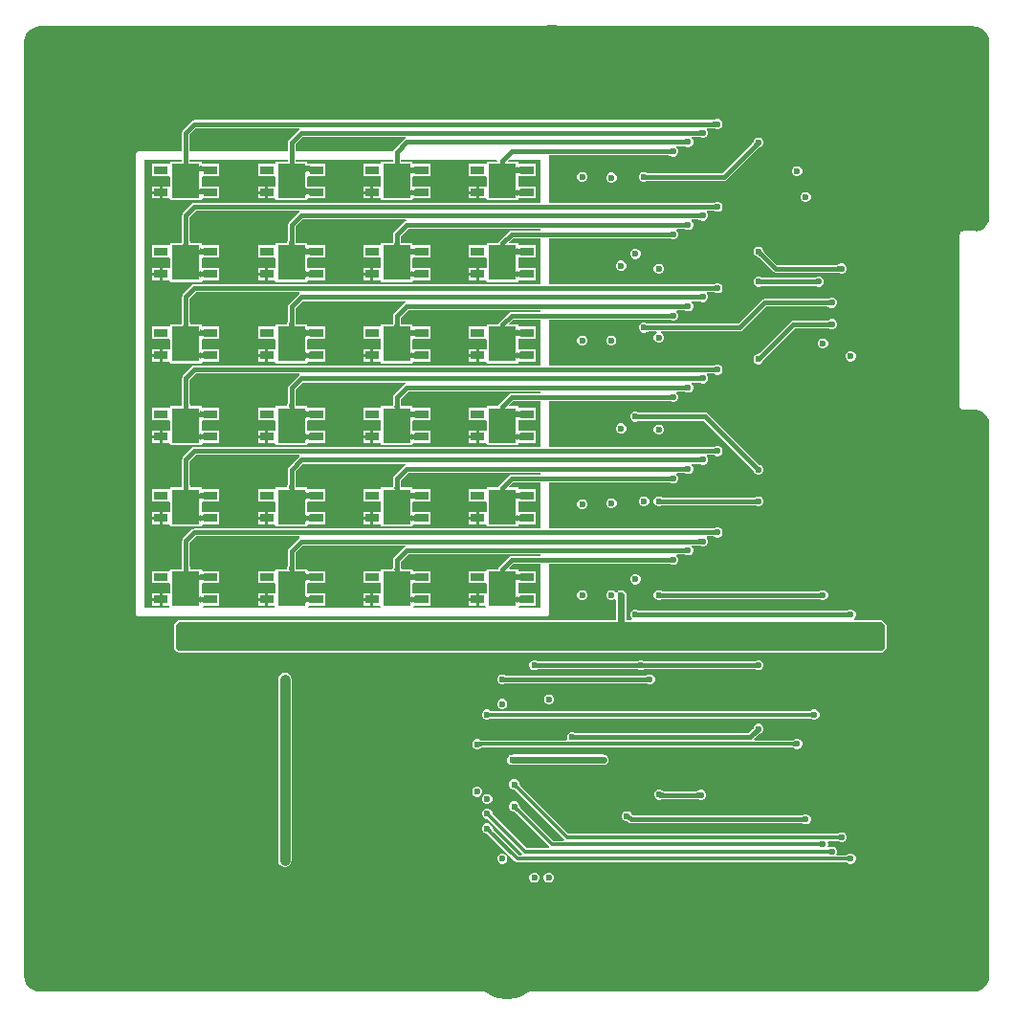
<source format=gbr>
G04*
G04 #@! TF.GenerationSoftware,Altium Limited,Altium Designer,25.8.1 (18)*
G04*
G04 Layer_Physical_Order=4*
G04 Layer_Color=16711680*
%FSLAX44Y44*%
%MOMM*%
G71*
G04*
G04 #@! TF.SameCoordinates,7FC80BCE-73AE-45AA-A8F9-BCED6F291ECE*
G04*
G04*
G04 #@! TF.FilePolarity,Positive*
G04*
G01*
G75*
%ADD44C,1.2700*%
%ADD68C,6.0000*%
%ADD75C,0.8890*%
%ADD78C,0.3810*%
%ADD79C,0.6096*%
%ADD80C,0.3302*%
%ADD81C,0.4000*%
%ADD84C,0.8000*%
%ADD85C,0.7000*%
%ADD86C,0.6000*%
%ADD88R,1.1938X0.7620*%
%ADD89R,2.4892X3.0988*%
G36*
X12000Y852176D02*
X836783D01*
X838000Y852176D01*
X838050Y852178D01*
X839272Y852057D01*
X841682Y851740D01*
X845113Y850319D01*
X848059Y848058D01*
X850319Y845112D01*
X851740Y841682D01*
X852206Y838148D01*
X852176Y838000D01*
Y684290D01*
X852176Y683057D01*
X852178Y683022D01*
X852043Y681806D01*
X851792Y679898D01*
X850572Y676954D01*
X848632Y674425D01*
X846104Y672485D01*
X843160Y671266D01*
X840096Y670862D01*
X840000Y670882D01*
X828860D01*
X827779Y670667D01*
X826863Y670054D01*
X826251Y669138D01*
X826036Y668057D01*
Y515497D01*
X826251Y514416D01*
X826863Y513500D01*
X827779Y512888D01*
X828860Y512673D01*
X840000D01*
X840096Y512692D01*
X843160Y512289D01*
X846104Y511069D01*
X848632Y509129D01*
X850572Y506601D01*
X851792Y503657D01*
X852195Y500593D01*
X852176Y500497D01*
Y13233D01*
X852176Y12000D01*
X852177Y11965D01*
X852059Y10743D01*
X851740Y8318D01*
X850319Y4888D01*
X848058Y1942D01*
X845112Y-319D01*
X841682Y-1740D01*
X838148Y-2205D01*
X838000Y-2176D01*
X13218D01*
X12000Y-2176D01*
X11950Y-2177D01*
X10729Y-2057D01*
X8318Y-1740D01*
X4888Y-319D01*
X1942Y1942D01*
X-319Y4888D01*
X-1740Y8319D01*
X-2205Y11852D01*
X-2176Y12000D01*
Y836783D01*
X-2176Y838000D01*
X-2177Y838050D01*
X-2057Y839272D01*
X-1740Y841682D01*
X-319Y845113D01*
X1942Y848059D01*
X4888Y850319D01*
X8319Y851740D01*
X11852Y852206D01*
X12000Y852176D01*
D02*
G37*
%LPC*%
G36*
X823942Y841120D02*
X822969D01*
X823974Y838694D01*
X819354Y836780D01*
X818349Y839206D01*
X817662Y838519D01*
X816748Y836313D01*
Y835341D01*
X819174Y836346D01*
X821088Y831726D01*
X818662Y830721D01*
X819349Y830033D01*
X821555Y829120D01*
X822527D01*
X821523Y831546D01*
X826142Y833459D01*
X827147Y831033D01*
X827835Y831721D01*
X828748Y833926D01*
Y834899D01*
X826322Y833894D01*
X824408Y838514D01*
X826835Y839519D01*
X826147Y840206D01*
X823942Y841120D01*
D02*
G37*
G36*
X45942D02*
X44969D01*
X45974Y838694D01*
X41354Y836780D01*
X40349Y839206D01*
X39662Y838519D01*
X39662Y838519D01*
X38748Y836313D01*
Y835341D01*
X41174Y836346D01*
X43088Y831726D01*
X40662Y830721D01*
X41349Y830033D01*
X43555Y829120D01*
X44527D01*
X43523Y831546D01*
X48142Y833459D01*
X49147Y831033D01*
X49835Y831721D01*
X50748Y833926D01*
Y834899D01*
X48322Y833894D01*
X46409Y838514D01*
X48835Y839519D01*
X48147Y840206D01*
X45942Y841120D01*
D02*
G37*
G36*
X804878Y840751D02*
X801600Y839954D01*
X801165Y839519D01*
X803592Y838514D01*
X801678Y833894D01*
X799252Y834899D01*
Y833926D01*
X800165Y831721D01*
X800853Y831033D01*
X801858Y833459D01*
X806478Y831546D01*
X805473Y829120D01*
X806445D01*
X808651Y830033D01*
X809338Y830721D01*
X806912Y831726D01*
X808826Y836346D01*
X811252Y835341D01*
Y836313D01*
X810338Y838519D01*
X809651Y839206D01*
X808646Y836780D01*
X804026Y838694D01*
X804878Y840751D01*
D02*
G37*
G36*
X27031Y841120D02*
X26058D01*
X23853Y840206D01*
X23165Y839519D01*
X25591Y838514D01*
X23678Y833894D01*
X21252Y834899D01*
Y833926D01*
X22165Y831721D01*
X22853Y831033D01*
X23858Y833459D01*
X28477Y831546D01*
X27473Y829120D01*
X28445D01*
X30651Y830033D01*
X31338Y830721D01*
X28912Y831726D01*
X30826Y836346D01*
X33252Y835341D01*
Y836313D01*
X32338Y838519D01*
X31651Y839206D01*
X30646Y836780D01*
X26026Y838694D01*
X27031Y841120D01*
D02*
G37*
G36*
X794074Y828748D02*
X793101D01*
X794106Y826322D01*
X789486Y824408D01*
X788481Y826835D01*
X787794Y826147D01*
X786880Y823942D01*
Y822969D01*
X789306Y823974D01*
X791220Y819354D01*
X788793Y818349D01*
X789481Y817662D01*
X791687Y816748D01*
X792659D01*
X791655Y819174D01*
X796274Y821088D01*
X797279Y818662D01*
X797967Y819349D01*
X798880Y821555D01*
Y822527D01*
X796454Y821523D01*
X794540Y826142D01*
X796967Y827147D01*
X796279Y827835D01*
X794074Y828748D01*
D02*
G37*
G36*
X16074D02*
X15101D01*
X16106Y826322D01*
X11486Y824408D01*
X10481Y826835D01*
X9794Y826147D01*
X8880Y823942D01*
Y822969D01*
X11306Y823974D01*
X13220Y819354D01*
X10794Y818349D01*
X11481Y817662D01*
X13687Y816748D01*
X14659D01*
X13655Y819174D01*
X18274Y821088D01*
X19279Y818662D01*
X19967Y819349D01*
X20880Y821555D01*
Y822527D01*
X18454Y821523D01*
X16540Y826142D01*
X18967Y827147D01*
X18279Y827835D01*
X16074Y828748D01*
D02*
G37*
G36*
X834899D02*
X833926D01*
X831721Y827835D01*
X831033Y827147D01*
X833459Y826142D01*
X831546Y821523D01*
X829120Y822527D01*
Y821555D01*
X830033Y819349D01*
X830721Y818662D01*
X831726Y821088D01*
X836346Y819174D01*
X835341Y816748D01*
X836313D01*
X838519Y817662D01*
X839206Y818349D01*
X836780Y819354D01*
X838694Y823974D01*
X841120Y822969D01*
Y823942D01*
X840206Y826147D01*
X839707Y826646D01*
X839441D01*
X838514Y824408D01*
X833894Y826322D01*
X834899Y828748D01*
D02*
G37*
G36*
X56899D02*
X55926D01*
X53721Y827835D01*
X53033Y827147D01*
X55459Y826142D01*
X53546Y821523D01*
X51120Y822527D01*
Y821555D01*
X52033Y819349D01*
X52721Y818662D01*
X53726Y821088D01*
X58346Y819174D01*
X57341Y816748D01*
X58313D01*
X60519Y817662D01*
X61206Y818349D01*
X58780Y819354D01*
X60694Y823974D01*
X63120Y822969D01*
Y823942D01*
X62207Y826147D01*
X61519Y826835D01*
X60514Y824408D01*
X55894Y826322D01*
X56899Y828748D01*
D02*
G37*
G36*
X836313Y811252D02*
X835341D01*
X836346Y808826D01*
X831726Y806912D01*
X830721Y809338D01*
X830033Y808651D01*
X829120Y806445D01*
Y805473D01*
X831546Y806478D01*
X833459Y801858D01*
X831033Y800853D01*
X831721Y800165D01*
X833926Y799252D01*
X834899D01*
X833894Y801678D01*
X838514Y803592D01*
X839519Y801165D01*
X840206Y801853D01*
X841120Y804058D01*
Y805031D01*
X838694Y804026D01*
X836780Y808646D01*
X839206Y809651D01*
X838519Y810338D01*
X836313Y811252D01*
D02*
G37*
G36*
X58313D02*
X57341D01*
X58345Y808826D01*
X53726Y806912D01*
X52721Y809338D01*
X52033Y808651D01*
X51120Y806445D01*
Y805473D01*
X53546Y806478D01*
X55459Y801858D01*
X53033Y800853D01*
X53721Y800165D01*
X55926Y799252D01*
X56899D01*
X55894Y801678D01*
X60514Y803592D01*
X61519Y801165D01*
X62206Y801853D01*
X63120Y804058D01*
Y805031D01*
X60694Y804026D01*
X58780Y808646D01*
X61206Y809651D01*
X60519Y810338D01*
X58313Y811252D01*
D02*
G37*
G36*
X792659D02*
X791687D01*
X789481Y810338D01*
X788793Y809651D01*
X791220Y808646D01*
X789306Y804026D01*
X786880Y805031D01*
Y804058D01*
X787794Y801853D01*
X788481Y801165D01*
X789486Y803592D01*
X794106Y801678D01*
X793101Y799252D01*
X794074D01*
X796279Y800165D01*
X796967Y800853D01*
X794540Y801858D01*
X796454Y806478D01*
X798880Y805473D01*
Y806445D01*
X797967Y808651D01*
X797279Y809338D01*
X796274Y806912D01*
X791654Y808826D01*
X792659Y811252D01*
D02*
G37*
G36*
X14659D02*
X13687D01*
X11481Y810338D01*
X10793Y809651D01*
X13220Y808646D01*
X11306Y804026D01*
X8880Y805031D01*
Y804058D01*
X9794Y801853D01*
X10481Y801165D01*
X11486Y803592D01*
X16106Y801678D01*
X15101Y799252D01*
X16074D01*
X18279Y800165D01*
X18967Y800853D01*
X16540Y801858D01*
X18454Y806478D01*
X20880Y805473D01*
Y806445D01*
X19967Y808651D01*
X19279Y809338D01*
X18274Y806912D01*
X13655Y808826D01*
X14659Y811252D01*
D02*
G37*
G36*
X806445Y798880D02*
X805473D01*
X806478Y796454D01*
X801858Y794540D01*
X800853Y796967D01*
X800165Y796279D01*
X799252Y794074D01*
Y793101D01*
X801678Y794106D01*
X803592Y789486D01*
X801165Y788481D01*
X801853Y787794D01*
X804058Y786880D01*
X805031D01*
X804026Y789306D01*
X808646Y791220D01*
X809651Y788793D01*
X810338Y789481D01*
X811252Y791687D01*
Y792659D01*
X808826Y791655D01*
X806912Y796274D01*
X809338Y797279D01*
X808651Y797967D01*
X806445Y798880D01*
D02*
G37*
G36*
X28445D02*
X27473D01*
X28477Y796454D01*
X23858Y794540D01*
X22853Y796967D01*
X22165Y796279D01*
X21252Y794074D01*
Y793101D01*
X23678Y794106D01*
X25591Y789486D01*
X23165Y788481D01*
X23853Y787794D01*
X26058Y786880D01*
X27031D01*
X26026Y789306D01*
X30646Y791220D01*
X31651Y788793D01*
X32338Y789481D01*
X33252Y791687D01*
Y792659D01*
X30826Y791655D01*
X28912Y796274D01*
X31338Y797279D01*
X30651Y797967D01*
X28445Y798880D01*
D02*
G37*
G36*
X822527Y798880D02*
X821555D01*
X819349Y797967D01*
X818662Y797279D01*
X821088Y796274D01*
X819174Y791654D01*
X816748Y792659D01*
Y791687D01*
X817662Y789481D01*
X818349Y788793D01*
X819354Y791220D01*
X823974Y789306D01*
X822969Y786880D01*
X823942D01*
X826147Y787794D01*
X826835Y788481D01*
X824408Y789486D01*
X826322Y794106D01*
X828748Y793101D01*
Y794074D01*
X827835Y796279D01*
X827147Y796967D01*
X826142Y794540D01*
X821523Y796454D01*
X822527Y798880D01*
D02*
G37*
G36*
X44527D02*
X43555D01*
X41349Y797967D01*
X40662Y797279D01*
X43088Y796274D01*
X41174Y791654D01*
X38748Y792659D01*
Y791687D01*
X39662Y789481D01*
X40349Y788793D01*
X41354Y791220D01*
X45974Y789306D01*
X44969Y786880D01*
X45942D01*
X48147Y787794D01*
X48835Y788481D01*
X46409Y789486D01*
X48322Y794106D01*
X50748Y793101D01*
Y794074D01*
X49835Y796279D01*
X49147Y796967D01*
X48142Y794540D01*
X43523Y796454D01*
X44527Y798880D01*
D02*
G37*
G36*
X612345Y770129D02*
X610555D01*
X608901Y769444D01*
X608689Y769233D01*
X607613Y769159D01*
X607323Y769158D01*
X607188Y769101D01*
X148629D01*
X147301Y768837D01*
X146174Y768084D01*
X138545Y760455D01*
X137793Y759329D01*
X137528Y758000D01*
Y741689D01*
X99060D01*
X98085Y741495D01*
X97258Y740942D01*
X96705Y740115D01*
X96511Y739140D01*
Y332740D01*
X96705Y331765D01*
X97258Y330938D01*
X98085Y330385D01*
X99060Y330191D01*
X459740D01*
X460715Y330385D01*
X461542Y330938D01*
X462095Y331765D01*
X462289Y332740D01*
Y376548D01*
X568181D01*
X568313Y376492D01*
X568936Y376484D01*
X569389Y376464D01*
X569670Y376436D01*
X569901Y376205D01*
X571555Y375520D01*
X573345D01*
X574999Y376205D01*
X576265Y377471D01*
X576950Y379125D01*
Y380915D01*
X576265Y382569D01*
X575193Y383641D01*
X575390Y384557D01*
X575582Y384911D01*
X581180D01*
X581313Y384855D01*
X581936Y384847D01*
X582389Y384827D01*
X582670Y384799D01*
X582901Y384568D01*
X584555Y383883D01*
X586345D01*
X587999Y384568D01*
X589265Y385834D01*
X589950Y387488D01*
Y389278D01*
X589265Y390932D01*
X588409Y391788D01*
X588935Y393058D01*
X594180D01*
X594313Y393002D01*
X594936Y392994D01*
X595389Y392974D01*
X595670Y392946D01*
X595901Y392715D01*
X597555Y392030D01*
X599345D01*
X600999Y392715D01*
X602265Y393981D01*
X602950Y395635D01*
Y397425D01*
X602265Y399079D01*
X601736Y399608D01*
X602262Y400878D01*
X607180D01*
X607313Y400821D01*
X607936Y400813D01*
X608389Y400793D01*
X608670Y400765D01*
X608901Y400534D01*
X610555Y399849D01*
X612345D01*
X613999Y400534D01*
X615265Y401800D01*
X615950Y403454D01*
Y405244D01*
X615265Y406898D01*
X613999Y408164D01*
X612345Y408849D01*
X610555D01*
X608901Y408164D01*
X608689Y407953D01*
X607613Y407879D01*
X607323Y407878D01*
X607188Y407821D01*
X462289D01*
Y448548D01*
X568181D01*
X568313Y448492D01*
X568936Y448484D01*
X569389Y448464D01*
X569670Y448436D01*
X569901Y448205D01*
X571555Y447520D01*
X573345D01*
X574999Y448205D01*
X576265Y449471D01*
X576950Y451125D01*
Y452915D01*
X576265Y454569D01*
X575193Y455641D01*
X575390Y456557D01*
X575582Y456911D01*
X581180D01*
X581313Y456855D01*
X581936Y456847D01*
X582389Y456827D01*
X582670Y456799D01*
X582901Y456568D01*
X584555Y455883D01*
X586345D01*
X587999Y456568D01*
X589265Y457834D01*
X589950Y459488D01*
Y461278D01*
X589265Y462932D01*
X588409Y463788D01*
X588935Y465058D01*
X594180D01*
X594313Y465002D01*
X594936Y464994D01*
X595389Y464974D01*
X595670Y464946D01*
X595901Y464715D01*
X597555Y464030D01*
X599345D01*
X600999Y464715D01*
X602265Y465981D01*
X602950Y467635D01*
Y469425D01*
X602265Y471079D01*
X601736Y471608D01*
X602262Y472878D01*
X607180D01*
X607313Y472821D01*
X607936Y472813D01*
X608389Y472793D01*
X608670Y472765D01*
X608901Y472534D01*
X610555Y471849D01*
X612345D01*
X613999Y472534D01*
X615265Y473800D01*
X615950Y475454D01*
Y477244D01*
X615265Y478898D01*
X613999Y480164D01*
X612345Y480849D01*
X610555D01*
X608901Y480164D01*
X608689Y479953D01*
X607613Y479879D01*
X607323Y479878D01*
X607188Y479821D01*
X462289D01*
Y520548D01*
X568181D01*
X568313Y520492D01*
X568936Y520484D01*
X569389Y520464D01*
X569670Y520436D01*
X569901Y520205D01*
X571555Y519520D01*
X573345D01*
X574999Y520205D01*
X576265Y521471D01*
X576950Y523125D01*
Y524915D01*
X576265Y526569D01*
X575193Y527641D01*
X575390Y528557D01*
X575582Y528911D01*
X581180D01*
X581313Y528855D01*
X581936Y528847D01*
X582389Y528827D01*
X582670Y528799D01*
X582901Y528568D01*
X584555Y527883D01*
X586345D01*
X587999Y528568D01*
X589265Y529834D01*
X589950Y531488D01*
Y533278D01*
X589265Y534932D01*
X588409Y535788D01*
X588935Y537058D01*
X594180D01*
X594313Y537002D01*
X594936Y536994D01*
X595389Y536974D01*
X595670Y536946D01*
X595901Y536715D01*
X597555Y536030D01*
X599345D01*
X600999Y536715D01*
X602265Y537981D01*
X602950Y539635D01*
Y541425D01*
X602265Y543079D01*
X601736Y543607D01*
X602262Y544878D01*
X607180D01*
X607313Y544821D01*
X607936Y544813D01*
X608389Y544793D01*
X608670Y544765D01*
X608901Y544534D01*
X610555Y543849D01*
X612345D01*
X613999Y544534D01*
X615265Y545800D01*
X615950Y547454D01*
Y549244D01*
X615265Y550898D01*
X613999Y552164D01*
X612345Y552849D01*
X610555D01*
X608901Y552164D01*
X608689Y551953D01*
X607613Y551880D01*
X607323Y551878D01*
X607188Y551821D01*
X462289D01*
Y592548D01*
X568181D01*
X568313Y592492D01*
X568936Y592484D01*
X569389Y592464D01*
X569670Y592436D01*
X569901Y592205D01*
X571555Y591520D01*
X573345D01*
X574999Y592205D01*
X576265Y593471D01*
X576950Y595125D01*
Y596915D01*
X576265Y598569D01*
X575193Y599641D01*
X575390Y600557D01*
X575582Y600911D01*
X581180D01*
X581313Y600855D01*
X581936Y600847D01*
X582389Y600827D01*
X582670Y600799D01*
X582901Y600568D01*
X584555Y599883D01*
X586345D01*
X587999Y600568D01*
X589265Y601834D01*
X589950Y603488D01*
Y605278D01*
X589265Y606932D01*
X588409Y607788D01*
X588935Y609058D01*
X594180D01*
X594313Y609002D01*
X594936Y608994D01*
X595389Y608974D01*
X595670Y608946D01*
X595901Y608715D01*
X597555Y608030D01*
X599345D01*
X600999Y608715D01*
X602265Y609981D01*
X602950Y611635D01*
Y613425D01*
X602265Y615079D01*
X601736Y615608D01*
X602262Y616878D01*
X607180D01*
X607313Y616821D01*
X607936Y616813D01*
X608389Y616793D01*
X608670Y616765D01*
X608901Y616534D01*
X610555Y615849D01*
X612345D01*
X613999Y616534D01*
X615265Y617800D01*
X615950Y619454D01*
Y621244D01*
X615265Y622898D01*
X613999Y624164D01*
X612345Y624849D01*
X610555D01*
X608901Y624164D01*
X608689Y623953D01*
X607613Y623880D01*
X607323Y623878D01*
X607188Y623821D01*
X462289D01*
Y664548D01*
X568181D01*
X568313Y664492D01*
X568936Y664484D01*
X569389Y664464D01*
X569670Y664436D01*
X569901Y664205D01*
X571555Y663520D01*
X573345D01*
X574999Y664205D01*
X576265Y665471D01*
X576950Y667125D01*
Y668915D01*
X576265Y670569D01*
X575193Y671641D01*
X575390Y672557D01*
X575582Y672911D01*
X581180D01*
X581313Y672855D01*
X581936Y672847D01*
X582389Y672827D01*
X582670Y672799D01*
X582901Y672568D01*
X584555Y671883D01*
X586345D01*
X587999Y672568D01*
X589265Y673834D01*
X589950Y675488D01*
Y677278D01*
X589265Y678932D01*
X588409Y679788D01*
X588935Y681058D01*
X594180D01*
X594313Y681002D01*
X594936Y680994D01*
X595389Y680974D01*
X595670Y680946D01*
X595901Y680715D01*
X597555Y680030D01*
X599345D01*
X600999Y680715D01*
X602265Y681981D01*
X602950Y683635D01*
Y685425D01*
X602265Y687079D01*
X601736Y687608D01*
X602262Y688878D01*
X607180D01*
X607313Y688821D01*
X607936Y688813D01*
X608389Y688793D01*
X608670Y688765D01*
X608901Y688534D01*
X610555Y687849D01*
X612345D01*
X613999Y688534D01*
X615265Y689800D01*
X615950Y691454D01*
Y693244D01*
X615265Y694898D01*
X613999Y696164D01*
X612345Y696849D01*
X610555D01*
X608901Y696164D01*
X608689Y695953D01*
X607613Y695880D01*
X607323Y695878D01*
X607188Y695821D01*
X462289D01*
Y737828D01*
X568181D01*
X568313Y737772D01*
X568936Y737764D01*
X569389Y737744D01*
X569670Y737716D01*
X569901Y737485D01*
X571555Y736800D01*
X573345D01*
X574999Y737485D01*
X576265Y738751D01*
X576950Y740405D01*
Y742195D01*
X576265Y743849D01*
X575193Y744921D01*
X575390Y745837D01*
X575582Y746191D01*
X581180D01*
X581313Y746135D01*
X581936Y746127D01*
X582389Y746107D01*
X582670Y746079D01*
X582901Y745848D01*
X584555Y745163D01*
X586345D01*
X587999Y745848D01*
X589265Y747114D01*
X589950Y748768D01*
Y750558D01*
X589265Y752212D01*
X588409Y753068D01*
X588935Y754338D01*
X594180D01*
X594313Y754282D01*
X594936Y754274D01*
X595389Y754254D01*
X595670Y754226D01*
X595901Y753995D01*
X597555Y753310D01*
X599345D01*
X600999Y753995D01*
X602265Y755261D01*
X602950Y756915D01*
Y758705D01*
X602265Y760359D01*
X601736Y760888D01*
X602262Y762158D01*
X607180D01*
X607313Y762101D01*
X607936Y762093D01*
X608389Y762073D01*
X608670Y762045D01*
X608901Y761814D01*
X610555Y761129D01*
X612345D01*
X613999Y761814D01*
X615265Y763080D01*
X615950Y764734D01*
Y766524D01*
X615265Y768178D01*
X613999Y769444D01*
X612345Y770129D01*
D02*
G37*
G36*
X648595Y753800D02*
X646805D01*
X645151Y753115D01*
X643885Y751849D01*
X643200Y750195D01*
Y749896D01*
X642491Y749083D01*
X642287Y748877D01*
X642232Y748741D01*
X615782Y722292D01*
X550719D01*
X550587Y722348D01*
X549964Y722356D01*
X549511Y722376D01*
X549230Y722404D01*
X548999Y722635D01*
X547345Y723320D01*
X545555D01*
X543901Y722635D01*
X542635Y721369D01*
X541950Y719715D01*
Y717925D01*
X542635Y716271D01*
X543901Y715005D01*
X545555Y714320D01*
X547345D01*
X548999Y715005D01*
X549211Y715217D01*
X550287Y715290D01*
X550577Y715291D01*
X550712Y715348D01*
X617220D01*
X618549Y715613D01*
X619675Y716365D01*
X647136Y743826D01*
X647270Y743880D01*
X647715Y744315D01*
X648050Y744621D01*
X648269Y744800D01*
X648595D01*
X650249Y745485D01*
X651515Y746751D01*
X652200Y748405D01*
Y750195D01*
X651515Y751849D01*
X650249Y753115D01*
X648595Y753800D01*
D02*
G37*
G36*
X682885Y728400D02*
X681095D01*
X679441Y727715D01*
X678175Y726449D01*
X677490Y724795D01*
Y723005D01*
X678175Y721351D01*
X679441Y720085D01*
X681095Y719400D01*
X682885D01*
X684539Y720085D01*
X685805Y721351D01*
X686490Y723005D01*
Y724795D01*
X685805Y726449D01*
X684539Y727715D01*
X682885Y728400D01*
D02*
G37*
G36*
X492535Y723320D02*
X490745D01*
X489091Y722635D01*
X487825Y721369D01*
X487140Y719715D01*
Y717925D01*
X487825Y716271D01*
X489091Y715005D01*
X490745Y714320D01*
X492535D01*
X494189Y715005D01*
X495455Y716271D01*
X496140Y717925D01*
Y719715D01*
X495455Y721369D01*
X494189Y722635D01*
X492535Y723320D01*
D02*
G37*
G36*
X518545Y722540D02*
X516755D01*
X515101Y721855D01*
X513835Y720589D01*
X513150Y718935D01*
Y717145D01*
X513835Y715491D01*
X515101Y714225D01*
X516755Y713540D01*
X518545D01*
X520199Y714225D01*
X521465Y715491D01*
X522150Y717145D01*
Y718935D01*
X521465Y720589D01*
X520199Y721855D01*
X518545Y722540D01*
D02*
G37*
G36*
X690505Y705540D02*
X688715D01*
X687061Y704855D01*
X685795Y703589D01*
X685110Y701935D01*
Y700145D01*
X685795Y698491D01*
X687061Y697225D01*
X688715Y696540D01*
X690505D01*
X692159Y697225D01*
X693425Y698491D01*
X694110Y700145D01*
Y701935D01*
X693425Y703589D01*
X692159Y704855D01*
X690505Y705540D01*
D02*
G37*
G36*
X539793Y655306D02*
X538003D01*
X536349Y654621D01*
X535083Y653355D01*
X534398Y651701D01*
Y649911D01*
X535083Y648257D01*
X536349Y646991D01*
X538003Y646306D01*
X539793D01*
X541447Y646991D01*
X542713Y648257D01*
X543398Y649911D01*
Y651701D01*
X542713Y653355D01*
X541447Y654621D01*
X539793Y655306D01*
D02*
G37*
G36*
X527215Y644811D02*
X525425D01*
X523771Y644126D01*
X522505Y642860D01*
X521820Y641206D01*
Y639416D01*
X522505Y637762D01*
X523771Y636496D01*
X525425Y635811D01*
X527215D01*
X528869Y636496D01*
X530135Y637762D01*
X530820Y639416D01*
Y641206D01*
X530135Y642860D01*
X528869Y644126D01*
X527215Y644811D01*
D02*
G37*
G36*
X648595Y657280D02*
X646805D01*
X645151Y656595D01*
X643885Y655329D01*
X643200Y653675D01*
Y651885D01*
X643885Y650231D01*
X645151Y648965D01*
X646805Y648280D01*
X647104D01*
X647916Y647571D01*
X648123Y647367D01*
X648259Y647312D01*
X660337Y635233D01*
X661463Y634481D01*
X662792Y634216D01*
X717110D01*
X717243Y634160D01*
X717866Y634152D01*
X718319Y634132D01*
X718600Y634104D01*
X718831Y633873D01*
X720485Y633188D01*
X722275D01*
X723929Y633873D01*
X725195Y635139D01*
X725880Y636793D01*
Y638583D01*
X725195Y640237D01*
X723929Y641503D01*
X722275Y642188D01*
X720485D01*
X718831Y641503D01*
X718619Y641291D01*
X717543Y641218D01*
X717253Y641217D01*
X717118Y641160D01*
X664230D01*
X653174Y652216D01*
X653120Y652350D01*
X652685Y652795D01*
X652379Y653130D01*
X652200Y653349D01*
Y653675D01*
X651515Y655329D01*
X650249Y656595D01*
X648595Y657280D01*
D02*
G37*
G36*
X560345Y642040D02*
X558555D01*
X556901Y641355D01*
X555635Y640089D01*
X554950Y638435D01*
Y636645D01*
X555635Y634991D01*
X556901Y633725D01*
X558555Y633040D01*
X560345D01*
X561999Y633725D01*
X563265Y634991D01*
X563950Y636645D01*
Y638435D01*
X563265Y640089D01*
X561999Y641355D01*
X560345Y642040D01*
D02*
G37*
G36*
X702025Y630538D02*
X700235D01*
X698581Y629852D01*
X698369Y629641D01*
X697293Y629568D01*
X697003Y629566D01*
X696868Y629509D01*
X652280D01*
X652148Y629566D01*
X651525Y629574D01*
X651072Y629594D01*
X650790Y629622D01*
X650560Y629852D01*
X648906Y630538D01*
X647115D01*
X645462Y629852D01*
X644196Y628587D01*
X643511Y626933D01*
Y625143D01*
X644196Y623489D01*
X645462Y622223D01*
X647115Y621538D01*
X648906D01*
X650560Y622223D01*
X650771Y622434D01*
X651847Y622507D01*
X652137Y622509D01*
X652272Y622566D01*
X696860D01*
X696993Y622509D01*
X697616Y622502D01*
X698069Y622481D01*
X698350Y622453D01*
X698581Y622223D01*
X700235Y621538D01*
X702025D01*
X703679Y622223D01*
X704945Y623489D01*
X705630Y625143D01*
Y626933D01*
X704945Y628587D01*
X703679Y629852D01*
X702025Y630538D01*
D02*
G37*
G36*
X713525Y612038D02*
X711735D01*
X710081Y611353D01*
X709869Y611141D01*
X708793Y611068D01*
X708503Y611066D01*
X708368Y611009D01*
X653258D01*
X651929Y610745D01*
X650803Y609992D01*
X629752Y588942D01*
X550719D01*
X550587Y588998D01*
X549964Y589006D01*
X549511Y589026D01*
X549230Y589054D01*
X548999Y589285D01*
X547345Y589970D01*
X545555D01*
X543901Y589285D01*
X542635Y588019D01*
X541950Y586365D01*
Y584575D01*
X542635Y582921D01*
X543901Y581655D01*
X545555Y580970D01*
X547345D01*
X548999Y581655D01*
X549211Y581867D01*
X550287Y581940D01*
X550577Y581941D01*
X550712Y581998D01*
X557453D01*
X557706Y580728D01*
X556901Y580395D01*
X555635Y579129D01*
X554950Y577475D01*
Y575685D01*
X555635Y574031D01*
X556901Y572765D01*
X558555Y572080D01*
X560345D01*
X561999Y572765D01*
X563265Y574031D01*
X563950Y575685D01*
Y577475D01*
X563265Y579129D01*
X561999Y580395D01*
X561194Y580728D01*
X561447Y581998D01*
X631190D01*
X632519Y582263D01*
X633645Y583015D01*
X654696Y604066D01*
X708360D01*
X708493Y604009D01*
X709116Y604002D01*
X709569Y603981D01*
X709850Y603954D01*
X710081Y603723D01*
X711735Y603038D01*
X713525D01*
X715179Y603723D01*
X716445Y604989D01*
X717130Y606642D01*
Y608433D01*
X716445Y610087D01*
X715179Y611353D01*
X713525Y612038D01*
D02*
G37*
G36*
Y593037D02*
X711735D01*
X710081Y592352D01*
X709869Y592141D01*
X708793Y592068D01*
X708503Y592066D01*
X708368Y592009D01*
X678691D01*
X677363Y591745D01*
X676237Y590992D01*
X648264Y563020D01*
X648130Y562966D01*
X647685Y562531D01*
X647350Y562225D01*
X647131Y562046D01*
X646805D01*
X645151Y561361D01*
X643885Y560095D01*
X643200Y558441D01*
Y556651D01*
X643885Y554997D01*
X645151Y553731D01*
X646805Y553046D01*
X648595D01*
X650249Y553731D01*
X651515Y554997D01*
X652200Y556651D01*
Y556950D01*
X652909Y557763D01*
X653113Y557969D01*
X653168Y558105D01*
X680129Y585066D01*
X708360D01*
X708493Y585009D01*
X709116Y585002D01*
X709569Y584981D01*
X709850Y584953D01*
X710081Y584723D01*
X711735Y584038D01*
X713525D01*
X715179Y584723D01*
X716445Y585989D01*
X717130Y587643D01*
Y589433D01*
X716445Y591087D01*
X715179Y592352D01*
X713525Y593037D01*
D02*
G37*
G36*
X518374Y578540D02*
X516584D01*
X514930Y577855D01*
X513664Y576589D01*
X512979Y574935D01*
Y573145D01*
X513664Y571491D01*
X514930Y570225D01*
X516584Y569540D01*
X518374D01*
X520028Y570225D01*
X521293Y571491D01*
X521979Y573145D01*
Y574935D01*
X521293Y576589D01*
X520028Y577855D01*
X518374Y578540D01*
D02*
G37*
G36*
X492535D02*
X490745D01*
X489091Y577855D01*
X487825Y576589D01*
X487140Y574935D01*
Y573145D01*
X487825Y571491D01*
X489091Y570225D01*
X490745Y569540D01*
X492535D01*
X494189Y570225D01*
X495455Y571491D01*
X496140Y573145D01*
Y574935D01*
X495455Y576589D01*
X494189Y577855D01*
X492535Y578540D01*
D02*
G37*
G36*
X705745Y576046D02*
X703955D01*
X702301Y575361D01*
X701035Y574095D01*
X700350Y572441D01*
Y570651D01*
X701035Y568997D01*
X702301Y567731D01*
X703955Y567046D01*
X705745D01*
X707399Y567731D01*
X708665Y568997D01*
X709350Y570651D01*
Y572441D01*
X708665Y574095D01*
X707399Y575361D01*
X705745Y576046D01*
D02*
G37*
G36*
X730231Y564570D02*
X728441D01*
X726787Y563885D01*
X725521Y562619D01*
X724836Y560965D01*
Y559175D01*
X725521Y557521D01*
X726787Y556255D01*
X728441Y555570D01*
X730231D01*
X731885Y556255D01*
X733151Y557521D01*
X733836Y559175D01*
Y560965D01*
X733151Y562619D01*
X731885Y563885D01*
X730231Y564570D01*
D02*
G37*
G36*
X527215Y500811D02*
X525425D01*
X523771Y500126D01*
X522505Y498860D01*
X521820Y497206D01*
Y495416D01*
X522505Y493762D01*
X523771Y492496D01*
X525425Y491811D01*
X527215D01*
X528869Y492496D01*
X530135Y493762D01*
X530820Y495416D01*
Y497206D01*
X530135Y498860D01*
X528869Y500126D01*
X527215Y500811D01*
D02*
G37*
G36*
X560345Y499800D02*
X558555D01*
X556901Y499115D01*
X555635Y497849D01*
X554950Y496195D01*
Y494405D01*
X555635Y492751D01*
X556901Y491485D01*
X558555Y490800D01*
X560345D01*
X561999Y491485D01*
X563265Y492751D01*
X563950Y494405D01*
Y496195D01*
X563265Y497849D01*
X561999Y499115D01*
X560345Y499800D01*
D02*
G37*
G36*
X539793Y511306D02*
X538003D01*
X536349Y510621D01*
X535083Y509355D01*
X534398Y507701D01*
Y505911D01*
X535083Y504257D01*
X536349Y502991D01*
X538003Y502306D01*
X539793D01*
X541447Y502991D01*
X541564Y503108D01*
X543020Y503185D01*
X543130Y503237D01*
X599156D01*
X642226Y460167D01*
X642281Y460035D01*
X642511Y459804D01*
X643179Y459103D01*
X643200Y459079D01*
Y458845D01*
X643885Y457191D01*
X645151Y455925D01*
X646805Y455240D01*
X648595D01*
X650249Y455925D01*
X651515Y457191D01*
X652200Y458845D01*
Y460635D01*
X651515Y462289D01*
X650249Y463555D01*
X648595Y464240D01*
X648430D01*
X647346Y465215D01*
X647231Y465256D01*
X603157Y509329D01*
X602000Y510103D01*
X600634Y510374D01*
X543071D01*
X542939Y510429D01*
X542613Y510430D01*
X541644Y510453D01*
X541613Y510456D01*
X541447Y510621D01*
X539793Y511306D01*
D02*
G37*
G36*
X648595Y436300D02*
X646805D01*
X645151Y435615D01*
X644939Y435403D01*
X643864Y435330D01*
X643573Y435329D01*
X643438Y435272D01*
X563719D01*
X563587Y435328D01*
X562964Y435336D01*
X562511Y435356D01*
X562230Y435384D01*
X561999Y435615D01*
X560345Y436300D01*
X558555D01*
X556901Y435615D01*
X555635Y434349D01*
X554950Y432695D01*
Y430905D01*
X555635Y429251D01*
X556901Y427985D01*
X558555Y427300D01*
X560345D01*
X561999Y427985D01*
X562211Y428197D01*
X563287Y428270D01*
X563577Y428271D01*
X563712Y428328D01*
X643430D01*
X643563Y428271D01*
X644186Y428264D01*
X644639Y428244D01*
X644920Y428216D01*
X645151Y427985D01*
X646805Y427300D01*
X648595D01*
X650249Y427985D01*
X651515Y429251D01*
X652200Y430905D01*
Y432695D01*
X651515Y434349D01*
X650249Y435615D01*
X648595Y436300D01*
D02*
G37*
G36*
X547345D02*
X545555D01*
X543901Y435615D01*
X542635Y434349D01*
X541950Y432695D01*
Y430905D01*
X542635Y429251D01*
X543901Y427985D01*
X545555Y427300D01*
X547345D01*
X548999Y427985D01*
X550265Y429251D01*
X550950Y430905D01*
Y432695D01*
X550265Y434349D01*
X548999Y435615D01*
X547345Y436300D01*
D02*
G37*
G36*
X518545Y434540D02*
X516755D01*
X515101Y433855D01*
X513835Y432589D01*
X513150Y430935D01*
Y429145D01*
X513835Y427491D01*
X515101Y426225D01*
X516755Y425540D01*
X518545D01*
X520199Y426225D01*
X521465Y427491D01*
X522150Y429145D01*
Y430935D01*
X521465Y432589D01*
X520199Y433855D01*
X518545Y434540D01*
D02*
G37*
G36*
X492535Y433760D02*
X490745D01*
X489091Y433075D01*
X487825Y431809D01*
X487140Y430155D01*
Y428365D01*
X487825Y426711D01*
X489091Y425445D01*
X490745Y424760D01*
X492535D01*
X494189Y425445D01*
X495455Y426711D01*
X496140Y428365D01*
Y430155D01*
X495455Y431809D01*
X494189Y433075D01*
X492535Y433760D01*
D02*
G37*
G36*
X823942Y391120D02*
X822969D01*
X823974Y388694D01*
X819354Y386780D01*
X818349Y389207D01*
X817662Y388519D01*
X816748Y386313D01*
Y385341D01*
X819174Y386345D01*
X821088Y381726D01*
X818662Y380721D01*
X819349Y380033D01*
X821555Y379120D01*
X822527D01*
X821523Y381546D01*
X826142Y383460D01*
X827147Y381033D01*
X827835Y381721D01*
X828748Y383926D01*
Y384899D01*
X826322Y383894D01*
X824408Y388514D01*
X826835Y389519D01*
X826147Y390206D01*
X823942Y391120D01*
D02*
G37*
G36*
X45942D02*
X44969D01*
X45974Y388694D01*
X41354Y386780D01*
X40349Y389207D01*
X39662Y388519D01*
X38748Y386313D01*
Y385341D01*
X41174Y386345D01*
X43088Y381726D01*
X40662Y380721D01*
X41349Y380033D01*
X43555Y379120D01*
X44527D01*
X43523Y381546D01*
X48142Y383460D01*
X49147Y381033D01*
X49835Y381721D01*
X50748Y383926D01*
Y384899D01*
X48322Y383894D01*
X46409Y388514D01*
X48835Y389519D01*
X48147Y390206D01*
X45942Y391120D01*
D02*
G37*
G36*
X805031Y391120D02*
X804058D01*
X801853Y390206D01*
X801165Y389519D01*
X803592Y388514D01*
X801678Y383894D01*
X799252Y384899D01*
Y383926D01*
X800165Y381721D01*
X800853Y381033D01*
X801858Y383460D01*
X806478Y381546D01*
X805473Y379120D01*
X806445D01*
X808651Y380033D01*
X809338Y380721D01*
X806912Y381726D01*
X808826Y386346D01*
X811252Y385341D01*
Y386313D01*
X810338Y388519D01*
X809651Y389207D01*
X808646Y386780D01*
X804026Y388694D01*
X805031Y391120D01*
D02*
G37*
G36*
X27031D02*
X26058D01*
X23853Y390206D01*
X23165Y389519D01*
X25591Y388514D01*
X23678Y383894D01*
X21252Y384899D01*
Y383926D01*
X22165Y381721D01*
X22853Y381033D01*
X23858Y383460D01*
X28477Y381546D01*
X27473Y379120D01*
X28445D01*
X30651Y380033D01*
X31338Y380721D01*
X28912Y381726D01*
X30826Y386346D01*
X33252Y385341D01*
Y386313D01*
X32338Y388519D01*
X31651Y389207D01*
X30646Y386780D01*
X26026Y388694D01*
X27031Y391120D01*
D02*
G37*
G36*
X794074Y378748D02*
X793101D01*
X794106Y376322D01*
X789486Y374408D01*
X788481Y376835D01*
X787794Y376147D01*
X786880Y373942D01*
Y372969D01*
X789306Y373974D01*
X791220Y369354D01*
X788793Y368349D01*
X789481Y367662D01*
X791687Y366748D01*
X792659D01*
X791655Y369174D01*
X796274Y371088D01*
X797279Y368662D01*
X797967Y369349D01*
X798880Y371555D01*
Y372527D01*
X796454Y371522D01*
X794540Y376142D01*
X796967Y377147D01*
X796279Y377835D01*
X794074Y378748D01*
D02*
G37*
G36*
X16074D02*
X15101D01*
X16106Y376322D01*
X11486Y374408D01*
X10481Y376835D01*
X9794Y376147D01*
X8880Y373942D01*
Y372969D01*
X11306Y373974D01*
X13220Y369354D01*
X10794Y368349D01*
X11481Y367662D01*
X13687Y366748D01*
X14659D01*
X13655Y369174D01*
X18274Y371088D01*
X19279Y368662D01*
X19967Y369349D01*
X20880Y371555D01*
Y372527D01*
X18454Y371522D01*
X16540Y376142D01*
X18967Y377147D01*
X18279Y377835D01*
X16074Y378748D01*
D02*
G37*
G36*
X834899D02*
X833926D01*
X831721Y377835D01*
X831033Y377147D01*
X833459Y376142D01*
X831546Y371522D01*
X829120Y372527D01*
Y371555D01*
X830033Y369349D01*
X830721Y368662D01*
X831726Y371088D01*
X836346Y369174D01*
X835341Y366748D01*
X836313D01*
X838519Y367662D01*
X839206Y368349D01*
X836780Y369354D01*
X838694Y373974D01*
X841120Y372969D01*
Y373942D01*
X840206Y376147D01*
X839519Y376835D01*
X838514Y374408D01*
X833894Y376322D01*
X834899Y378748D01*
D02*
G37*
G36*
X56899D02*
X55926D01*
X53721Y377835D01*
X53033Y377147D01*
X55459Y376142D01*
X53546Y371522D01*
X51120Y372527D01*
Y371555D01*
X52033Y369349D01*
X52721Y368662D01*
X53726Y371088D01*
X58346Y369174D01*
X57341Y366748D01*
X58313D01*
X60519Y367662D01*
X61206Y368349D01*
X58780Y369354D01*
X60694Y373974D01*
X63120Y372969D01*
Y373942D01*
X62207Y376147D01*
X61519Y376835D01*
X60514Y374408D01*
X55894Y376322D01*
X56899Y378748D01*
D02*
G37*
G36*
X539793Y367306D02*
X538003D01*
X536349Y366621D01*
X535083Y365355D01*
X534398Y363701D01*
Y361911D01*
X535083Y360257D01*
X536349Y358991D01*
X538003Y358306D01*
X539793D01*
X541447Y358991D01*
X542713Y360257D01*
X543398Y361911D01*
Y363701D01*
X542713Y365355D01*
X541447Y366621D01*
X539793Y367306D01*
D02*
G37*
G36*
X836313Y361252D02*
X835341D01*
X836346Y358826D01*
X831726Y356912D01*
X830721Y359338D01*
X830033Y358651D01*
X829120Y356445D01*
Y355473D01*
X831546Y356478D01*
X833459Y351858D01*
X831033Y350853D01*
X831721Y350165D01*
X833926Y349252D01*
X834899D01*
X833894Y351678D01*
X838514Y353591D01*
X839425Y351390D01*
X839744D01*
X840206Y351853D01*
X841120Y354058D01*
Y355031D01*
X838694Y354026D01*
X836780Y358646D01*
X839206Y359651D01*
X838519Y360338D01*
X836313Y361252D01*
D02*
G37*
G36*
X58313D02*
X57341D01*
X58345Y358826D01*
X53726Y356912D01*
X52721Y359338D01*
X52033Y358651D01*
X51120Y356445D01*
Y355473D01*
X53546Y356478D01*
X55459Y351858D01*
X53033Y350853D01*
X53721Y350165D01*
X55926Y349252D01*
X56899D01*
X55894Y351678D01*
X60514Y353591D01*
X61519Y351165D01*
X62206Y351853D01*
X63120Y354058D01*
Y355031D01*
X60694Y354026D01*
X58780Y358646D01*
X61206Y359651D01*
X60519Y360338D01*
X58313Y361252D01*
D02*
G37*
G36*
X792659D02*
X791687D01*
X789481Y360338D01*
X788793Y359651D01*
X791220Y358646D01*
X789306Y354026D01*
X786880Y355031D01*
Y354058D01*
X787794Y351853D01*
X788481Y351165D01*
X789486Y353591D01*
X794106Y351678D01*
X793101Y349252D01*
X794074D01*
X796279Y350165D01*
X796967Y350853D01*
X794540Y351858D01*
X796454Y356478D01*
X798880Y355473D01*
Y356445D01*
X797967Y358651D01*
X797279Y359338D01*
X796274Y356912D01*
X791654Y358826D01*
X792659Y361252D01*
D02*
G37*
G36*
X14659D02*
X13687D01*
X11481Y360338D01*
X10793Y359651D01*
X13220Y358646D01*
X11306Y354026D01*
X8880Y355031D01*
Y354058D01*
X9794Y351853D01*
X10481Y351165D01*
X11486Y353591D01*
X16106Y351678D01*
X15101Y349252D01*
X16074D01*
X18279Y350165D01*
X18967Y350853D01*
X16540Y351858D01*
X18454Y356478D01*
X20880Y355473D01*
Y356445D01*
X19967Y358651D01*
X19279Y359338D01*
X18274Y356912D01*
X13655Y358826D01*
X14659Y361252D01*
D02*
G37*
G36*
X705745Y353310D02*
X703955D01*
X702301Y352625D01*
X702089Y352413D01*
X701013Y352340D01*
X700723Y352339D01*
X700588Y352282D01*
X563719D01*
X563587Y352338D01*
X562964Y352346D01*
X562511Y352366D01*
X562230Y352394D01*
X561999Y352625D01*
X560345Y353310D01*
X558555D01*
X556901Y352625D01*
X555635Y351359D01*
X554950Y349705D01*
Y347915D01*
X555635Y346261D01*
X556901Y344995D01*
X558555Y344310D01*
X560345D01*
X561999Y344995D01*
X562211Y345207D01*
X563287Y345280D01*
X563577Y345281D01*
X563712Y345338D01*
X700581D01*
X700713Y345281D01*
X701336Y345274D01*
X701789Y345254D01*
X702070Y345226D01*
X702301Y344995D01*
X703955Y344310D01*
X705745D01*
X707399Y344995D01*
X708665Y346261D01*
X709350Y347915D01*
Y349705D01*
X708665Y351359D01*
X707399Y352625D01*
X705745Y353310D01*
D02*
G37*
G36*
X526320Y353447D02*
X525631Y353310D01*
X525425D01*
X525235Y353231D01*
X524546Y353094D01*
X523961Y352704D01*
X523771Y352625D01*
X523625Y352479D01*
X523041Y352089D01*
X522730Y351623D01*
X521930Y351456D01*
X521414Y351544D01*
X521202Y351622D01*
X520199Y352625D01*
X518545Y353310D01*
X516755D01*
X515101Y352625D01*
X513835Y351359D01*
X513150Y349705D01*
Y347915D01*
X513835Y346261D01*
X515101Y344995D01*
X516755Y344310D01*
X518545D01*
X520199Y344995D01*
X520413Y345209D01*
X521683Y344683D01*
Y326744D01*
X134620D01*
X133472Y326268D01*
X130932Y323728D01*
X130456Y322580D01*
Y302260D01*
X130932Y301112D01*
X133472Y298572D01*
X134620Y298096D01*
X756920D01*
X758068Y298572D01*
X760608Y301112D01*
X761084Y302260D01*
Y322580D01*
X760608Y323728D01*
X758068Y326268D01*
X756920Y326744D01*
X732750D01*
X732243Y328014D01*
X733151Y328921D01*
X733836Y330575D01*
Y332365D01*
X733151Y334019D01*
X731885Y335285D01*
X730231Y335970D01*
X728441D01*
X726787Y335285D01*
X726670Y335168D01*
X725214Y335091D01*
X725104Y335039D01*
X543122D01*
X542991Y335094D01*
X542665Y335094D01*
X541696Y335117D01*
X541664Y335120D01*
X541499Y335285D01*
X539845Y335970D01*
X538055D01*
X536401Y335285D01*
X535135Y334019D01*
X534450Y332365D01*
Y330575D01*
X535135Y328921D01*
X536043Y328014D01*
X535536Y326744D01*
X530957D01*
Y348810D01*
X530820Y349499D01*
Y349705D01*
X530741Y349895D01*
X530604Y350584D01*
X530214Y351169D01*
X530135Y351359D01*
X529989Y351505D01*
X529599Y352089D01*
X529015Y352479D01*
X528869Y352625D01*
X528679Y352704D01*
X528094Y353094D01*
X527405Y353231D01*
X527215Y353310D01*
X527009D01*
X526320Y353447D01*
D02*
G37*
G36*
X806445Y348880D02*
X805473D01*
X806478Y346454D01*
X801858Y344540D01*
X800853Y346967D01*
X800165Y346279D01*
X799252Y344074D01*
Y343101D01*
X801678Y344106D01*
X803592Y339486D01*
X801165Y338481D01*
X801853Y337794D01*
X804058Y336880D01*
X805031D01*
X804026Y339306D01*
X808646Y341220D01*
X809651Y338794D01*
X810338Y339481D01*
X811252Y341687D01*
Y342659D01*
X808826Y341655D01*
X806912Y346274D01*
X809338Y347279D01*
X808651Y347967D01*
X806445Y348880D01*
D02*
G37*
G36*
X28445D02*
X27473D01*
X28477Y346454D01*
X23858Y344540D01*
X22853Y346967D01*
X22165Y346279D01*
X21252Y344074D01*
Y343101D01*
X23678Y344106D01*
X25591Y339486D01*
X23165Y338481D01*
X23853Y337794D01*
X26058Y336880D01*
X27031D01*
X26026Y339306D01*
X30646Y341220D01*
X31651Y338794D01*
X32338Y339481D01*
X33252Y341687D01*
Y342659D01*
X30826Y341655D01*
X28912Y346274D01*
X31338Y347279D01*
X30651Y347967D01*
X28445Y348880D01*
D02*
G37*
G36*
X492535Y353310D02*
X490745D01*
X489091Y352625D01*
X487825Y351359D01*
X487140Y349705D01*
Y347915D01*
X487825Y346261D01*
X489091Y344995D01*
X490745Y344310D01*
X492535D01*
X494189Y344995D01*
X495455Y346261D01*
X496140Y347915D01*
Y349705D01*
X495455Y351359D01*
X494189Y352625D01*
X492535Y353310D01*
D02*
G37*
G36*
X822527Y348880D02*
X821555D01*
X819349Y347967D01*
X818662Y347279D01*
X821088Y346274D01*
X819174Y341655D01*
X816748Y342659D01*
Y341687D01*
X817662Y339481D01*
X818349Y338793D01*
X819354Y341220D01*
X823974Y339306D01*
X822969Y336880D01*
X823942D01*
X826147Y337794D01*
X826835Y338481D01*
X824408Y339486D01*
X826322Y344106D01*
X828748Y343101D01*
Y344074D01*
X827835Y346279D01*
X827147Y346967D01*
X826142Y344540D01*
X821523Y346454D01*
X822527Y348880D01*
D02*
G37*
G36*
X44527D02*
X43555D01*
X41349Y347967D01*
X40662Y347279D01*
X43088Y346274D01*
X41174Y341655D01*
X38748Y342659D01*
Y341687D01*
X39662Y339481D01*
X40349Y338793D01*
X41354Y341220D01*
X45974Y339306D01*
X44969Y336880D01*
X45942D01*
X48147Y337794D01*
X48835Y338481D01*
X46409Y339486D01*
X48322Y344106D01*
X50748Y343101D01*
Y344074D01*
X49835Y346279D01*
X49147Y346967D01*
X48142Y344540D01*
X43523Y346454D01*
X44527Y348880D01*
D02*
G37*
G36*
X648595Y291393D02*
X646805D01*
X645151Y290708D01*
X644939Y290496D01*
X643864Y290423D01*
X643573Y290422D01*
X643438Y290365D01*
X547830D01*
X547697Y290422D01*
X547074Y290429D01*
X546621Y290449D01*
X546340Y290477D01*
X546109Y290708D01*
X544455Y291393D01*
X542665D01*
X541011Y290708D01*
X540749Y290446D01*
X539699Y290384D01*
X539401Y290382D01*
X539392Y290379D01*
X539384Y290382D01*
X539253Y290326D01*
X453542D01*
X453406Y290382D01*
X453088Y290384D01*
X452328Y290409D01*
X452057Y290435D01*
X451862Y290630D01*
X450208Y291315D01*
X448418D01*
X446764Y290630D01*
X445498Y289364D01*
X444813Y287710D01*
Y285920D01*
X445498Y284266D01*
X446764Y283000D01*
X448418Y282315D01*
X450208D01*
X451862Y283000D01*
X452124Y283262D01*
X453174Y283324D01*
X453472Y283325D01*
X453480Y283329D01*
X453489Y283326D01*
X453620Y283382D01*
X539331D01*
X539466Y283325D01*
X539785Y283324D01*
X540545Y283298D01*
X540816Y283273D01*
X541011Y283078D01*
X542665Y282393D01*
X544455D01*
X546109Y283078D01*
X546320Y283290D01*
X547397Y283363D01*
X547687Y283364D01*
X547822Y283421D01*
X643430D01*
X643563Y283365D01*
X644186Y283357D01*
X644639Y283337D01*
X644920Y283309D01*
X645151Y283078D01*
X646805Y282393D01*
X648595D01*
X650249Y283078D01*
X651515Y284344D01*
X652200Y285998D01*
Y287788D01*
X651515Y289442D01*
X650249Y290708D01*
X648595Y291393D01*
D02*
G37*
G36*
X824418Y283120D02*
X823446D01*
X824451Y280694D01*
X819831Y278780D01*
X818826Y281206D01*
X818139Y280519D01*
X817225Y278313D01*
Y277341D01*
X819651Y278346D01*
X821565Y273726D01*
X819138Y272721D01*
X819826Y272033D01*
X822032Y271120D01*
X823004D01*
X821999Y273546D01*
X826619Y275459D01*
X827624Y273033D01*
X828312Y273721D01*
X829225Y275926D01*
Y276899D01*
X826799Y275894D01*
X824885Y280514D01*
X827312Y281519D01*
X826624Y282206D01*
X824418Y283120D01*
D02*
G37*
G36*
X45942D02*
X44969D01*
X45974Y280694D01*
X41354Y278780D01*
X40349Y281206D01*
X39662Y280519D01*
X38748Y278313D01*
Y277341D01*
X41174Y278346D01*
X43088Y273726D01*
X40662Y272721D01*
X41349Y272033D01*
X43555Y271120D01*
X44527D01*
X43523Y273546D01*
X48142Y275459D01*
X49147Y273033D01*
X49835Y273721D01*
X50748Y275926D01*
Y276899D01*
X48322Y275894D01*
X46409Y280514D01*
X48835Y281519D01*
X48147Y282206D01*
X45942Y283120D01*
D02*
G37*
G36*
X552612Y278820D02*
X550822D01*
X549168Y278135D01*
X548956Y277923D01*
X547881Y277850D01*
X547590Y277849D01*
X547455Y277792D01*
X425288D01*
X425155Y277848D01*
X424532Y277856D01*
X424079Y277876D01*
X423798Y277904D01*
X423567Y278135D01*
X421913Y278820D01*
X420123D01*
X418469Y278135D01*
X417203Y276869D01*
X416518Y275215D01*
Y273425D01*
X417203Y271771D01*
X418469Y270505D01*
X420123Y269820D01*
X421913D01*
X423567Y270505D01*
X423779Y270717D01*
X424855Y270790D01*
X425145Y270791D01*
X425280Y270848D01*
X547448D01*
X547580Y270791D01*
X548203Y270784D01*
X548656Y270764D01*
X548937Y270736D01*
X549168Y270505D01*
X550822Y269820D01*
X552612D01*
X554266Y270505D01*
X555532Y271771D01*
X556217Y273425D01*
Y275215D01*
X555532Y276869D01*
X554266Y278135D01*
X552612Y278820D01*
D02*
G37*
G36*
X805508Y283120D02*
X804535D01*
X802330Y282206D01*
X801642Y281519D01*
X804068Y280514D01*
X802155Y275894D01*
X799729Y276899D01*
Y275926D01*
X800642Y273721D01*
X801330Y273033D01*
X802335Y275459D01*
X806954Y273546D01*
X805949Y271120D01*
X806922D01*
X809128Y272033D01*
X809815Y272721D01*
X807389Y273726D01*
X809303Y278346D01*
X811729Y277341D01*
Y278313D01*
X810815Y280519D01*
X810127Y281206D01*
X809122Y278780D01*
X804503Y280694D01*
X805508Y283120D01*
D02*
G37*
G36*
X27031D02*
X26058D01*
X23853Y282206D01*
X23165Y281519D01*
X25591Y280514D01*
X23678Y275894D01*
X21252Y276899D01*
Y275926D01*
X22165Y273721D01*
X22853Y273033D01*
X23858Y275459D01*
X28477Y273546D01*
X27473Y271120D01*
X28445D01*
X30651Y272033D01*
X31338Y272721D01*
X28912Y273726D01*
X30826Y278346D01*
X33252Y277341D01*
Y278313D01*
X32338Y280519D01*
X31651Y281206D01*
X30646Y278780D01*
X26026Y280694D01*
X27031Y283120D01*
D02*
G37*
G36*
X794550Y270748D02*
X793578D01*
X794583Y268322D01*
X789963Y266409D01*
X788958Y268835D01*
X788270Y268147D01*
X787357Y265942D01*
Y264969D01*
X789783Y265974D01*
X791697Y261354D01*
X789270Y260349D01*
X789958Y259662D01*
X792163Y258748D01*
X793136D01*
X792131Y261174D01*
X796751Y263088D01*
X797756Y260662D01*
X798444Y261349D01*
X799357Y263555D01*
Y264527D01*
X796931Y263522D01*
X795017Y268142D01*
X797444Y269147D01*
X796756Y269835D01*
X794550Y270748D01*
D02*
G37*
G36*
X16074D02*
X15101D01*
X16106Y268322D01*
X11486Y266409D01*
X10481Y268835D01*
X10112Y268465D01*
X9304Y265144D01*
X11306Y265974D01*
X13220Y261354D01*
X10794Y260349D01*
X11481Y259662D01*
X13687Y258748D01*
X14659D01*
X13655Y261174D01*
X18274Y263088D01*
X19279Y260662D01*
X19967Y261349D01*
X20880Y263555D01*
Y264527D01*
X18454Y263522D01*
X16540Y268142D01*
X18967Y269147D01*
X18279Y269835D01*
X16074Y270748D01*
D02*
G37*
G36*
X835376D02*
X834403D01*
X832198Y269835D01*
X831510Y269147D01*
X833936Y268142D01*
X832023Y263522D01*
X829597Y264527D01*
Y263555D01*
X830510Y261349D01*
X831198Y260662D01*
X832203Y263088D01*
X836822Y261174D01*
X835817Y258748D01*
X836790D01*
X838996Y259662D01*
X839683Y260349D01*
X837257Y261354D01*
X839171Y265974D01*
X841597Y264969D01*
Y265942D01*
X840683Y268147D01*
X839995Y268835D01*
X838990Y266409D01*
X834371Y268322D01*
X835376Y270748D01*
D02*
G37*
G36*
X56899D02*
X55926D01*
X53721Y269835D01*
X53033Y269147D01*
X55459Y268142D01*
X53546Y263522D01*
X51120Y264527D01*
Y263555D01*
X52033Y261349D01*
X52721Y260662D01*
X53726Y263088D01*
X58346Y261174D01*
X57341Y258748D01*
X58313D01*
X60519Y259662D01*
X61206Y260349D01*
X58780Y261354D01*
X60694Y265974D01*
X63120Y264969D01*
Y265942D01*
X62207Y268147D01*
X61519Y268835D01*
X60514Y266409D01*
X55894Y268322D01*
X56899Y270748D01*
D02*
G37*
G36*
X463175Y261040D02*
X461385D01*
X459731Y260355D01*
X458465Y259089D01*
X457780Y257435D01*
Y255645D01*
X458465Y253991D01*
X459731Y252725D01*
X461385Y252040D01*
X463175D01*
X464829Y252725D01*
X466095Y253991D01*
X466780Y255645D01*
Y257435D01*
X466095Y259089D01*
X464829Y260355D01*
X463175Y261040D01*
D02*
G37*
G36*
X836790Y253252D02*
X835817D01*
X836822Y250826D01*
X832203Y248912D01*
X831198Y251338D01*
X830510Y250651D01*
X829597Y248445D01*
Y247473D01*
X832023Y248477D01*
X833936Y243858D01*
X831510Y242853D01*
X832198Y242165D01*
X834403Y241252D01*
X835376D01*
X834371Y243678D01*
X838990Y245592D01*
X839995Y243165D01*
X840683Y243853D01*
X841597Y246058D01*
Y247031D01*
X839171Y246026D01*
X837257Y250646D01*
X839683Y251651D01*
X838996Y252338D01*
X836790Y253252D01*
D02*
G37*
G36*
X58313D02*
X57341D01*
X58345Y250826D01*
X53726Y248912D01*
X52721Y251338D01*
X52033Y250651D01*
X51120Y248445D01*
Y247473D01*
X53546Y248477D01*
X55459Y243858D01*
X53033Y242853D01*
X53721Y242165D01*
X55926Y241252D01*
X56899D01*
X55894Y243678D01*
X60514Y245592D01*
X61519Y243165D01*
X62206Y243853D01*
X63120Y246058D01*
Y247031D01*
X60694Y246026D01*
X58780Y250646D01*
X61206Y251651D01*
X60519Y252338D01*
X58313Y253252D01*
D02*
G37*
G36*
X421913Y256962D02*
X420123D01*
X418469Y256277D01*
X417203Y255011D01*
X416518Y253357D01*
Y251567D01*
X417203Y249913D01*
X418469Y248647D01*
X420123Y247962D01*
X421913D01*
X423567Y248647D01*
X424833Y249913D01*
X425518Y251567D01*
Y253357D01*
X424833Y255011D01*
X423567Y256277D01*
X421913Y256962D01*
D02*
G37*
G36*
X793136Y253252D02*
X792163D01*
X789958Y252338D01*
X789270Y251651D01*
X791697Y250646D01*
X789783Y246026D01*
X787357Y247031D01*
Y246058D01*
X788270Y243853D01*
X788958Y243165D01*
X789963Y245592D01*
X794583Y243678D01*
X793578Y241252D01*
X794550D01*
X796756Y242165D01*
X797444Y242853D01*
X795017Y243858D01*
X796931Y248477D01*
X799357Y247473D01*
Y248445D01*
X798444Y250651D01*
X797756Y251338D01*
X796751Y248912D01*
X792131Y250826D01*
X793136Y253252D01*
D02*
G37*
G36*
X14659D02*
X13687D01*
X11481Y252338D01*
X10793Y251651D01*
X13220Y250646D01*
X11306Y246026D01*
X8880Y247031D01*
Y246058D01*
X9794Y243853D01*
X10481Y243165D01*
X11486Y245592D01*
X16106Y243678D01*
X15101Y241252D01*
X16074D01*
X18279Y242165D01*
X18967Y242853D01*
X16540Y243858D01*
X18454Y248477D01*
X20880Y247473D01*
Y248445D01*
X19967Y250651D01*
X19279Y251338D01*
X18274Y248912D01*
X13655Y250826D01*
X14659Y253252D01*
D02*
G37*
G36*
X698125Y247617D02*
X696335D01*
X694681Y246931D01*
X694293Y246543D01*
X694281Y246542D01*
X694203Y246540D01*
X694169Y246525D01*
X694148Y246521D01*
X694116Y246502D01*
X694085Y246492D01*
X693994Y246470D01*
X693892Y246452D01*
X693181Y246395D01*
X692903Y246391D01*
X692760Y246329D01*
X412140D01*
X411997Y246391D01*
X411690Y246395D01*
X411454Y246406D01*
X411025Y246449D01*
X410906Y246470D01*
X410815Y246492D01*
X410784Y246502D01*
X410752Y246521D01*
X410731Y246525D01*
X410697Y246540D01*
X410619Y246542D01*
X410607Y246543D01*
X410219Y246931D01*
X408565Y247617D01*
X406775D01*
X405121Y246931D01*
X403855Y245666D01*
X403170Y244012D01*
Y242222D01*
X403855Y240568D01*
X405121Y239302D01*
X406775Y238617D01*
X408565D01*
X410219Y239302D01*
X410607Y239690D01*
X410619Y239692D01*
X410697Y239694D01*
X410731Y239709D01*
X410752Y239712D01*
X410784Y239731D01*
X410815Y239741D01*
X410906Y239764D01*
X411008Y239781D01*
X411719Y239838D01*
X411997Y239842D01*
X412140Y239904D01*
X692760D01*
X692903Y239842D01*
X693210Y239838D01*
X693446Y239828D01*
X693875Y239784D01*
X693994Y239764D01*
X694085Y239741D01*
X694116Y239731D01*
X694148Y239712D01*
X694169Y239709D01*
X694203Y239694D01*
X694281Y239692D01*
X694293Y239690D01*
X694681Y239302D01*
X696335Y238617D01*
X698125D01*
X699779Y239302D01*
X701045Y240568D01*
X701730Y242222D01*
Y244012D01*
X701045Y245666D01*
X699779Y246931D01*
X698125Y247617D01*
D02*
G37*
G36*
X806922Y240880D02*
X805949D01*
X806954Y238454D01*
X802335Y236541D01*
X801330Y238967D01*
X800642Y238279D01*
X799729Y236074D01*
Y235101D01*
X802155Y236106D01*
X804068Y231486D01*
X801642Y230481D01*
X802330Y229794D01*
X804535Y228880D01*
X805508D01*
X804503Y231306D01*
X809122Y233220D01*
X810127Y230793D01*
X810815Y231481D01*
X811729Y233687D01*
Y234659D01*
X809303Y233654D01*
X807389Y238274D01*
X809815Y239279D01*
X809128Y239967D01*
X806922Y240880D01*
D02*
G37*
G36*
X28445D02*
X27473D01*
X28477Y238454D01*
X23858Y236541D01*
X22853Y238967D01*
X22165Y238279D01*
X21252Y236074D01*
Y235101D01*
X23678Y236106D01*
X25591Y231486D01*
X23165Y230481D01*
X23853Y229794D01*
X26058Y228880D01*
X27031D01*
X26026Y231306D01*
X30646Y233220D01*
X31651Y230793D01*
X32338Y231481D01*
X33252Y233687D01*
Y234659D01*
X30826Y233654D01*
X28912Y238274D01*
X31338Y239279D01*
X30651Y239967D01*
X28445Y240880D01*
D02*
G37*
G36*
X823004Y240880D02*
X822032D01*
X819826Y239967D01*
X819138Y239279D01*
X821565Y238274D01*
X819651Y233654D01*
X817225Y234659D01*
Y233687D01*
X818139Y231481D01*
X818826Y230793D01*
X819831Y233220D01*
X824451Y231306D01*
X823446Y228880D01*
X824418D01*
X826624Y229793D01*
X827312Y230481D01*
X824885Y231486D01*
X826799Y236106D01*
X829225Y235101D01*
Y236074D01*
X828312Y238279D01*
X827624Y238967D01*
X826619Y236541D01*
X821999Y238454D01*
X823004Y240880D01*
D02*
G37*
G36*
X44527D02*
X43555D01*
X41349Y239967D01*
X40662Y239279D01*
X43088Y238274D01*
X41174Y233654D01*
X38748Y234659D01*
Y233687D01*
X39662Y231481D01*
X40349Y230793D01*
X41354Y233220D01*
X45974Y231306D01*
X44969Y228880D01*
X45942D01*
X48147Y229793D01*
X48835Y230481D01*
X46409Y231486D01*
X48322Y236106D01*
X50748Y235101D01*
Y236074D01*
X49835Y238279D01*
X49147Y238967D01*
X48142Y236541D01*
X43523Y238454D01*
X44527Y240880D01*
D02*
G37*
G36*
X648595Y234940D02*
X646805D01*
X645151Y234255D01*
X643885Y232989D01*
X643200Y231335D01*
Y231036D01*
X642491Y230224D01*
X642287Y230017D01*
X642232Y229881D01*
X639165Y226815D01*
X487038D01*
X486905Y226872D01*
X486282Y226879D01*
X485829Y226900D01*
X485548Y226927D01*
X485317Y227158D01*
X483663Y227843D01*
X481873D01*
X480219Y227158D01*
X478953Y225892D01*
X478268Y224238D01*
Y222448D01*
X478634Y221564D01*
X477794Y220294D01*
X403189D01*
X403045Y220356D01*
X402736Y220360D01*
X402496Y220370D01*
X402060Y220411D01*
X401934Y220432D01*
X401838Y220454D01*
X401799Y220466D01*
X401763Y220487D01*
X401742Y220489D01*
X401712Y220502D01*
X401640Y220502D01*
X401635Y220503D01*
X401329Y220808D01*
X399675Y221493D01*
X397885D01*
X396231Y220808D01*
X394965Y219542D01*
X394280Y217888D01*
Y216098D01*
X394965Y214444D01*
X396231Y213178D01*
X397885Y212493D01*
X399675D01*
X401329Y213178D01*
X401802Y213651D01*
X401815Y213654D01*
X401898Y213657D01*
X401936Y213675D01*
X401958Y213679D01*
X401986Y213697D01*
X402007Y213704D01*
X402092Y213726D01*
X402188Y213744D01*
X402890Y213803D01*
X403164Y213807D01*
X403181Y213815D01*
X403198Y213808D01*
X403332Y213869D01*
X677581D01*
X677725Y213807D01*
X678034Y213803D01*
X678274Y213793D01*
X678710Y213752D01*
X678836Y213731D01*
X678932Y213709D01*
X678971Y213697D01*
X679007Y213677D01*
X679028Y213674D01*
X679059Y213661D01*
X679130Y213661D01*
X679135Y213661D01*
X679441Y213355D01*
X681095Y212670D01*
X682885D01*
X684539Y213355D01*
X685805Y214621D01*
X686490Y216275D01*
Y218065D01*
X685805Y219719D01*
X684539Y220985D01*
X682885Y221670D01*
X681095D01*
X679441Y220985D01*
X678968Y220512D01*
X678955Y220510D01*
X678872Y220506D01*
X678834Y220488D01*
X678812Y220484D01*
X678784Y220466D01*
X678763Y220459D01*
X678678Y220437D01*
X678583Y220419D01*
X677880Y220360D01*
X677606Y220356D01*
X677589Y220349D01*
X677572Y220355D01*
X677438Y220294D01*
X644260D01*
X643734Y221564D01*
X647136Y224966D01*
X647270Y225020D01*
X647715Y225455D01*
X648050Y225761D01*
X648269Y225940D01*
X648595D01*
X650249Y226625D01*
X651515Y227891D01*
X652200Y229545D01*
Y231335D01*
X651515Y232989D01*
X650249Y234255D01*
X648595Y234940D01*
D02*
G37*
G36*
X510540Y207787D02*
X429820D01*
X429131Y207650D01*
X428925D01*
X428735Y207571D01*
X428045Y207434D01*
X427461Y207044D01*
X427271Y206965D01*
X427125Y206819D01*
X426541Y206429D01*
X426151Y205844D01*
X426005Y205699D01*
X425926Y205509D01*
X425536Y204925D01*
X425399Y204235D01*
X425320Y204045D01*
Y203839D01*
X425183Y203150D01*
X425320Y202461D01*
Y202255D01*
X425399Y202065D01*
X425536Y201375D01*
X425926Y200791D01*
X426005Y200601D01*
X426151Y200455D01*
X426541Y199871D01*
X427125Y199481D01*
X427271Y199335D01*
X427461Y199256D01*
X428045Y198866D01*
X428735Y198729D01*
X428925Y198650D01*
X429131D01*
X429820Y198513D01*
X510540D01*
X511229Y198650D01*
X511435D01*
X511625Y198729D01*
X512314Y198866D01*
X512899Y199256D01*
X513089Y199335D01*
X513234Y199481D01*
X513819Y199871D01*
X514209Y200455D01*
X514355Y200601D01*
X514434Y200791D01*
X514824Y201375D01*
X514961Y202065D01*
X515040Y202255D01*
Y202461D01*
X515177Y203150D01*
X515040Y203839D01*
Y204045D01*
X514961Y204235D01*
X514824Y204925D01*
X514434Y205509D01*
X514355Y205699D01*
X514209Y205844D01*
X513819Y206429D01*
X513234Y206819D01*
X513089Y206965D01*
X512899Y207044D01*
X512314Y207434D01*
X511625Y207571D01*
X511435Y207650D01*
X511229D01*
X510540Y207787D01*
D02*
G37*
G36*
X399675Y179500D02*
X397885D01*
X396231Y178815D01*
X394965Y177549D01*
X394280Y175895D01*
Y174105D01*
X394965Y172451D01*
X396231Y171185D01*
X397885Y170500D01*
X399675D01*
X401329Y171185D01*
X402595Y172451D01*
X403280Y174105D01*
Y175895D01*
X402595Y177549D01*
X401329Y178815D01*
X399675Y179500D01*
D02*
G37*
G36*
X560795Y176926D02*
X559005D01*
X557351Y176241D01*
X556085Y174975D01*
X555400Y173321D01*
Y171531D01*
X556085Y169877D01*
X557351Y168611D01*
X559005Y167926D01*
X560795D01*
X561985Y168419D01*
X563616Y168460D01*
X563743Y168517D01*
X592631D01*
X592763Y168460D01*
X593386Y168452D01*
X593839Y168432D01*
X594120Y168404D01*
X594351Y168173D01*
X596005Y167488D01*
X597795D01*
X599449Y168173D01*
X600715Y169439D01*
X601400Y171093D01*
Y172883D01*
X600715Y174537D01*
X599449Y175803D01*
X597795Y176488D01*
X596005D01*
X594351Y175803D01*
X594140Y175592D01*
X593064Y175518D01*
X592773Y175517D01*
X592638Y175460D01*
X564668D01*
X564627Y175487D01*
X564494Y175460D01*
X564476D01*
X564346Y175517D01*
X563739Y175528D01*
X563302Y175558D01*
X563175Y175574D01*
X563103Y175586D01*
X562449Y176241D01*
X560795Y176926D01*
D02*
G37*
G36*
X408565Y173000D02*
X406775D01*
X405121Y172315D01*
X403855Y171049D01*
X403170Y169395D01*
Y167605D01*
X403855Y165951D01*
X405121Y164685D01*
X406775Y164000D01*
X408565D01*
X410219Y164685D01*
X411485Y165951D01*
X412170Y167605D01*
Y169395D01*
X411485Y171049D01*
X410219Y172315D01*
X408565Y173000D01*
D02*
G37*
G36*
X532305Y157790D02*
X530515D01*
X528861Y157105D01*
X527595Y155839D01*
X526910Y154185D01*
Y152395D01*
X527595Y150741D01*
X528861Y149475D01*
X530515Y148790D01*
X531619D01*
X532379Y148030D01*
X533505Y147278D01*
X534833Y147013D01*
X685340D01*
X685473Y146957D01*
X686096Y146949D01*
X686549Y146929D01*
X686830Y146901D01*
X687061Y146670D01*
X688715Y145985D01*
X690505D01*
X692159Y146670D01*
X693425Y147936D01*
X694110Y149590D01*
Y151380D01*
X693425Y153034D01*
X692159Y154300D01*
X690505Y154985D01*
X688715D01*
X687061Y154300D01*
X686850Y154088D01*
X685773Y154015D01*
X685483Y154014D01*
X685348Y153957D01*
X536272D01*
X535816Y154412D01*
X535225Y155839D01*
X533959Y157105D01*
X532305Y157790D01*
D02*
G37*
G36*
X432413Y186000D02*
X430623D01*
X428969Y185315D01*
X427703Y184049D01*
X427018Y182395D01*
Y180605D01*
X427703Y178951D01*
X428969Y177685D01*
X430623Y177000D01*
X431172D01*
X431182Y176993D01*
X431238Y176939D01*
X431273Y176926D01*
X431290Y176913D01*
X431326Y176904D01*
X431355Y176889D01*
X431435Y176841D01*
X431520Y176781D01*
X432063Y176319D01*
X432262Y176125D01*
X432407Y176067D01*
X475722Y132753D01*
X475196Y131483D01*
X466579D01*
X436951Y161111D01*
X436893Y161256D01*
X436679Y161476D01*
X436520Y161650D01*
X436246Y161984D01*
X436177Y162083D01*
X436129Y162163D01*
X436114Y162192D01*
X436105Y162228D01*
X436092Y162245D01*
X436079Y162280D01*
X436025Y162336D01*
X436018Y162346D01*
Y162895D01*
X435333Y164549D01*
X434067Y165815D01*
X432413Y166500D01*
X430623D01*
X428969Y165815D01*
X427703Y164549D01*
X427018Y162895D01*
Y161105D01*
X427703Y159451D01*
X428969Y158185D01*
X430623Y157500D01*
X431172D01*
X431182Y157493D01*
X431238Y157439D01*
X431273Y157426D01*
X431290Y157413D01*
X431326Y157404D01*
X431355Y157389D01*
X431435Y157341D01*
X431520Y157281D01*
X432063Y156819D01*
X432262Y156625D01*
X432407Y156567D01*
X462572Y126403D01*
X462046Y125133D01*
X442581D01*
X413103Y154611D01*
X413045Y154756D01*
X412831Y154976D01*
X412672Y155150D01*
X412398Y155484D01*
X412329Y155583D01*
X412281Y155663D01*
X412266Y155692D01*
X412257Y155728D01*
X412244Y155745D01*
X412231Y155780D01*
X412177Y155836D01*
X412170Y155846D01*
Y156395D01*
X411485Y158049D01*
X410219Y159315D01*
X408565Y160000D01*
X406775D01*
X405121Y159315D01*
X403855Y158049D01*
X403170Y156395D01*
Y154605D01*
X403855Y152951D01*
X405121Y151685D01*
X406775Y151000D01*
X407324D01*
X407334Y150993D01*
X407390Y150939D01*
X407425Y150926D01*
X407442Y150913D01*
X407478Y150904D01*
X407507Y150889D01*
X407587Y150841D01*
X407672Y150781D01*
X408215Y150319D01*
X408414Y150125D01*
X408559Y150067D01*
X438574Y120053D01*
X438048Y118783D01*
X435893D01*
X413103Y141573D01*
X413045Y141718D01*
X412831Y141938D01*
X412672Y142112D01*
X412398Y142446D01*
X412329Y142545D01*
X412281Y142625D01*
X412266Y142654D01*
X412257Y142690D01*
X412244Y142708D01*
X412231Y142742D01*
X412177Y142798D01*
X412170Y142808D01*
Y143357D01*
X411485Y145011D01*
X410219Y146277D01*
X408565Y146962D01*
X406775D01*
X405121Y146277D01*
X403855Y145011D01*
X403170Y143357D01*
Y141567D01*
X403855Y139913D01*
X405121Y138647D01*
X406775Y137962D01*
X407324D01*
X407334Y137955D01*
X407390Y137901D01*
X407425Y137888D01*
X407442Y137875D01*
X407478Y137866D01*
X407507Y137851D01*
X407587Y137803D01*
X407672Y137743D01*
X408215Y137281D01*
X408414Y137087D01*
X408559Y137029D01*
X432290Y113298D01*
X433333Y112602D01*
X434562Y112357D01*
X724865D01*
X725009Y112296D01*
X725316Y112291D01*
X725552Y112281D01*
X725981Y112238D01*
X726100Y112217D01*
X726191Y112195D01*
X726222Y112185D01*
X726254Y112165D01*
X726275Y112162D01*
X726309Y112147D01*
X726387Y112145D01*
X726398Y112143D01*
X726787Y111755D01*
X728441Y111070D01*
X730231D01*
X731885Y111755D01*
X733151Y113021D01*
X733836Y114675D01*
Y116465D01*
X733151Y118119D01*
X731885Y119385D01*
X730231Y120070D01*
X728441D01*
X726787Y119385D01*
X726399Y118997D01*
X726387Y118995D01*
X726309Y118993D01*
X726275Y118978D01*
X726254Y118975D01*
X726221Y118955D01*
X726191Y118945D01*
X726100Y118923D01*
X725997Y118905D01*
X725287Y118848D01*
X725009Y118844D01*
X724865Y118783D01*
X717516D01*
X716727Y120053D01*
X717130Y121025D01*
Y122815D01*
X716445Y124469D01*
X715179Y125735D01*
X713525Y126420D01*
X711735D01*
X710127Y125754D01*
X709090Y126310D01*
X709028Y126345D01*
X708990Y126505D01*
X709350Y127375D01*
Y129165D01*
X708947Y130137D01*
X709736Y131407D01*
X716910D01*
X717053Y131346D01*
X717360Y131341D01*
X717596Y131331D01*
X718025Y131288D01*
X718144Y131267D01*
X718235Y131245D01*
X718266Y131235D01*
X718298Y131215D01*
X718319Y131212D01*
X718353Y131197D01*
X718431Y131195D01*
X718443Y131193D01*
X718831Y130805D01*
X720485Y130120D01*
X722275D01*
X723929Y130805D01*
X725195Y132071D01*
X725880Y133725D01*
Y135515D01*
X725195Y137169D01*
X723929Y138435D01*
X722275Y139120D01*
X720485D01*
X718831Y138435D01*
X718443Y138047D01*
X718431Y138045D01*
X718353Y138043D01*
X718319Y138028D01*
X718298Y138025D01*
X718266Y138005D01*
X718235Y137995D01*
X718144Y137973D01*
X718041Y137955D01*
X717331Y137898D01*
X717053Y137894D01*
X716910Y137833D01*
X479729D01*
X436951Y180611D01*
X436893Y180756D01*
X436679Y180976D01*
X436520Y181150D01*
X436246Y181484D01*
X436177Y181583D01*
X436129Y181663D01*
X436114Y181692D01*
X436105Y181728D01*
X436092Y181745D01*
X436079Y181780D01*
X436025Y181836D01*
X436018Y181846D01*
Y182395D01*
X435333Y184049D01*
X434067Y185315D01*
X432413Y186000D01*
D02*
G37*
G36*
X421913Y120070D02*
X420123D01*
X418469Y119385D01*
X417203Y118119D01*
X416518Y116465D01*
Y114675D01*
X417203Y113021D01*
X418469Y111755D01*
X420123Y111070D01*
X421913D01*
X423567Y111755D01*
X424833Y113021D01*
X425518Y114675D01*
Y116465D01*
X424833Y118119D01*
X423567Y119385D01*
X421913Y120070D01*
D02*
G37*
G36*
X228600Y280382D02*
X226280Y279920D01*
X224314Y278606D01*
X223000Y276640D01*
X222539Y274320D01*
Y126556D01*
Y114300D01*
X223000Y111980D01*
X224314Y110014D01*
X226280Y108700D01*
X228600Y108238D01*
X230920Y108700D01*
X232886Y110014D01*
X234200Y111980D01*
X234662Y114300D01*
Y126556D01*
Y274320D01*
X234200Y276640D01*
X232886Y278606D01*
X230920Y279920D01*
X228600Y280382D01*
D02*
G37*
G36*
X463113Y103370D02*
X461323D01*
X459669Y102685D01*
X458403Y101419D01*
X457718Y99765D01*
Y97975D01*
X458403Y96321D01*
X459669Y95055D01*
X461323Y94370D01*
X463113D01*
X464767Y95055D01*
X466033Y96321D01*
X466718Y97975D01*
Y99765D01*
X466033Y101419D01*
X464767Y102685D01*
X463113Y103370D01*
D02*
G37*
G36*
X450413D02*
X448623D01*
X446969Y102685D01*
X445703Y101419D01*
X445018Y99765D01*
Y97975D01*
X445703Y96321D01*
X446969Y95055D01*
X448623Y94370D01*
X450413D01*
X452067Y95055D01*
X453333Y96321D01*
X454018Y97975D01*
Y99765D01*
X453333Y101419D01*
X452067Y102685D01*
X450413Y103370D01*
D02*
G37*
G36*
X823942Y63120D02*
X822969D01*
X823974Y60694D01*
X819354Y58780D01*
X818349Y61206D01*
X817662Y60519D01*
X816748Y58313D01*
Y57341D01*
X819174Y58345D01*
X821088Y53726D01*
X818662Y52721D01*
X819349Y52033D01*
X821555Y51120D01*
X822527D01*
X821523Y53546D01*
X826142Y55459D01*
X827147Y53033D01*
X827835Y53721D01*
X828748Y55926D01*
Y56899D01*
X826322Y55894D01*
X824408Y60514D01*
X826835Y61519D01*
X826147Y62206D01*
X823942Y63120D01*
D02*
G37*
G36*
X45942D02*
X44969D01*
X45974Y60694D01*
X41354Y58780D01*
X40349Y61206D01*
X39662Y60519D01*
X38748Y58313D01*
Y57341D01*
X41174Y58345D01*
X43088Y53726D01*
X40662Y52721D01*
X41349Y52033D01*
X43555Y51120D01*
X44527D01*
X43523Y53546D01*
X48142Y55459D01*
X49147Y53033D01*
X49835Y53721D01*
X50748Y55926D01*
Y56899D01*
X48322Y55894D01*
X46409Y60514D01*
X48835Y61519D01*
X48147Y62206D01*
X45942Y63120D01*
D02*
G37*
G36*
X805031Y63120D02*
X804058D01*
X801853Y62207D01*
X801165Y61519D01*
X803592Y60514D01*
X801678Y55894D01*
X799252Y56899D01*
Y55926D01*
X800165Y53721D01*
X800853Y53033D01*
X801858Y55459D01*
X806478Y53546D01*
X805473Y51120D01*
X806445D01*
X808651Y52033D01*
X809338Y52721D01*
X806912Y53726D01*
X808826Y58346D01*
X811252Y57341D01*
Y58313D01*
X810338Y60519D01*
X810163Y60694D01*
X809651Y61206D01*
X808646Y58780D01*
X804026Y60694D01*
X805031Y63120D01*
D02*
G37*
G36*
X27031D02*
X26058D01*
X23853Y62207D01*
X23165Y61519D01*
X25591Y60514D01*
X23678Y55894D01*
X21252Y56899D01*
Y55926D01*
X22165Y53721D01*
X22853Y53033D01*
X23858Y55459D01*
X28477Y53546D01*
X27473Y51120D01*
X28445D01*
X30651Y52033D01*
X31338Y52721D01*
X28912Y53726D01*
X30826Y58346D01*
X33252Y57341D01*
Y58313D01*
X32338Y60519D01*
X31651Y61206D01*
X30646Y58780D01*
X26026Y60694D01*
X27031Y63120D01*
D02*
G37*
G36*
X794074Y50748D02*
X793101D01*
X794106Y48322D01*
X789486Y46409D01*
X788481Y48835D01*
X787794Y48147D01*
X786880Y45942D01*
Y44969D01*
X789306Y45974D01*
X791220Y41354D01*
X788793Y40349D01*
X789481Y39662D01*
X791687Y38748D01*
X792659D01*
X791655Y41174D01*
X796274Y43088D01*
X797260Y40707D01*
X797279Y40662D01*
X797325Y40707D01*
X797967Y41349D01*
X798880Y43555D01*
Y44527D01*
X796454Y43523D01*
X794540Y48142D01*
X796967Y49147D01*
X796279Y49835D01*
X794074Y50748D01*
D02*
G37*
G36*
X16074D02*
X15101D01*
X16106Y48322D01*
X11486Y46409D01*
X10481Y48835D01*
X10112Y48465D01*
X9304Y45144D01*
X11306Y45974D01*
X13220Y41354D01*
X10794Y40349D01*
X11481Y39662D01*
X13687Y38748D01*
X14659D01*
X13655Y41174D01*
X18274Y43088D01*
X19279Y40662D01*
X19967Y41349D01*
X20880Y43555D01*
Y44527D01*
X18454Y43523D01*
X16540Y48142D01*
X18967Y49147D01*
X18279Y49835D01*
X16074Y50748D01*
D02*
G37*
G36*
X834899D02*
X833926D01*
X831721Y49835D01*
X831033Y49147D01*
X833459Y48142D01*
X831546Y43523D01*
X829120Y44527D01*
Y43555D01*
X830033Y41349D01*
X830721Y40662D01*
X830740Y40707D01*
X831726Y43088D01*
X836346Y41174D01*
X835341Y38748D01*
X836313D01*
X838519Y39662D01*
X839206Y40349D01*
X836780Y41354D01*
X838694Y45974D01*
X841031Y45005D01*
X840354Y47791D01*
X840206Y48147D01*
X839519Y48835D01*
X838514Y46409D01*
X833894Y48322D01*
X834899Y50748D01*
D02*
G37*
G36*
X56899D02*
X55926D01*
X53721Y49835D01*
X53033Y49147D01*
X55459Y48142D01*
X53546Y43523D01*
X51120Y44527D01*
Y43555D01*
X52033Y41349D01*
X52721Y40662D01*
X53726Y43088D01*
X58346Y41174D01*
X57341Y38748D01*
X58313D01*
X60519Y39662D01*
X61206Y40349D01*
X58780Y41354D01*
X60694Y45974D01*
X63120Y44969D01*
Y45942D01*
X62207Y48147D01*
X61519Y48835D01*
X60514Y46409D01*
X55894Y48322D01*
X56899Y50748D01*
D02*
G37*
G36*
X836313Y33252D02*
X835341D01*
X836346Y30826D01*
X831726Y28912D01*
X830721Y31338D01*
X830033Y30651D01*
X829120Y28445D01*
Y27473D01*
X831546Y28477D01*
X833459Y23858D01*
X831033Y22853D01*
X831721Y22165D01*
X833926Y21252D01*
X834899D01*
X833894Y23678D01*
X838514Y25591D01*
X839519Y23165D01*
X840206Y23853D01*
X841090Y25986D01*
X841120Y26110D01*
Y27031D01*
X838694Y26026D01*
X836780Y30646D01*
X839206Y31651D01*
X838519Y32338D01*
X836313Y33252D01*
D02*
G37*
G36*
X58313D02*
X57341D01*
X58345Y30826D01*
X53726Y28912D01*
X52721Y31338D01*
X52033Y30651D01*
X51120Y28445D01*
Y27473D01*
X53546Y28477D01*
X55459Y23858D01*
X53033Y22853D01*
X53721Y22165D01*
X55926Y21252D01*
X56899D01*
X55894Y23678D01*
X60514Y25591D01*
X61519Y23165D01*
X62206Y23853D01*
X63120Y26058D01*
Y27031D01*
X60694Y26026D01*
X58780Y30646D01*
X61206Y31651D01*
X60519Y32338D01*
X58313Y33252D01*
D02*
G37*
G36*
X792659D02*
X791687D01*
X789481Y32338D01*
X788793Y31651D01*
X791220Y30646D01*
X789306Y26026D01*
X786880Y27031D01*
Y26058D01*
X787794Y23853D01*
X788481Y23165D01*
X789486Y25591D01*
X794106Y23678D01*
X793101Y21252D01*
X794074D01*
X796279Y22165D01*
X796967Y22853D01*
X794540Y23858D01*
X796454Y28477D01*
X798880Y27473D01*
Y28445D01*
X797967Y30651D01*
X797279Y31338D01*
X796274Y28912D01*
X791654Y30826D01*
X792659Y33252D01*
D02*
G37*
G36*
X14659D02*
X13687D01*
X11481Y32338D01*
X10793Y31651D01*
X13220Y30646D01*
X11306Y26026D01*
X8880Y27031D01*
Y26058D01*
X9794Y23853D01*
X10481Y23165D01*
X11486Y25591D01*
X16106Y23678D01*
X15101Y21252D01*
X16074D01*
X18279Y22165D01*
X18967Y22853D01*
X16540Y23858D01*
X18454Y28477D01*
X20880Y27473D01*
Y28445D01*
X19967Y30651D01*
X19279Y31338D01*
X18274Y28912D01*
X13655Y30826D01*
X14659Y33252D01*
D02*
G37*
G36*
X806445Y20880D02*
X805473D01*
X806478Y18454D01*
X801858Y16540D01*
X800853Y18967D01*
X800165Y18279D01*
X799252Y16074D01*
Y15101D01*
X801678Y16106D01*
X803592Y11486D01*
X801165Y10481D01*
X801853Y9794D01*
X804058Y8880D01*
X805031D01*
X804026Y11306D01*
X808646Y13220D01*
X809366Y11481D01*
X809651Y10794D01*
X810338Y11481D01*
X811252Y13687D01*
Y14659D01*
X808826Y13655D01*
X806912Y18274D01*
X809338Y19279D01*
X808651Y19967D01*
X806445Y20880D01*
D02*
G37*
G36*
X28445D02*
X27473D01*
X28477Y18454D01*
X23858Y16540D01*
X22853Y18967D01*
X22165Y18279D01*
X21252Y16074D01*
Y15101D01*
X23678Y16106D01*
X25591Y11486D01*
X23165Y10481D01*
X23853Y9794D01*
X26058Y8880D01*
X27031D01*
X26026Y11306D01*
X30646Y13220D01*
X31651Y10794D01*
X32338Y11481D01*
X33252Y13687D01*
Y14659D01*
X30826Y13655D01*
X28912Y18274D01*
X31338Y19279D01*
X30651Y19967D01*
X28445Y20880D01*
D02*
G37*
G36*
X44527Y20880D02*
X43555D01*
X41349Y19967D01*
X40662Y19279D01*
X43088Y18274D01*
X41174Y13655D01*
X38748Y14659D01*
Y13687D01*
X39662Y11481D01*
X40349Y10793D01*
X41354Y13220D01*
X45974Y11306D01*
X44969Y8880D01*
X45942D01*
X48147Y9794D01*
X48835Y10481D01*
X46409Y11486D01*
X48322Y16106D01*
X50748Y15101D01*
Y16074D01*
X49835Y18279D01*
X49147Y18967D01*
X48142Y16540D01*
X43523Y18454D01*
X44527Y20880D01*
D02*
G37*
G36*
X822527D02*
X821555D01*
X819349Y19967D01*
X818662Y19279D01*
X821088Y18274D01*
X819174Y13655D01*
X816748Y14659D01*
Y13687D01*
X817662Y11481D01*
X818349Y10793D01*
X818634Y11481D01*
X819354Y13220D01*
X823974Y11306D01*
X822969Y8880D01*
X823942D01*
X826147Y9794D01*
X826835Y10481D01*
X826081Y10793D01*
X824408Y11486D01*
X826322Y16106D01*
X828748Y15101D01*
Y16074D01*
X827835Y18279D01*
X827147Y18967D01*
X826142Y16540D01*
X821523Y18454D01*
X822527Y20880D01*
D02*
G37*
%LPD*%
G36*
X609308Y763529D02*
X609253Y763566D01*
X609167Y763599D01*
X609050Y763629D01*
X608900Y763654D01*
X608505Y763693D01*
X607982Y763717D01*
X607332Y763724D01*
Y767534D01*
X607673Y767536D01*
X609050Y767630D01*
X609167Y767659D01*
X609253Y767692D01*
X609308Y767729D01*
Y763529D01*
D02*
G37*
G36*
X596308Y755710D02*
X596253Y755747D01*
X596167Y755780D01*
X596050Y755809D01*
X595900Y755835D01*
X595505Y755874D01*
X594982Y755897D01*
X594333Y755905D01*
Y759715D01*
X594673Y759717D01*
X596050Y759811D01*
X596167Y759840D01*
X596253Y759873D01*
X596308Y759910D01*
Y755710D01*
D02*
G37*
G36*
X583308Y747563D02*
X583253Y747600D01*
X583167Y747633D01*
X583050Y747663D01*
X582900Y747688D01*
X582505Y747727D01*
X581982Y747750D01*
X581333Y747758D01*
Y751568D01*
X581673Y751570D01*
X583050Y751664D01*
X583167Y751693D01*
X583253Y751726D01*
X583308Y751763D01*
Y747563D01*
D02*
G37*
G36*
X335919Y753068D02*
X334925Y752870D01*
X333798Y752118D01*
X325225Y743545D01*
X324473Y742419D01*
X324327Y741689D01*
X237812D01*
Y747872D01*
X244278Y754338D01*
X335794D01*
X335919Y753068D01*
D02*
G37*
G36*
X241258Y761728D02*
X241317Y760888D01*
X240385Y760265D01*
X231885Y751765D01*
X231133Y750639D01*
X230868Y749310D01*
Y741689D01*
X144472D01*
Y756562D01*
X150067Y762158D01*
X241106D01*
X241258Y761728D01*
D02*
G37*
G36*
X570308Y739200D02*
X570253Y739237D01*
X570167Y739270D01*
X570050Y739299D01*
X569900Y739325D01*
X569505Y739364D01*
X568982Y739387D01*
X568332Y739395D01*
Y743205D01*
X568673Y743207D01*
X570050Y743301D01*
X570167Y743330D01*
X570253Y743363D01*
X570308Y743400D01*
Y739200D01*
D02*
G37*
G36*
X422934Y732696D02*
X423002Y731814D01*
X423061Y731456D01*
X423138Y731153D01*
X423232Y730905D01*
X423342Y730712D01*
X423470Y730574D01*
X423615Y730491D01*
X423777Y730463D01*
X418263D01*
X418425Y730491D01*
X418570Y730574D01*
X418698Y730712D01*
X418808Y730905D01*
X418902Y731153D01*
X418979Y731456D01*
X419038Y731814D01*
X419081Y732228D01*
X419115Y733220D01*
X422925D01*
X422934Y732696D01*
D02*
G37*
G36*
X153454Y729728D02*
X153568Y729404D01*
X153758Y729118D01*
X154025Y728871D01*
X154368Y728661D01*
X154787Y728490D01*
X155282Y728356D01*
X155645Y728296D01*
X156207Y728334D01*
X156550Y728399D01*
X156817Y728476D01*
X157007Y728566D01*
X157121Y728667D01*
X157160Y728780D01*
Y728187D01*
X157226Y728185D01*
Y724375D01*
X157160Y724373D01*
Y722470D01*
X157121Y722832D01*
X157007Y723156D01*
X156817Y723442D01*
X156550Y723689D01*
X156207Y723899D01*
X155788Y724070D01*
X155293Y724204D01*
X155288Y724204D01*
X155282Y724204D01*
X154787Y724070D01*
X154368Y723899D01*
X154025Y723689D01*
X153758Y723442D01*
X153568Y723156D01*
X153454Y722832D01*
X153415Y722470D01*
Y724373D01*
X153350Y724375D01*
Y728185D01*
X153415Y728186D01*
Y730090D01*
X153454Y729728D01*
D02*
G37*
G36*
X246796Y729900D02*
X246915Y729560D01*
X247115Y729260D01*
X247395Y729000D01*
X247756Y728780D01*
X248195Y728600D01*
X248715Y728460D01*
X249045Y728405D01*
X249860Y728460D01*
X250140Y728525D01*
X250340Y728600D01*
X250459Y728685D01*
X250499Y728780D01*
Y728287D01*
X250756Y728280D01*
Y724280D01*
X250499Y724273D01*
Y722280D01*
X250459Y722660D01*
X250340Y723000D01*
X250140Y723300D01*
X249860Y723560D01*
X249499Y723780D01*
X249060Y723960D01*
X248627Y724076D01*
X248195Y723960D01*
X247756Y723780D01*
X247395Y723560D01*
X247115Y723300D01*
X246915Y723000D01*
X246796Y722660D01*
X246756Y722280D01*
Y724273D01*
X246500Y724280D01*
Y728280D01*
X246756Y728282D01*
Y730280D01*
X246796Y729900D01*
D02*
G37*
G36*
X433475Y728620D02*
X433596Y728280D01*
X433796Y727980D01*
X434076Y727720D01*
X434436Y727500D01*
X434875Y727320D01*
X435352Y727192D01*
X435740Y727285D01*
X436180Y727445D01*
X436539Y727641D01*
X436819Y727872D01*
X437020Y728139D01*
X437140Y728441D01*
X437179Y728780D01*
Y727007D01*
X437435Y727000D01*
Y723000D01*
X437179Y722993D01*
Y721220D01*
X437140Y721559D01*
X437020Y721861D01*
X436819Y722128D01*
X436539Y722359D01*
X436180Y722555D01*
X435740Y722715D01*
X435352Y722808D01*
X434875Y722680D01*
X434436Y722500D01*
X434076Y722280D01*
X433796Y722020D01*
X433596Y721720D01*
X433475Y721380D01*
X433436Y721000D01*
Y722994D01*
X433180Y723000D01*
Y727000D01*
X433436Y727006D01*
Y729000D01*
X433475Y728620D01*
D02*
G37*
G36*
X340135D02*
X340256Y728280D01*
X340456Y727980D01*
X340736Y727720D01*
X341096Y727500D01*
X341535Y727320D01*
X342012Y727192D01*
X342399Y727285D01*
X342840Y727445D01*
X343200Y727641D01*
X343479Y727872D01*
X343680Y728139D01*
X343800Y728441D01*
X343839Y728780D01*
Y727007D01*
X344095Y727000D01*
Y723000D01*
X343839Y722993D01*
Y721220D01*
X343800Y721559D01*
X343680Y721861D01*
X343479Y722128D01*
X343200Y722359D01*
X342840Y722555D01*
X342399Y722715D01*
X342012Y722808D01*
X341535Y722680D01*
X341096Y722500D01*
X340736Y722280D01*
X340456Y722020D01*
X340256Y721720D01*
X340135Y721380D01*
X340095Y721000D01*
Y722994D01*
X339840Y723000D01*
Y727000D01*
X340095Y727006D01*
Y729000D01*
X340135Y728620D01*
D02*
G37*
G36*
X454651Y695821D02*
X148629D01*
X147301Y695557D01*
X146174Y694804D01*
X138545Y687175D01*
X137793Y686049D01*
X137528Y684720D01*
Y662443D01*
X137472Y662316D01*
X137454Y661643D01*
X137407Y661107D01*
X137335Y660676D01*
X137249Y660356D01*
X137165Y660151D01*
X137128Y660089D01*
X137020Y660078D01*
X136865Y659994D01*
X127054D01*
Y659297D01*
X126371Y658310D01*
X125784Y658310D01*
X111433D01*
Y647690D01*
X125784D01*
X126371Y647690D01*
X127054Y646703D01*
Y639297D01*
X126371Y638310D01*
X125784Y638310D01*
X120172D01*
Y633000D01*
Y627690D01*
X125784D01*
X126371Y627690D01*
X127054Y626703D01*
Y626006D01*
X154946D01*
Y626703D01*
X155629Y627690D01*
X156935D01*
X157160Y627597D01*
X157253Y627636D01*
X157350Y627608D01*
X157497Y627690D01*
X170567D01*
Y638310D01*
X157497D01*
X157350Y638392D01*
X157253Y638364D01*
X157160Y638403D01*
X156935Y638310D01*
X155629D01*
X154946Y639297D01*
Y646703D01*
X155629Y647690D01*
X156935D01*
X157160Y647597D01*
X157253Y647636D01*
X157350Y647608D01*
X157497Y647690D01*
X170567D01*
Y658310D01*
X157497D01*
X157350Y658392D01*
X157253Y658364D01*
X157160Y658403D01*
X156935Y658310D01*
X155629D01*
Y658310D01*
X154946Y659297D01*
D01*
Y659994D01*
X145135D01*
X144980Y660078D01*
X144872Y660089D01*
X144835Y660151D01*
X144751Y660356D01*
X144665Y660676D01*
X144593Y661107D01*
X144546Y661643D01*
X144528Y662316D01*
X144472Y662443D01*
Y683282D01*
X150067Y688878D01*
X241106D01*
X241258Y688448D01*
X241317Y687608D01*
X240385Y686985D01*
X231885Y678485D01*
X231133Y677359D01*
X230868Y676030D01*
Y662443D01*
X230812Y662316D01*
X230794Y661643D01*
X230747Y661107D01*
X230675Y660676D01*
X230589Y660356D01*
X230505Y660151D01*
X230468Y660089D01*
X230360Y660078D01*
X230205Y659994D01*
X220394D01*
Y659297D01*
X219711Y658310D01*
X219124Y658310D01*
X204773D01*
Y647690D01*
X219124D01*
X219711Y647690D01*
X220394Y646703D01*
Y639297D01*
X219711Y638310D01*
X219124Y638310D01*
X213512D01*
Y633000D01*
Y627690D01*
X219124D01*
X219711Y627690D01*
X220394Y626703D01*
Y626006D01*
X248286D01*
Y626703D01*
X248969Y627690D01*
X250275D01*
X250499Y627597D01*
X250593Y627636D01*
X250690Y627608D01*
X250837Y627690D01*
X263907D01*
Y638310D01*
X250837D01*
X250690Y638392D01*
X250593Y638364D01*
X250499Y638403D01*
X250275Y638310D01*
X248969D01*
X248286Y639297D01*
Y646703D01*
X248969Y647690D01*
X250275D01*
X250499Y647597D01*
X250593Y647636D01*
X250690Y647608D01*
X250837Y647690D01*
X263907D01*
Y658310D01*
X250837D01*
X250690Y658392D01*
X250593Y658364D01*
X250499Y658403D01*
X250275Y658310D01*
X248969D01*
X248286Y659297D01*
D01*
Y659994D01*
X238475D01*
X238320Y660078D01*
X238212Y660089D01*
X238175Y660151D01*
X238091Y660356D01*
X238005Y660676D01*
X237933Y661107D01*
X237886Y661643D01*
X237868Y662316D01*
X237812Y662443D01*
Y674592D01*
X244278Y681058D01*
X335794D01*
X335919Y679788D01*
X334925Y679591D01*
X333798Y678838D01*
X325225Y670265D01*
X324473Y669139D01*
X324208Y667810D01*
Y662443D01*
X324152Y662316D01*
X324134Y661643D01*
X324087Y661107D01*
X324015Y660676D01*
X323929Y660356D01*
X323845Y660151D01*
X323808Y660089D01*
X323700Y660078D01*
X323545Y659994D01*
X313734D01*
Y659297D01*
X313051Y658310D01*
X312464Y658310D01*
X298113D01*
Y647690D01*
X312464D01*
X313051Y647690D01*
X313734Y646703D01*
Y639297D01*
X313051Y638310D01*
X312464Y638310D01*
X306852D01*
Y633000D01*
Y627690D01*
X312464D01*
X313051Y627690D01*
X313734Y626703D01*
Y626006D01*
X341626D01*
Y626703D01*
X342309Y627690D01*
X343615D01*
X343839Y627597D01*
X343933Y627636D01*
X344030Y627608D01*
X344176Y627690D01*
X357247D01*
Y638310D01*
X344176D01*
X344030Y638392D01*
X343933Y638364D01*
X343839Y638403D01*
X343615Y638310D01*
X342309D01*
X341626Y639297D01*
Y646703D01*
X342309Y647690D01*
X343615D01*
X343839Y647597D01*
X343933Y647636D01*
X344030Y647608D01*
X344176Y647690D01*
X357247D01*
Y658310D01*
X344176D01*
X344030Y658392D01*
X343933Y658364D01*
X343839Y658403D01*
X343615Y658310D01*
X342309D01*
X341626Y659297D01*
Y659994D01*
X331815D01*
X331660Y660078D01*
X331552Y660089D01*
X331515Y660151D01*
X331431Y660356D01*
X331345Y660676D01*
X331273Y661107D01*
X331226Y661643D01*
X331208Y662316D01*
X331152Y662443D01*
Y666372D01*
X337691Y672911D01*
X454651D01*
Y671492D01*
X429100D01*
X427771Y671227D01*
X426645Y670475D01*
X418565Y662395D01*
X417813Y661269D01*
X417559Y659994D01*
X407074D01*
Y659297D01*
X406391Y658310D01*
X405804Y658310D01*
X391453D01*
Y647690D01*
X405804D01*
X406391Y647690D01*
X407074Y646703D01*
Y639297D01*
X406391Y638310D01*
X405804Y638310D01*
X400192D01*
Y633000D01*
Y627690D01*
X405804D01*
X406391Y627690D01*
X407074Y626703D01*
Y626006D01*
X434966D01*
Y626703D01*
X435649Y627690D01*
X436955D01*
X437179Y627597D01*
X437273Y627636D01*
X437370Y627608D01*
X437516Y627690D01*
X450587D01*
Y638310D01*
X437516D01*
X437370Y638392D01*
X437273Y638364D01*
X437179Y638403D01*
X436955Y638310D01*
X435649D01*
X434966Y639297D01*
Y646703D01*
X435649Y647690D01*
X436955D01*
X437179Y647597D01*
X437273Y647636D01*
X437370Y647608D01*
X437516Y647690D01*
X450587D01*
Y658310D01*
X437516D01*
X437370Y658392D01*
X437273Y658364D01*
X437179Y658403D01*
X436955Y658310D01*
X435649D01*
X434966Y659297D01*
Y659994D01*
X427643D01*
X427157Y661167D01*
X430538Y664548D01*
X454651D01*
Y623821D01*
X148629D01*
X147301Y623557D01*
X146174Y622804D01*
X138545Y615175D01*
X137793Y614049D01*
X137528Y612720D01*
Y590443D01*
X137472Y590316D01*
X137454Y589642D01*
X137407Y589107D01*
X137335Y588676D01*
X137249Y588356D01*
X137165Y588151D01*
X137128Y588089D01*
X137020Y588078D01*
X136865Y587994D01*
X127054D01*
Y587297D01*
X126371Y586310D01*
X125784Y586310D01*
X111433D01*
Y575690D01*
X125784D01*
X126371Y575690D01*
X127054Y574703D01*
Y567297D01*
X126371Y566310D01*
X125784Y566310D01*
X120172D01*
Y561000D01*
Y555690D01*
X125784D01*
X126371Y555690D01*
X127054Y554703D01*
Y554006D01*
X154946D01*
Y554703D01*
X155629Y555690D01*
X156935D01*
X157160Y555597D01*
X157253Y555636D01*
X157350Y555608D01*
X157497Y555690D01*
X170567D01*
Y566310D01*
X157497D01*
X157350Y566392D01*
X157253Y566364D01*
X157160Y566403D01*
X156935Y566310D01*
X155629D01*
X154946Y567297D01*
Y574703D01*
X155629Y575690D01*
X156935D01*
X157160Y575597D01*
X157253Y575636D01*
X157350Y575608D01*
X157497Y575690D01*
X170567D01*
Y586310D01*
X157497D01*
X157350Y586392D01*
X157253Y586364D01*
X157160Y586403D01*
X156935Y586310D01*
X155629D01*
X154946Y587297D01*
Y587994D01*
X145135D01*
X144980Y588078D01*
X144872Y588089D01*
X144835Y588151D01*
X144751Y588356D01*
X144665Y588676D01*
X144593Y589107D01*
X144546Y589642D01*
X144528Y590316D01*
X144472Y590443D01*
Y611282D01*
X150067Y616878D01*
X241106D01*
X241258Y616448D01*
X241317Y615608D01*
X240385Y614985D01*
X231885Y606485D01*
X231133Y605359D01*
X230868Y604030D01*
Y590443D01*
X230812Y590316D01*
X230794Y589642D01*
X230747Y589107D01*
X230675Y588676D01*
X230589Y588356D01*
X230505Y588151D01*
X230468Y588089D01*
X230360Y588078D01*
X230205Y587994D01*
X220394D01*
Y587297D01*
X219711Y586310D01*
X219124Y586310D01*
X204773D01*
Y575690D01*
X219124D01*
X219711Y575690D01*
X220394Y574703D01*
Y567297D01*
X219711Y566310D01*
X219124Y566310D01*
X213512D01*
Y561000D01*
Y555690D01*
X219124D01*
X219711Y555690D01*
X220394Y554703D01*
Y554006D01*
X248286D01*
Y554703D01*
X248969Y555690D01*
X250275D01*
X250499Y555597D01*
X250593Y555636D01*
X250690Y555608D01*
X250837Y555690D01*
X263907D01*
Y566310D01*
X250837D01*
X250690Y566392D01*
X250593Y566364D01*
X250499Y566403D01*
X250275Y566310D01*
X248969D01*
X248286Y567297D01*
Y574703D01*
X248969Y575690D01*
X250275D01*
X250499Y575597D01*
X250593Y575636D01*
X250690Y575608D01*
X250837Y575690D01*
X263907D01*
Y586310D01*
X250837D01*
X250690Y586392D01*
X250593Y586364D01*
X250499Y586403D01*
X250275Y586310D01*
X248969D01*
X248286Y587297D01*
Y587994D01*
X238475D01*
X238320Y588078D01*
X238212Y588089D01*
X238175Y588151D01*
X238091Y588356D01*
X238005Y588676D01*
X237933Y589107D01*
X237886Y589642D01*
X237868Y590316D01*
X237812Y590443D01*
Y602592D01*
X244278Y609058D01*
X335794D01*
X335919Y607788D01*
X334925Y607590D01*
X333798Y606838D01*
X325225Y598265D01*
X324473Y597139D01*
X324208Y595810D01*
Y590443D01*
X324152Y590316D01*
X324134Y589642D01*
X324087Y589107D01*
X324015Y588676D01*
X323929Y588356D01*
X323845Y588151D01*
X323808Y588089D01*
X323700Y588078D01*
X323545Y587994D01*
X313734D01*
Y587297D01*
X313051Y586310D01*
X312464Y586310D01*
X298113D01*
Y575690D01*
X312464D01*
X313051Y575690D01*
X313734Y574703D01*
Y567297D01*
X313051Y566310D01*
X312464Y566310D01*
X306852D01*
Y561000D01*
Y555690D01*
X312464D01*
X313051Y555690D01*
X313734Y554703D01*
Y554006D01*
X341626D01*
Y554703D01*
X342309Y555690D01*
X343615D01*
X343839Y555597D01*
X343933Y555636D01*
X344030Y555608D01*
X344176Y555690D01*
X357247D01*
Y566310D01*
X344176D01*
X344030Y566392D01*
X343933Y566364D01*
X343839Y566403D01*
X343615Y566310D01*
X342309D01*
X341626Y567297D01*
Y574703D01*
X342309Y575690D01*
X343615D01*
X343839Y575597D01*
X343933Y575636D01*
X344030Y575608D01*
X344176Y575690D01*
X357247D01*
Y586310D01*
X344176D01*
X344030Y586392D01*
X343933Y586364D01*
X343839Y586403D01*
X343615Y586310D01*
X342309D01*
X341626Y587297D01*
Y587994D01*
X331815D01*
X331660Y588078D01*
X331552Y588089D01*
X331515Y588151D01*
X331431Y588356D01*
X331345Y588676D01*
X331273Y589107D01*
X331226Y589642D01*
X331208Y590316D01*
X331152Y590443D01*
Y594372D01*
X337691Y600911D01*
X454651D01*
Y599492D01*
X429100D01*
X427771Y599227D01*
X426645Y598475D01*
X418565Y590395D01*
X417813Y589269D01*
X417559Y587994D01*
X407074D01*
Y587297D01*
X406391Y586310D01*
X405804Y586310D01*
X391453D01*
Y575690D01*
X405804D01*
X406391Y575690D01*
X407074Y574703D01*
Y567297D01*
X406391Y566310D01*
X405804Y566310D01*
X400192D01*
Y561000D01*
Y555690D01*
X405804D01*
X406391Y555690D01*
X407074Y554703D01*
Y554006D01*
X434966D01*
Y554703D01*
X435649Y555690D01*
X436955D01*
X437179Y555597D01*
X437273Y555636D01*
X437370Y555608D01*
X437516Y555690D01*
X450587D01*
Y566310D01*
X437516D01*
X437370Y566392D01*
X437273Y566364D01*
X437179Y566403D01*
X436955Y566310D01*
X435649D01*
X434966Y567297D01*
Y574703D01*
X435649Y575690D01*
X436955D01*
X437179Y575597D01*
X437273Y575636D01*
X437370Y575608D01*
X437516Y575690D01*
X450587D01*
Y586310D01*
X437516D01*
X437370Y586392D01*
X437273Y586364D01*
X437179Y586403D01*
X436955Y586310D01*
X435649D01*
X434966Y587297D01*
Y587994D01*
X427643D01*
X427157Y589167D01*
X430538Y592548D01*
X454651D01*
Y551821D01*
X148629D01*
X147301Y551557D01*
X146174Y550804D01*
X138545Y543175D01*
X137793Y542049D01*
X137528Y540720D01*
Y518443D01*
X137472Y518316D01*
X137454Y517643D01*
X137407Y517107D01*
X137335Y516676D01*
X137249Y516356D01*
X137165Y516151D01*
X137128Y516090D01*
X137020Y516078D01*
X136865Y515994D01*
X127054D01*
Y515297D01*
X126371Y514310D01*
X125784Y514310D01*
X111433D01*
Y503690D01*
X125784D01*
X126371Y503690D01*
X127054Y502703D01*
Y495297D01*
X126371Y494310D01*
X125784Y494310D01*
X120172D01*
Y489000D01*
Y483690D01*
X125784D01*
X126371Y483690D01*
X127054Y482703D01*
Y482006D01*
X154946D01*
Y482703D01*
X155629Y483690D01*
X156935D01*
X157160Y483597D01*
X157253Y483636D01*
X157350Y483608D01*
X157497Y483690D01*
X170567D01*
Y494310D01*
X157497D01*
X157350Y494392D01*
X157253Y494364D01*
X157160Y494403D01*
X156935Y494310D01*
X155629D01*
X154946Y495297D01*
Y502703D01*
X155629Y503690D01*
X156935D01*
X157160Y503597D01*
X157253Y503636D01*
X157350Y503608D01*
X157497Y503690D01*
X170567D01*
Y514310D01*
X157497D01*
X157350Y514392D01*
X157253Y514364D01*
X157160Y514403D01*
X156935Y514310D01*
X155629D01*
X154946Y515297D01*
Y515994D01*
X145135D01*
X144980Y516078D01*
X144872Y516090D01*
X144835Y516151D01*
X144751Y516356D01*
X144665Y516676D01*
X144593Y517107D01*
X144546Y517643D01*
X144528Y518316D01*
X144472Y518443D01*
Y539282D01*
X150067Y544878D01*
X241106D01*
X241258Y544448D01*
X241317Y543607D01*
X240385Y542985D01*
X231885Y534485D01*
X231133Y533359D01*
X230868Y532030D01*
Y518443D01*
X230812Y518316D01*
X230794Y517643D01*
X230747Y517107D01*
X230675Y516676D01*
X230589Y516356D01*
X230505Y516151D01*
X230468Y516090D01*
X230360Y516078D01*
X230205Y515994D01*
X220394D01*
Y515297D01*
X219711Y514310D01*
X219124Y514310D01*
X204773D01*
Y503690D01*
X219124D01*
X219711Y503690D01*
X220394Y502703D01*
Y495297D01*
X219711Y494310D01*
X219124Y494310D01*
X213512D01*
Y489000D01*
Y483690D01*
X219124D01*
X219711Y483690D01*
X220394Y482703D01*
Y482006D01*
X248286D01*
Y482703D01*
X248969Y483690D01*
X250275D01*
X250499Y483597D01*
X250593Y483636D01*
X250690Y483608D01*
X250837Y483690D01*
X263907D01*
Y494310D01*
X250837D01*
X250690Y494392D01*
X250593Y494364D01*
X250499Y494403D01*
X250275Y494310D01*
X248969D01*
X248286Y495297D01*
Y502703D01*
X248969Y503690D01*
X250275D01*
X250499Y503597D01*
X250593Y503636D01*
X250690Y503608D01*
X250837Y503690D01*
X263907D01*
Y514310D01*
X250837D01*
X250690Y514392D01*
X250593Y514364D01*
X250499Y514403D01*
X250275Y514310D01*
X248969D01*
X248286Y515297D01*
Y515994D01*
X238475D01*
X238320Y516078D01*
X238212Y516090D01*
X238175Y516151D01*
X238091Y516356D01*
X238005Y516676D01*
X237933Y517107D01*
X237886Y517643D01*
X237868Y518316D01*
X237812Y518443D01*
Y530592D01*
X244278Y537058D01*
X335794D01*
X335919Y535788D01*
X334925Y535591D01*
X333798Y534838D01*
X325225Y526265D01*
X324473Y525139D01*
X324208Y523810D01*
Y518443D01*
X324152Y518316D01*
X324134Y517643D01*
X324087Y517107D01*
X324015Y516676D01*
X323929Y516356D01*
X323845Y516151D01*
X323808Y516090D01*
X323700Y516078D01*
X323545Y515994D01*
X313734D01*
Y515297D01*
X313051Y514310D01*
X312464Y514310D01*
X298113D01*
Y503690D01*
X312464D01*
X313051Y503690D01*
X313734Y502703D01*
Y495297D01*
X313051Y494310D01*
X312464Y494310D01*
X306852D01*
Y489000D01*
Y483690D01*
X312464D01*
X313051Y483690D01*
X313734Y482703D01*
Y482006D01*
X341626D01*
Y482703D01*
X342309Y483690D01*
X343615D01*
X343839Y483597D01*
X343933Y483636D01*
X344030Y483608D01*
X344176Y483690D01*
X357247D01*
Y494310D01*
X344176D01*
X344030Y494392D01*
X343933Y494364D01*
X343839Y494403D01*
X343615Y494310D01*
X342309D01*
Y494310D01*
X341626Y495297D01*
D01*
Y502703D01*
X342309Y503690D01*
X343615D01*
X343839Y503597D01*
X343933Y503636D01*
X344030Y503608D01*
X344176Y503690D01*
X357247D01*
Y514310D01*
X344176D01*
X344030Y514392D01*
X343933Y514364D01*
X343839Y514403D01*
X343615Y514310D01*
X342309D01*
X341626Y515297D01*
D01*
Y515994D01*
X331815D01*
X331660Y516078D01*
X331552Y516090D01*
X331515Y516151D01*
X331431Y516356D01*
X331345Y516676D01*
X331273Y517107D01*
X331226Y517643D01*
X331208Y518316D01*
X331152Y518443D01*
Y522372D01*
X337691Y528911D01*
X454651D01*
Y527492D01*
X429100D01*
X427771Y527228D01*
X426645Y526475D01*
X418565Y518395D01*
X417813Y517269D01*
X417559Y515994D01*
X407074D01*
Y515297D01*
X406391Y514310D01*
X405804Y514310D01*
X391453D01*
Y503690D01*
X405804D01*
X406391Y503690D01*
X407074Y502703D01*
Y495297D01*
X406391Y494310D01*
X405804Y494310D01*
X400192D01*
Y489000D01*
Y483690D01*
X405804D01*
X406391Y483690D01*
X407074Y482703D01*
Y482006D01*
X434966D01*
Y482703D01*
D01*
X435649Y483690D01*
X436955D01*
X437179Y483597D01*
X437273Y483636D01*
X437370Y483608D01*
X437516Y483690D01*
X450587D01*
Y494310D01*
X437516D01*
X437370Y494392D01*
X437273Y494364D01*
X437179Y494403D01*
X436955Y494310D01*
X435649D01*
X434966Y495297D01*
Y502703D01*
X435649Y503690D01*
X436955D01*
X437179Y503597D01*
X437273Y503636D01*
X437370Y503608D01*
X437516Y503690D01*
X450587D01*
Y514310D01*
X437516D01*
X437370Y514392D01*
X437273Y514364D01*
X437179Y514403D01*
X436955Y514310D01*
X435649D01*
X434966Y515297D01*
Y515994D01*
X427643D01*
X427157Y517167D01*
X430538Y520548D01*
X454651D01*
Y479821D01*
X148629D01*
X147301Y479557D01*
X146174Y478804D01*
X138545Y471175D01*
X137793Y470049D01*
X137528Y468720D01*
Y446443D01*
X137472Y446316D01*
X137454Y445643D01*
X137407Y445107D01*
X137335Y444676D01*
X137249Y444356D01*
X137165Y444151D01*
X137128Y444090D01*
X137020Y444078D01*
X136865Y443994D01*
X127054D01*
Y443297D01*
X126371Y442310D01*
X125784Y442310D01*
X111433D01*
Y431690D01*
X125784D01*
X126371Y431690D01*
X127054Y430703D01*
Y423297D01*
X126371Y422310D01*
X125784Y422310D01*
X120172D01*
Y417000D01*
Y411690D01*
X125784D01*
X126371Y411690D01*
X127054Y410703D01*
Y410006D01*
X154946D01*
Y410703D01*
X155629Y411690D01*
X156935D01*
X157160Y411597D01*
X157253Y411636D01*
X157350Y411608D01*
X157497Y411690D01*
X170567D01*
Y422310D01*
X157497D01*
X157350Y422392D01*
X157253Y422364D01*
X157160Y422403D01*
X156935Y422310D01*
X155629D01*
X154946Y423297D01*
Y430703D01*
X155629Y431690D01*
X156935D01*
X157160Y431597D01*
X157253Y431636D01*
X157350Y431608D01*
X157497Y431690D01*
X170567D01*
Y442310D01*
X157497D01*
X157350Y442392D01*
X157253Y442364D01*
X157160Y442403D01*
X156935Y442310D01*
X155629D01*
X154946Y443297D01*
Y443994D01*
X145135D01*
X144980Y444078D01*
X144872Y444090D01*
X144835Y444151D01*
X144751Y444356D01*
X144665Y444676D01*
X144593Y445107D01*
X144546Y445643D01*
X144528Y446316D01*
X144472Y446443D01*
Y467282D01*
X150067Y472878D01*
X241106D01*
X241258Y472448D01*
X241317Y471608D01*
X240385Y470985D01*
X231885Y462485D01*
X231133Y461359D01*
X230868Y460030D01*
Y446443D01*
X230812Y446316D01*
X230794Y445643D01*
X230747Y445107D01*
X230675Y444676D01*
X230589Y444356D01*
X230505Y444151D01*
X230468Y444090D01*
X230360Y444078D01*
X230205Y443994D01*
X220394D01*
Y443297D01*
X219711Y442310D01*
X219124Y442310D01*
X204773D01*
Y431690D01*
X219124D01*
X219711Y431690D01*
X220394Y430703D01*
Y423297D01*
X219711Y422310D01*
X219124Y422310D01*
X213512D01*
Y417000D01*
Y411690D01*
X219124D01*
X219711Y411690D01*
X220394Y410703D01*
Y410006D01*
X248286D01*
Y410703D01*
X248969Y411690D01*
X250275D01*
X250499Y411597D01*
X250593Y411636D01*
X250690Y411608D01*
X250837Y411690D01*
X263907D01*
Y422310D01*
X250837D01*
X250690Y422392D01*
X250593Y422364D01*
X250499Y422403D01*
X250275Y422310D01*
X248969D01*
X248286Y423297D01*
Y430703D01*
X248969Y431690D01*
X250275D01*
X250499Y431597D01*
X250593Y431636D01*
X250690Y431608D01*
X250837Y431690D01*
X263907D01*
Y442310D01*
X250837D01*
X250690Y442392D01*
X250593Y442364D01*
X250499Y442403D01*
X250275Y442310D01*
X248969D01*
X248286Y443297D01*
D01*
Y443994D01*
X238475D01*
X238320Y444078D01*
X238212Y444090D01*
X238175Y444151D01*
X238091Y444356D01*
X238005Y444676D01*
X237933Y445107D01*
X237886Y445643D01*
X237868Y446316D01*
X237812Y446443D01*
Y458592D01*
X244278Y465058D01*
X335794D01*
X335919Y463788D01*
X334925Y463591D01*
X333798Y462838D01*
X325225Y454265D01*
X324473Y453139D01*
X324208Y451810D01*
Y446443D01*
X324152Y446316D01*
X324134Y445643D01*
X324087Y445107D01*
X324015Y444676D01*
X323929Y444356D01*
X323845Y444151D01*
X323808Y444090D01*
X323700Y444078D01*
X323545Y443994D01*
X313734D01*
Y443297D01*
X313051Y442310D01*
X312464Y442310D01*
X298113D01*
Y431690D01*
X312464D01*
X313051Y431690D01*
X313734Y430703D01*
Y423297D01*
X313051Y422310D01*
X312464Y422310D01*
X306852D01*
Y417000D01*
Y411690D01*
X312464D01*
X313051Y411690D01*
X313734Y410703D01*
Y410006D01*
X341626D01*
Y410703D01*
X342309Y411690D01*
X343615D01*
X343839Y411597D01*
X343933Y411636D01*
X344030Y411608D01*
X344176Y411690D01*
X357247D01*
Y422310D01*
X344176D01*
X344030Y422392D01*
X343933Y422364D01*
X343839Y422403D01*
X343615Y422310D01*
X342309D01*
X341626Y423297D01*
Y430703D01*
X342309Y431690D01*
X343615D01*
X343839Y431597D01*
X343933Y431636D01*
X344030Y431608D01*
X344176Y431690D01*
X357247D01*
Y442310D01*
X344176D01*
X344030Y442392D01*
X343933Y442364D01*
X343839Y442403D01*
X343615Y442310D01*
X342309D01*
X341626Y443297D01*
Y443994D01*
X331815D01*
X331660Y444078D01*
X331552Y444090D01*
X331515Y444151D01*
X331431Y444356D01*
X331345Y444676D01*
X331273Y445107D01*
X331226Y445643D01*
X331208Y446316D01*
X331152Y446443D01*
Y450372D01*
X337691Y456911D01*
X454651D01*
Y455492D01*
X429100D01*
X427771Y455228D01*
X426645Y454475D01*
X418565Y446395D01*
X417813Y445269D01*
X417559Y443994D01*
X407074D01*
Y443297D01*
X406391Y442310D01*
X405804Y442310D01*
X391453D01*
Y431690D01*
X405804D01*
X406391Y431690D01*
X407074Y430703D01*
Y423297D01*
X406391Y422310D01*
X405804Y422310D01*
X400192D01*
Y417000D01*
Y411690D01*
X405804D01*
X406391Y411690D01*
X407074Y410703D01*
Y410006D01*
X434966D01*
Y410703D01*
X435649Y411690D01*
X436955D01*
X437179Y411597D01*
X437273Y411636D01*
X437370Y411608D01*
X437516Y411690D01*
X450587D01*
Y422310D01*
X437516D01*
X437370Y422392D01*
X437273Y422364D01*
X437179Y422403D01*
X436955Y422310D01*
X435649D01*
X434966Y423297D01*
Y430703D01*
X435649Y431690D01*
X436955D01*
X437179Y431597D01*
X437273Y431636D01*
X437370Y431608D01*
X437516Y431690D01*
X450587D01*
Y442310D01*
X437516D01*
X437370Y442392D01*
X437273Y442364D01*
X437179Y442403D01*
X436955Y442310D01*
X435649D01*
X434966Y443297D01*
Y443994D01*
X427643D01*
X427157Y445167D01*
X430538Y448548D01*
X454651D01*
Y407821D01*
X148629D01*
X147301Y407557D01*
X146174Y406804D01*
X138545Y399175D01*
X137793Y398049D01*
X137528Y396720D01*
Y374443D01*
X137472Y374316D01*
X137454Y373643D01*
X137407Y373107D01*
X137335Y372676D01*
X137249Y372356D01*
X137165Y372151D01*
X137128Y372090D01*
X137020Y372078D01*
X136865Y371994D01*
X127054D01*
Y371297D01*
X126371Y370310D01*
X125784Y370310D01*
X111433D01*
Y359690D01*
X125784D01*
X126371Y359690D01*
X127054Y358703D01*
Y351297D01*
X126371Y350310D01*
X125784Y350310D01*
X120172D01*
Y345000D01*
Y339690D01*
X125503D01*
X126030Y339166D01*
X126379Y338423D01*
X126172Y337876D01*
X125857Y337829D01*
X104149D01*
Y734051D01*
X137528D01*
Y731994D01*
X127054D01*
Y731297D01*
X126371Y730310D01*
X125784Y730310D01*
X111433D01*
Y719690D01*
X125784D01*
X126371Y719690D01*
X127054Y718703D01*
Y711297D01*
X126371Y710310D01*
X125784Y710310D01*
X120172D01*
Y705000D01*
X118902D01*
D01*
X120172D01*
Y699690D01*
X125784D01*
X126371Y699690D01*
X127054Y698703D01*
Y698006D01*
X154946D01*
Y698703D01*
X155629Y699690D01*
X170567D01*
Y710310D01*
X157688D01*
X157678Y710318D01*
X157561Y710310D01*
X157384D01*
X157160Y710403D01*
X156935Y710310D01*
X155629D01*
X154946Y711297D01*
Y718703D01*
X155629Y719690D01*
X170567D01*
Y730310D01*
X157688D01*
X157678Y730318D01*
X157561Y730310D01*
X157384D01*
X157160Y730403D01*
X156935Y730310D01*
X155629D01*
X154946Y731297D01*
Y731994D01*
X144472D01*
Y734051D01*
X230868D01*
Y731994D01*
X220394D01*
Y731297D01*
X219711Y730310D01*
X219124Y730310D01*
X204773D01*
Y719690D01*
X219124D01*
X219711Y719690D01*
X220394Y718703D01*
Y711297D01*
X219711Y710310D01*
X219124Y710310D01*
X213512D01*
Y705000D01*
Y699690D01*
X219124D01*
X219711Y699690D01*
X220394Y698703D01*
Y698006D01*
X248286D01*
Y698703D01*
X248969Y699690D01*
X263907D01*
Y710310D01*
X250724D01*
X250499Y710403D01*
X250275Y710310D01*
X248969D01*
X248286Y711297D01*
Y718703D01*
X248969Y719690D01*
X263907D01*
Y730310D01*
X250724D01*
X250499Y730403D01*
X250275Y730310D01*
X248969D01*
X248286Y731297D01*
Y731994D01*
X237812D01*
Y734051D01*
X324208D01*
Y731994D01*
X313734D01*
Y731297D01*
X313051Y730310D01*
X312464Y730310D01*
X298113D01*
Y719690D01*
X312464D01*
X313051Y719690D01*
X313734Y718703D01*
Y711297D01*
X313051Y710310D01*
X312464Y710310D01*
X306852D01*
Y705000D01*
Y699690D01*
X312464D01*
X313051Y699690D01*
X313734Y698703D01*
Y698006D01*
X341626D01*
Y698703D01*
X342309Y699690D01*
X343615D01*
X343839Y699597D01*
X343933Y699636D01*
X344030Y699608D01*
X344176Y699690D01*
X357247D01*
Y710310D01*
X344176D01*
X344030Y710392D01*
X343933Y710364D01*
X343839Y710403D01*
X343615Y710310D01*
X342309D01*
X341626Y711297D01*
Y718703D01*
X342309Y719690D01*
X343615D01*
X343839Y719597D01*
X343933Y719636D01*
X344030Y719608D01*
X344176Y719690D01*
X357247D01*
Y730310D01*
X344176D01*
X344030Y730392D01*
X343933Y730364D01*
X343839Y730403D01*
X343615Y730310D01*
X342309D01*
X341626Y731297D01*
Y731994D01*
X331152D01*
Y734051D01*
X416246D01*
X417004Y733010D01*
X416515Y731994D01*
X407074D01*
Y731297D01*
X406391Y730310D01*
X405804Y730310D01*
X391453D01*
Y719690D01*
X405804D01*
X406391Y719690D01*
X407074Y718703D01*
Y711297D01*
X406391Y710310D01*
X405804Y710310D01*
X400192D01*
Y705000D01*
Y699690D01*
X405804D01*
X406391Y699690D01*
X407074Y698703D01*
Y698006D01*
X434966D01*
Y698703D01*
X435649Y699690D01*
X436955D01*
X437179Y699597D01*
X437273Y699636D01*
X437370Y699608D01*
X437516Y699690D01*
X450587D01*
Y710310D01*
X437516D01*
X437370Y710392D01*
X437273Y710364D01*
X437179Y710403D01*
X436955Y710310D01*
X435649D01*
X434966Y711297D01*
Y718703D01*
X435649Y719690D01*
X436955D01*
X437179Y719597D01*
X437273Y719636D01*
X437370Y719608D01*
X437516Y719690D01*
X450587D01*
Y730310D01*
X437516D01*
X437370Y730392D01*
X437273Y730364D01*
X437179Y730403D01*
X436955Y730310D01*
X435649D01*
X434966Y731297D01*
Y731994D01*
X426363D01*
X425877Y733167D01*
X426761Y734051D01*
X454651D01*
Y695821D01*
D02*
G37*
G36*
X153454Y709728D02*
X153568Y709404D01*
X153758Y709118D01*
X154025Y708871D01*
X154368Y708661D01*
X154787Y708490D01*
X155282Y708356D01*
X155645Y708296D01*
X156207Y708334D01*
X156550Y708399D01*
X156817Y708476D01*
X157007Y708566D01*
X157121Y708667D01*
X157160Y708780D01*
Y708187D01*
X157226Y708185D01*
Y704375D01*
X157160Y704373D01*
Y702470D01*
X157121Y702832D01*
X157007Y703156D01*
X156817Y703441D01*
X156550Y703689D01*
X156207Y703899D01*
X155788Y704070D01*
X155293Y704203D01*
X155288Y704204D01*
X155282Y704203D01*
X154787Y704070D01*
X154368Y703899D01*
X154025Y703689D01*
X153758Y703441D01*
X153568Y703156D01*
X153454Y702832D01*
X153415Y702470D01*
Y704373D01*
X153350Y704375D01*
Y708185D01*
X153415Y708186D01*
Y710090D01*
X153454Y709728D01*
D02*
G37*
G36*
X246796Y709900D02*
X246915Y709560D01*
X247115Y709260D01*
X247395Y709000D01*
X247756Y708780D01*
X248195Y708600D01*
X248715Y708460D01*
X249045Y708405D01*
X249860Y708460D01*
X250140Y708525D01*
X250340Y708600D01*
X250459Y708685D01*
X250499Y708780D01*
Y708287D01*
X250756Y708280D01*
Y704280D01*
X250499Y704273D01*
Y702280D01*
X250459Y702660D01*
X250340Y703000D01*
X250140Y703300D01*
X249860Y703560D01*
X249499Y703780D01*
X249060Y703960D01*
X248627Y704076D01*
X248195Y703960D01*
X247756Y703780D01*
X247395Y703560D01*
X247115Y703300D01*
X246915Y703000D01*
X246796Y702660D01*
X246756Y702280D01*
Y704273D01*
X246500Y704280D01*
Y708280D01*
X246756Y708282D01*
Y710280D01*
X246796Y709900D01*
D02*
G37*
G36*
X433475Y708620D02*
X433596Y708280D01*
X433796Y707980D01*
X434076Y707720D01*
X434436Y707500D01*
X434875Y707320D01*
X435352Y707192D01*
X435740Y707285D01*
X436180Y707445D01*
X436539Y707641D01*
X436819Y707872D01*
X437020Y708139D01*
X437140Y708441D01*
X437179Y708780D01*
Y707007D01*
X437435Y707000D01*
Y703000D01*
X437179Y702993D01*
Y701220D01*
X437140Y701559D01*
X437020Y701861D01*
X436819Y702128D01*
X436539Y702359D01*
X436180Y702555D01*
X435740Y702715D01*
X435352Y702808D01*
X434875Y702680D01*
X434436Y702500D01*
X434076Y702280D01*
X433796Y702020D01*
X433596Y701720D01*
X433475Y701380D01*
X433436Y701000D01*
Y702994D01*
X433180Y703000D01*
Y707000D01*
X433436Y707006D01*
Y709000D01*
X433475Y708620D01*
D02*
G37*
G36*
X340135D02*
X340256Y708280D01*
X340456Y707980D01*
X340736Y707720D01*
X341096Y707500D01*
X341535Y707320D01*
X342012Y707192D01*
X342399Y707285D01*
X342840Y707445D01*
X343200Y707641D01*
X343479Y707872D01*
X343680Y708139D01*
X343800Y708441D01*
X343839Y708780D01*
Y707007D01*
X344095Y707000D01*
Y703000D01*
X343839Y702993D01*
Y701220D01*
X343800Y701559D01*
X343680Y701861D01*
X343479Y702128D01*
X343200Y702359D01*
X342840Y702555D01*
X342399Y702715D01*
X342012Y702808D01*
X341535Y702680D01*
X341096Y702500D01*
X340736Y702280D01*
X340456Y702020D01*
X340256Y701720D01*
X340135Y701380D01*
X340095Y701000D01*
Y702994D01*
X339840Y703000D01*
Y707000D01*
X340095Y707006D01*
Y709000D01*
X340135Y708620D01*
D02*
G37*
G36*
X609308Y690249D02*
X609253Y690286D01*
X609167Y690320D01*
X609050Y690349D01*
X608900Y690374D01*
X608505Y690413D01*
X607982Y690436D01*
X607332Y690444D01*
Y694254D01*
X607673Y694256D01*
X609050Y694350D01*
X609167Y694379D01*
X609253Y694412D01*
X609308Y694449D01*
Y690249D01*
D02*
G37*
G36*
X596308Y682430D02*
X596253Y682467D01*
X596167Y682500D01*
X596050Y682530D01*
X595900Y682555D01*
X595505Y682594D01*
X594982Y682617D01*
X594333Y682625D01*
Y686435D01*
X594673Y686437D01*
X596050Y686531D01*
X596167Y686560D01*
X596253Y686593D01*
X596308Y686630D01*
Y682430D01*
D02*
G37*
G36*
X583308Y674283D02*
X583253Y674320D01*
X583167Y674353D01*
X583050Y674382D01*
X582900Y674408D01*
X582505Y674447D01*
X581982Y674470D01*
X581333Y674478D01*
Y678288D01*
X581673Y678290D01*
X583050Y678384D01*
X583167Y678413D01*
X583253Y678446D01*
X583308Y678483D01*
Y674283D01*
D02*
G37*
G36*
X570308Y665920D02*
X570253Y665957D01*
X570167Y665990D01*
X570050Y666020D01*
X569900Y666045D01*
X569505Y666084D01*
X568982Y666107D01*
X568332Y666115D01*
Y669925D01*
X568673Y669927D01*
X570050Y670021D01*
X570167Y670050D01*
X570253Y670083D01*
X570308Y670120D01*
Y665920D01*
D02*
G37*
G36*
X329604Y661550D02*
X329661Y660902D01*
X329756Y660330D01*
X329890Y659835D01*
X330061Y659416D01*
X330271Y659073D01*
X330518Y658806D01*
X330804Y658616D01*
X331128Y658502D01*
X331490Y658464D01*
X323870D01*
X324232Y658502D01*
X324556Y658616D01*
X324841Y658806D01*
X325089Y659073D01*
X325299Y659416D01*
X325470Y659835D01*
X325603Y660330D01*
X325699Y660902D01*
X325756Y661550D01*
X325775Y662273D01*
X329585D01*
X329604Y661550D01*
D02*
G37*
G36*
X236264D02*
X236321Y660902D01*
X236416Y660330D01*
X236550Y659835D01*
X236721Y659416D01*
X236931Y659073D01*
X237178Y658806D01*
X237464Y658616D01*
X237788Y658502D01*
X238150Y658464D01*
X230530D01*
X230892Y658502D01*
X231216Y658616D01*
X231502Y658806D01*
X231749Y659073D01*
X231959Y659416D01*
X232130Y659835D01*
X232264Y660330D01*
X232359Y660902D01*
X232416Y661550D01*
X232435Y662273D01*
X236245D01*
X236264Y661550D01*
D02*
G37*
G36*
X142924D02*
X142981Y660902D01*
X143076Y660330D01*
X143210Y659835D01*
X143381Y659416D01*
X143591Y659073D01*
X143838Y658806D01*
X144124Y658616D01*
X144448Y658502D01*
X144810Y658464D01*
X137190D01*
X137552Y658502D01*
X137876Y658616D01*
X138161Y658806D01*
X138409Y659073D01*
X138619Y659416D01*
X138790Y659835D01*
X138924Y660330D01*
X139019Y660902D01*
X139076Y661550D01*
X139095Y662273D01*
X142905D01*
X142924Y661550D01*
D02*
G37*
G36*
X433475Y656620D02*
X433596Y656280D01*
X433796Y655980D01*
X434076Y655720D01*
X434436Y655500D01*
X434875Y655320D01*
X435352Y655192D01*
X435740Y655285D01*
X436180Y655445D01*
X436539Y655641D01*
X436819Y655872D01*
X437020Y656139D01*
X437140Y656441D01*
X437179Y656779D01*
Y655007D01*
X437435Y655000D01*
Y651000D01*
X437179Y650993D01*
Y649221D01*
X437140Y649559D01*
X437020Y649861D01*
X436819Y650128D01*
X436539Y650359D01*
X436180Y650555D01*
X435740Y650715D01*
X435352Y650808D01*
X434875Y650680D01*
X434436Y650500D01*
X434076Y650280D01*
X433796Y650020D01*
X433596Y649720D01*
X433475Y649380D01*
X433436Y649000D01*
Y650994D01*
X433180Y651000D01*
Y655000D01*
X433436Y655006D01*
Y657000D01*
X433475Y656620D01*
D02*
G37*
G36*
X340135D02*
X340256Y656280D01*
X340456Y655980D01*
X340736Y655720D01*
X341096Y655500D01*
X341535Y655320D01*
X342012Y655192D01*
X342399Y655285D01*
X342840Y655445D01*
X343200Y655641D01*
X343479Y655872D01*
X343680Y656139D01*
X343800Y656441D01*
X343839Y656779D01*
Y655007D01*
X344095Y655000D01*
Y651000D01*
X343839Y650993D01*
Y649221D01*
X343800Y649559D01*
X343680Y649861D01*
X343479Y650128D01*
X343200Y650359D01*
X342840Y650555D01*
X342399Y650715D01*
X342012Y650808D01*
X341535Y650680D01*
X341096Y650500D01*
X340736Y650280D01*
X340456Y650020D01*
X340256Y649720D01*
X340135Y649380D01*
X340095Y649000D01*
Y650994D01*
X339840Y651000D01*
Y655000D01*
X340095Y655006D01*
Y657000D01*
X340135Y656620D01*
D02*
G37*
G36*
X246796D02*
X246915Y656280D01*
X247115Y655980D01*
X247395Y655720D01*
X247756Y655500D01*
X248195Y655320D01*
X248672Y655192D01*
X249060Y655285D01*
X249499Y655445D01*
X249860Y655641D01*
X250140Y655872D01*
X250340Y656139D01*
X250459Y656441D01*
X250499Y656779D01*
Y655007D01*
X250756Y655000D01*
Y651000D01*
X250499Y650993D01*
Y649221D01*
X250459Y649559D01*
X250340Y649861D01*
X250140Y650128D01*
X249860Y650359D01*
X249499Y650555D01*
X249060Y650715D01*
X248672Y650808D01*
X248195Y650680D01*
X247756Y650500D01*
X247395Y650280D01*
X247115Y650020D01*
X246915Y649720D01*
X246796Y649380D01*
X246756Y649000D01*
Y650994D01*
X246500Y651000D01*
Y655000D01*
X246756Y655006D01*
Y657000D01*
X246796Y656620D01*
D02*
G37*
G36*
X153455D02*
X153575Y656280D01*
X153776Y655980D01*
X154056Y655720D01*
X154416Y655500D01*
X154855Y655320D01*
X155332Y655192D01*
X155719Y655285D01*
X156159Y655445D01*
X156519Y655641D01*
X156799Y655872D01*
X157000Y656139D01*
X157120Y656441D01*
X157160Y656779D01*
Y655007D01*
X157416Y655000D01*
Y651000D01*
X157160Y650993D01*
Y649221D01*
X157120Y649559D01*
X157000Y649861D01*
X156799Y650128D01*
X156519Y650359D01*
X156159Y650555D01*
X155719Y650715D01*
X155332Y650808D01*
X154855Y650680D01*
X154416Y650500D01*
X154056Y650280D01*
X153776Y650020D01*
X153575Y649720D01*
X153455Y649380D01*
X153415Y649000D01*
Y650994D01*
X153160Y651000D01*
Y655000D01*
X153415Y655006D01*
Y657000D01*
X153455Y656620D01*
D02*
G37*
G36*
X433475Y636620D02*
X433596Y636280D01*
X433796Y635980D01*
X434076Y635720D01*
X434436Y635500D01*
X434875Y635320D01*
X435352Y635192D01*
X435740Y635285D01*
X436180Y635445D01*
X436539Y635641D01*
X436819Y635872D01*
X437020Y636139D01*
X437140Y636441D01*
X437179Y636780D01*
Y635007D01*
X437435Y635000D01*
Y631000D01*
X437179Y630993D01*
Y629221D01*
X437140Y629559D01*
X437020Y629861D01*
X436819Y630128D01*
X436539Y630359D01*
X436180Y630555D01*
X435740Y630715D01*
X435352Y630808D01*
X434875Y630680D01*
X434436Y630500D01*
X434076Y630280D01*
X433796Y630020D01*
X433596Y629720D01*
X433475Y629380D01*
X433436Y629000D01*
Y630994D01*
X433180Y631000D01*
Y635000D01*
X433436Y635006D01*
Y637000D01*
X433475Y636620D01*
D02*
G37*
G36*
X340135D02*
X340256Y636280D01*
X340456Y635980D01*
X340736Y635720D01*
X341096Y635500D01*
X341535Y635320D01*
X342012Y635192D01*
X342399Y635285D01*
X342840Y635445D01*
X343200Y635641D01*
X343479Y635872D01*
X343680Y636139D01*
X343800Y636441D01*
X343839Y636780D01*
Y635007D01*
X344095Y635000D01*
Y631000D01*
X343839Y630993D01*
Y629221D01*
X343800Y629559D01*
X343680Y629861D01*
X343479Y630128D01*
X343200Y630359D01*
X342840Y630555D01*
X342399Y630715D01*
X342012Y630808D01*
X341535Y630680D01*
X341096Y630500D01*
X340736Y630280D01*
X340456Y630020D01*
X340256Y629720D01*
X340135Y629380D01*
X340095Y629000D01*
Y630994D01*
X339840Y631000D01*
Y635000D01*
X340095Y635006D01*
Y637000D01*
X340135Y636620D01*
D02*
G37*
G36*
X246796D02*
X246915Y636280D01*
X247115Y635980D01*
X247395Y635720D01*
X247756Y635500D01*
X248195Y635320D01*
X248672Y635192D01*
X249060Y635285D01*
X249499Y635445D01*
X249860Y635641D01*
X250140Y635872D01*
X250340Y636139D01*
X250459Y636441D01*
X250499Y636780D01*
Y635007D01*
X250756Y635000D01*
Y631000D01*
X250499Y630993D01*
Y629221D01*
X250459Y629559D01*
X250340Y629861D01*
X250140Y630128D01*
X249860Y630359D01*
X249499Y630555D01*
X249060Y630715D01*
X248672Y630808D01*
X248195Y630680D01*
X247756Y630500D01*
X247395Y630280D01*
X247115Y630020D01*
X246915Y629720D01*
X246796Y629380D01*
X246756Y629000D01*
Y630994D01*
X246500Y631000D01*
Y635000D01*
X246756Y635006D01*
Y637000D01*
X246796Y636620D01*
D02*
G37*
G36*
X153455D02*
X153575Y636280D01*
X153776Y635980D01*
X154056Y635720D01*
X154416Y635500D01*
X154855Y635320D01*
X155332Y635192D01*
X155719Y635285D01*
X156159Y635445D01*
X156519Y635641D01*
X156799Y635872D01*
X157000Y636139D01*
X157120Y636441D01*
X157160Y636780D01*
Y635007D01*
X157416Y635000D01*
Y631000D01*
X157160Y630993D01*
Y629221D01*
X157120Y629559D01*
X157000Y629861D01*
X156799Y630128D01*
X156519Y630359D01*
X156159Y630555D01*
X155719Y630715D01*
X155332Y630808D01*
X154855Y630680D01*
X154416Y630500D01*
X154056Y630280D01*
X153776Y630020D01*
X153575Y629720D01*
X153455Y629380D01*
X153415Y629000D01*
Y630994D01*
X153160Y631000D01*
Y635000D01*
X153415Y635006D01*
Y637000D01*
X153455Y636620D01*
D02*
G37*
G36*
X609308Y618249D02*
X609253Y618286D01*
X609167Y618320D01*
X609050Y618349D01*
X608900Y618374D01*
X608505Y618413D01*
X607982Y618437D01*
X607332Y618444D01*
Y622254D01*
X607673Y622256D01*
X609050Y622350D01*
X609167Y622379D01*
X609253Y622412D01*
X609308Y622449D01*
Y618249D01*
D02*
G37*
G36*
X596308Y610430D02*
X596253Y610467D01*
X596167Y610500D01*
X596050Y610530D01*
X595900Y610555D01*
X595505Y610594D01*
X594982Y610617D01*
X594333Y610625D01*
Y614435D01*
X594673Y614437D01*
X596050Y614531D01*
X596167Y614560D01*
X596253Y614593D01*
X596308Y614630D01*
Y610430D01*
D02*
G37*
G36*
X583308Y602283D02*
X583253Y602320D01*
X583167Y602353D01*
X583050Y602383D01*
X582900Y602408D01*
X582505Y602447D01*
X581982Y602470D01*
X581333Y602478D01*
Y606288D01*
X581673Y606290D01*
X583050Y606384D01*
X583167Y606413D01*
X583253Y606446D01*
X583308Y606483D01*
Y602283D01*
D02*
G37*
G36*
X570308Y593920D02*
X570253Y593957D01*
X570167Y593990D01*
X570050Y594020D01*
X569900Y594045D01*
X569505Y594084D01*
X568982Y594107D01*
X568332Y594115D01*
Y597925D01*
X568673Y597927D01*
X570050Y598021D01*
X570167Y598050D01*
X570253Y598083D01*
X570308Y598120D01*
Y593920D01*
D02*
G37*
G36*
X329604Y589550D02*
X329661Y588902D01*
X329756Y588330D01*
X329890Y587835D01*
X330061Y587416D01*
X330271Y587073D01*
X330518Y586806D01*
X330804Y586616D01*
X331128Y586502D01*
X331490Y586464D01*
X323870D01*
X324232Y586502D01*
X324556Y586616D01*
X324841Y586806D01*
X325089Y587073D01*
X325299Y587416D01*
X325470Y587835D01*
X325603Y588330D01*
X325699Y588902D01*
X325756Y589550D01*
X325775Y590274D01*
X329585D01*
X329604Y589550D01*
D02*
G37*
G36*
X236264D02*
X236321Y588902D01*
X236416Y588330D01*
X236550Y587835D01*
X236721Y587416D01*
X236931Y587073D01*
X237178Y586806D01*
X237464Y586616D01*
X237788Y586502D01*
X238150Y586464D01*
X230530D01*
X230892Y586502D01*
X231216Y586616D01*
X231502Y586806D01*
X231749Y587073D01*
X231959Y587416D01*
X232130Y587835D01*
X232264Y588330D01*
X232359Y588902D01*
X232416Y589550D01*
X232435Y590274D01*
X236245D01*
X236264Y589550D01*
D02*
G37*
G36*
X142924D02*
X142981Y588902D01*
X143076Y588330D01*
X143210Y587835D01*
X143381Y587416D01*
X143591Y587073D01*
X143838Y586806D01*
X144124Y586616D01*
X144448Y586502D01*
X144810Y586464D01*
X137190D01*
X137552Y586502D01*
X137876Y586616D01*
X138161Y586806D01*
X138409Y587073D01*
X138619Y587416D01*
X138790Y587835D01*
X138924Y588330D01*
X139019Y588902D01*
X139076Y589550D01*
X139095Y590274D01*
X142905D01*
X142924Y589550D01*
D02*
G37*
G36*
X433475Y584620D02*
X433596Y584280D01*
X433796Y583980D01*
X434076Y583720D01*
X434436Y583500D01*
X434875Y583320D01*
X435352Y583192D01*
X435740Y583285D01*
X436180Y583445D01*
X436539Y583641D01*
X436819Y583872D01*
X437020Y584139D01*
X437140Y584441D01*
X437179Y584780D01*
Y583007D01*
X437435Y583000D01*
Y579000D01*
X437179Y578993D01*
Y577220D01*
X437140Y577559D01*
X437020Y577861D01*
X436819Y578128D01*
X436539Y578359D01*
X436180Y578555D01*
X435740Y578715D01*
X435352Y578808D01*
X434875Y578680D01*
X434436Y578500D01*
X434076Y578280D01*
X433796Y578020D01*
X433596Y577720D01*
X433475Y577380D01*
X433436Y577000D01*
Y578994D01*
X433180Y579000D01*
Y583000D01*
X433436Y583006D01*
Y585000D01*
X433475Y584620D01*
D02*
G37*
G36*
X340135D02*
X340256Y584280D01*
X340456Y583980D01*
X340736Y583720D01*
X341096Y583500D01*
X341535Y583320D01*
X342012Y583192D01*
X342399Y583285D01*
X342840Y583445D01*
X343200Y583641D01*
X343479Y583872D01*
X343680Y584139D01*
X343800Y584441D01*
X343839Y584780D01*
Y583007D01*
X344095Y583000D01*
Y579000D01*
X343839Y578993D01*
Y577220D01*
X343800Y577559D01*
X343680Y577861D01*
X343479Y578128D01*
X343200Y578359D01*
X342840Y578555D01*
X342399Y578715D01*
X342012Y578808D01*
X341535Y578680D01*
X341096Y578500D01*
X340736Y578280D01*
X340456Y578020D01*
X340256Y577720D01*
X340135Y577380D01*
X340095Y577000D01*
Y578994D01*
X339840Y579000D01*
Y583000D01*
X340095Y583006D01*
Y585000D01*
X340135Y584620D01*
D02*
G37*
G36*
X246796D02*
X246915Y584280D01*
X247115Y583980D01*
X247395Y583720D01*
X247756Y583500D01*
X248195Y583320D01*
X248672Y583192D01*
X249060Y583285D01*
X249499Y583445D01*
X249860Y583641D01*
X250140Y583872D01*
X250340Y584139D01*
X250459Y584441D01*
X250499Y584780D01*
Y583007D01*
X250756Y583000D01*
Y579000D01*
X250499Y578993D01*
Y577220D01*
X250459Y577559D01*
X250340Y577861D01*
X250140Y578128D01*
X249860Y578359D01*
X249499Y578555D01*
X249060Y578715D01*
X248672Y578808D01*
X248195Y578680D01*
X247756Y578500D01*
X247395Y578280D01*
X247115Y578020D01*
X246915Y577720D01*
X246796Y577380D01*
X246756Y577000D01*
Y578994D01*
X246500Y579000D01*
Y583000D01*
X246756Y583006D01*
Y585000D01*
X246796Y584620D01*
D02*
G37*
G36*
X153455D02*
X153575Y584280D01*
X153776Y583980D01*
X154056Y583720D01*
X154416Y583500D01*
X154855Y583320D01*
X155332Y583192D01*
X155719Y583285D01*
X156159Y583445D01*
X156519Y583641D01*
X156799Y583872D01*
X157000Y584139D01*
X157120Y584441D01*
X157160Y584780D01*
Y583007D01*
X157416Y583000D01*
Y579000D01*
X157160Y578993D01*
Y577220D01*
X157120Y577559D01*
X157000Y577861D01*
X156799Y578128D01*
X156519Y578359D01*
X156159Y578555D01*
X155719Y578715D01*
X155332Y578808D01*
X154855Y578680D01*
X154416Y578500D01*
X154056Y578280D01*
X153776Y578020D01*
X153575Y577720D01*
X153455Y577380D01*
X153415Y577000D01*
Y578994D01*
X153160Y579000D01*
Y583000D01*
X153415Y583006D01*
Y585000D01*
X153455Y584620D01*
D02*
G37*
G36*
X433475Y564620D02*
X433596Y564280D01*
X433796Y563980D01*
X434076Y563720D01*
X434436Y563500D01*
X434875Y563320D01*
X435352Y563192D01*
X435740Y563285D01*
X436180Y563445D01*
X436539Y563641D01*
X436819Y563872D01*
X437020Y564139D01*
X437140Y564441D01*
X437179Y564780D01*
Y563007D01*
X437435Y563000D01*
Y559000D01*
X437179Y558993D01*
Y557220D01*
X437140Y557559D01*
X437020Y557861D01*
X436819Y558128D01*
X436539Y558359D01*
X436180Y558555D01*
X435740Y558715D01*
X435352Y558808D01*
X434875Y558680D01*
X434436Y558500D01*
X434076Y558280D01*
X433796Y558020D01*
X433596Y557720D01*
X433475Y557380D01*
X433436Y557000D01*
Y558994D01*
X433180Y559000D01*
Y563000D01*
X433436Y563006D01*
Y565000D01*
X433475Y564620D01*
D02*
G37*
G36*
X340135D02*
X340256Y564280D01*
X340456Y563980D01*
X340736Y563720D01*
X341096Y563500D01*
X341535Y563320D01*
X342012Y563192D01*
X342399Y563285D01*
X342840Y563445D01*
X343200Y563641D01*
X343479Y563872D01*
X343680Y564139D01*
X343800Y564441D01*
X343839Y564780D01*
Y563007D01*
X344095Y563000D01*
Y559000D01*
X343839Y558993D01*
Y557220D01*
X343800Y557559D01*
X343680Y557861D01*
X343479Y558128D01*
X343200Y558359D01*
X342840Y558555D01*
X342399Y558715D01*
X342012Y558808D01*
X341535Y558680D01*
X341096Y558500D01*
X340736Y558280D01*
X340456Y558020D01*
X340256Y557720D01*
X340135Y557380D01*
X340095Y557000D01*
Y558994D01*
X339840Y559000D01*
Y563000D01*
X340095Y563006D01*
Y565000D01*
X340135Y564620D01*
D02*
G37*
G36*
X246796D02*
X246915Y564280D01*
X247115Y563980D01*
X247395Y563720D01*
X247756Y563500D01*
X248195Y563320D01*
X248672Y563192D01*
X249060Y563285D01*
X249499Y563445D01*
X249860Y563641D01*
X250140Y563872D01*
X250340Y564139D01*
X250459Y564441D01*
X250499Y564780D01*
Y563007D01*
X250756Y563000D01*
Y559000D01*
X250499Y558993D01*
Y557220D01*
X250459Y557559D01*
X250340Y557861D01*
X250140Y558128D01*
X249860Y558359D01*
X249499Y558555D01*
X249060Y558715D01*
X248672Y558808D01*
X248195Y558680D01*
X247756Y558500D01*
X247395Y558280D01*
X247115Y558020D01*
X246915Y557720D01*
X246796Y557380D01*
X246756Y557000D01*
Y558994D01*
X246500Y559000D01*
Y563000D01*
X246756Y563006D01*
Y565000D01*
X246796Y564620D01*
D02*
G37*
G36*
X153455D02*
X153575Y564280D01*
X153776Y563980D01*
X154056Y563720D01*
X154416Y563500D01*
X154855Y563320D01*
X155332Y563192D01*
X155719Y563285D01*
X156159Y563445D01*
X156519Y563641D01*
X156799Y563872D01*
X157000Y564139D01*
X157120Y564441D01*
X157160Y564780D01*
Y563007D01*
X157416Y563000D01*
Y559000D01*
X157160Y558993D01*
Y557220D01*
X157120Y557559D01*
X157000Y557861D01*
X156799Y558128D01*
X156519Y558359D01*
X156159Y558555D01*
X155719Y558715D01*
X155332Y558808D01*
X154855Y558680D01*
X154416Y558500D01*
X154056Y558280D01*
X153776Y558020D01*
X153575Y557720D01*
X153455Y557380D01*
X153415Y557000D01*
Y558994D01*
X153160Y559000D01*
Y563000D01*
X153415Y563006D01*
Y565000D01*
X153455Y564620D01*
D02*
G37*
G36*
X609308Y546249D02*
X609253Y546286D01*
X609167Y546320D01*
X609050Y546349D01*
X608900Y546374D01*
X608505Y546413D01*
X607982Y546436D01*
X607332Y546444D01*
Y550254D01*
X607673Y550256D01*
X609050Y550350D01*
X609167Y550379D01*
X609253Y550412D01*
X609308Y550449D01*
Y546249D01*
D02*
G37*
G36*
X596308Y538430D02*
X596253Y538467D01*
X596167Y538500D01*
X596050Y538530D01*
X595900Y538555D01*
X595505Y538594D01*
X594982Y538617D01*
X594333Y538625D01*
Y542435D01*
X594673Y542437D01*
X596050Y542531D01*
X596167Y542560D01*
X596253Y542593D01*
X596308Y542630D01*
Y538430D01*
D02*
G37*
G36*
X583308Y530283D02*
X583253Y530320D01*
X583167Y530353D01*
X583050Y530382D01*
X582900Y530408D01*
X582505Y530447D01*
X581982Y530470D01*
X581333Y530478D01*
Y534288D01*
X581673Y534290D01*
X583050Y534384D01*
X583167Y534413D01*
X583253Y534446D01*
X583308Y534483D01*
Y530283D01*
D02*
G37*
G36*
X570308Y521920D02*
X570253Y521957D01*
X570167Y521990D01*
X570050Y522020D01*
X569900Y522045D01*
X569505Y522084D01*
X568982Y522107D01*
X568332Y522115D01*
Y525925D01*
X568673Y525927D01*
X570050Y526021D01*
X570167Y526050D01*
X570253Y526083D01*
X570308Y526120D01*
Y521920D01*
D02*
G37*
G36*
X329604Y517550D02*
X329661Y516902D01*
X329756Y516330D01*
X329890Y515835D01*
X330061Y515416D01*
X330271Y515073D01*
X330518Y514806D01*
X330804Y514616D01*
X331128Y514502D01*
X331490Y514464D01*
X323870D01*
X324232Y514502D01*
X324556Y514616D01*
X324841Y514806D01*
X325089Y515073D01*
X325299Y515416D01*
X325470Y515835D01*
X325603Y516330D01*
X325699Y516902D01*
X325756Y517550D01*
X325775Y518274D01*
X329585D01*
X329604Y517550D01*
D02*
G37*
G36*
X236264D02*
X236321Y516902D01*
X236416Y516330D01*
X236550Y515835D01*
X236721Y515416D01*
X236931Y515073D01*
X237178Y514806D01*
X237464Y514616D01*
X237788Y514502D01*
X238150Y514464D01*
X230530D01*
X230892Y514502D01*
X231216Y514616D01*
X231502Y514806D01*
X231749Y515073D01*
X231959Y515416D01*
X232130Y515835D01*
X232264Y516330D01*
X232359Y516902D01*
X232416Y517550D01*
X232435Y518274D01*
X236245D01*
X236264Y517550D01*
D02*
G37*
G36*
X142924D02*
X142981Y516902D01*
X143076Y516330D01*
X143210Y515835D01*
X143381Y515416D01*
X143591Y515073D01*
X143838Y514806D01*
X144124Y514616D01*
X144448Y514502D01*
X144810Y514464D01*
X137190D01*
X137552Y514502D01*
X137876Y514616D01*
X138161Y514806D01*
X138409Y515073D01*
X138619Y515416D01*
X138790Y515835D01*
X138924Y516330D01*
X139019Y516902D01*
X139076Y517550D01*
X139095Y518274D01*
X142905D01*
X142924Y517550D01*
D02*
G37*
G36*
X433475Y512620D02*
X433596Y512280D01*
X433796Y511980D01*
X434076Y511720D01*
X434436Y511500D01*
X434875Y511320D01*
X435352Y511192D01*
X435740Y511285D01*
X436180Y511445D01*
X436539Y511641D01*
X436819Y511872D01*
X437020Y512139D01*
X437140Y512441D01*
X437179Y512780D01*
Y511007D01*
X437435Y511000D01*
Y507000D01*
X437179Y506993D01*
Y505220D01*
X437140Y505559D01*
X437020Y505861D01*
X436819Y506128D01*
X436539Y506359D01*
X436180Y506555D01*
X435740Y506715D01*
X435352Y506808D01*
X434875Y506680D01*
X434436Y506500D01*
X434076Y506280D01*
X433796Y506020D01*
X433596Y505720D01*
X433475Y505380D01*
X433436Y505000D01*
Y506994D01*
X433180Y507000D01*
Y511000D01*
X433436Y511006D01*
Y513000D01*
X433475Y512620D01*
D02*
G37*
G36*
X340135D02*
X340256Y512280D01*
X340456Y511980D01*
X340736Y511720D01*
X341096Y511500D01*
X341535Y511320D01*
X342012Y511192D01*
X342399Y511285D01*
X342840Y511445D01*
X343200Y511641D01*
X343479Y511872D01*
X343680Y512139D01*
X343800Y512441D01*
X343839Y512780D01*
Y511007D01*
X344095Y511000D01*
Y507000D01*
X343839Y506993D01*
Y505220D01*
X343800Y505559D01*
X343680Y505861D01*
X343479Y506128D01*
X343200Y506359D01*
X342840Y506555D01*
X342399Y506715D01*
X342012Y506808D01*
X341535Y506680D01*
X341096Y506500D01*
X340736Y506280D01*
X340456Y506020D01*
X340256Y505720D01*
X340135Y505380D01*
X340095Y505000D01*
Y506994D01*
X339840Y507000D01*
Y511000D01*
X340095Y511006D01*
Y513000D01*
X340135Y512620D01*
D02*
G37*
G36*
X246796D02*
X246915Y512280D01*
X247115Y511980D01*
X247395Y511720D01*
X247756Y511500D01*
X248195Y511320D01*
X248672Y511192D01*
X249060Y511285D01*
X249499Y511445D01*
X249860Y511641D01*
X250140Y511872D01*
X250340Y512139D01*
X250459Y512441D01*
X250499Y512780D01*
Y511007D01*
X250756Y511000D01*
Y507000D01*
X250499Y506993D01*
Y505220D01*
X250459Y505559D01*
X250340Y505861D01*
X250140Y506128D01*
X249860Y506359D01*
X249499Y506555D01*
X249060Y506715D01*
X248672Y506808D01*
X248195Y506680D01*
X247756Y506500D01*
X247395Y506280D01*
X247115Y506020D01*
X246915Y505720D01*
X246796Y505380D01*
X246756Y505000D01*
Y506994D01*
X246500Y507000D01*
Y511000D01*
X246756Y511006D01*
Y513000D01*
X246796Y512620D01*
D02*
G37*
G36*
X153455D02*
X153575Y512280D01*
X153776Y511980D01*
X154056Y511720D01*
X154416Y511500D01*
X154855Y511320D01*
X155332Y511192D01*
X155719Y511285D01*
X156159Y511445D01*
X156519Y511641D01*
X156799Y511872D01*
X157000Y512139D01*
X157120Y512441D01*
X157160Y512780D01*
Y511007D01*
X157416Y511000D01*
Y507000D01*
X157160Y506993D01*
Y505220D01*
X157120Y505559D01*
X157000Y505861D01*
X156799Y506128D01*
X156519Y506359D01*
X156159Y506555D01*
X155719Y506715D01*
X155332Y506808D01*
X154855Y506680D01*
X154416Y506500D01*
X154056Y506280D01*
X153776Y506020D01*
X153575Y505720D01*
X153455Y505380D01*
X153415Y505000D01*
Y506994D01*
X153160Y507000D01*
Y511000D01*
X153415Y511006D01*
Y513000D01*
X153455Y512620D01*
D02*
G37*
G36*
X433475Y492620D02*
X433596Y492280D01*
X433796Y491980D01*
X434076Y491720D01*
X434436Y491500D01*
X434875Y491320D01*
X435352Y491192D01*
X435740Y491285D01*
X436180Y491445D01*
X436539Y491641D01*
X436819Y491872D01*
X437020Y492139D01*
X437140Y492441D01*
X437179Y492780D01*
Y491007D01*
X437435Y491000D01*
Y487000D01*
X437179Y486993D01*
Y485220D01*
X437140Y485559D01*
X437020Y485861D01*
X436819Y486128D01*
X436539Y486359D01*
X436180Y486555D01*
X435740Y486715D01*
X435352Y486808D01*
X434875Y486680D01*
X434436Y486500D01*
X434076Y486280D01*
X433796Y486020D01*
X433596Y485720D01*
X433475Y485380D01*
X433436Y485000D01*
Y486994D01*
X433180Y487000D01*
Y491000D01*
X433436Y491006D01*
Y493000D01*
X433475Y492620D01*
D02*
G37*
G36*
X340135D02*
X340256Y492280D01*
X340456Y491980D01*
X340736Y491720D01*
X341096Y491500D01*
X341535Y491320D01*
X342012Y491192D01*
X342399Y491285D01*
X342840Y491445D01*
X343200Y491641D01*
X343479Y491872D01*
X343680Y492139D01*
X343800Y492441D01*
X343839Y492780D01*
Y491007D01*
X344095Y491000D01*
Y487000D01*
X343839Y486993D01*
Y485220D01*
X343800Y485559D01*
X343680Y485861D01*
X343479Y486128D01*
X343200Y486359D01*
X342840Y486555D01*
X342399Y486715D01*
X342012Y486808D01*
X341535Y486680D01*
X341096Y486500D01*
X340736Y486280D01*
X340456Y486020D01*
X340256Y485720D01*
X340135Y485380D01*
X340095Y485000D01*
Y486994D01*
X339840Y487000D01*
Y491000D01*
X340095Y491006D01*
Y493000D01*
X340135Y492620D01*
D02*
G37*
G36*
X246796D02*
X246915Y492280D01*
X247115Y491980D01*
X247395Y491720D01*
X247756Y491500D01*
X248195Y491320D01*
X248672Y491192D01*
X249060Y491285D01*
X249499Y491445D01*
X249860Y491641D01*
X250140Y491872D01*
X250340Y492139D01*
X250459Y492441D01*
X250499Y492780D01*
Y491007D01*
X250756Y491000D01*
Y487000D01*
X250499Y486993D01*
Y485220D01*
X250459Y485559D01*
X250340Y485861D01*
X250140Y486128D01*
X249860Y486359D01*
X249499Y486555D01*
X249060Y486715D01*
X248672Y486808D01*
X248195Y486680D01*
X247756Y486500D01*
X247395Y486280D01*
X247115Y486020D01*
X246915Y485720D01*
X246796Y485380D01*
X246756Y485000D01*
Y486994D01*
X246500Y487000D01*
Y491000D01*
X246756Y491006D01*
Y493000D01*
X246796Y492620D01*
D02*
G37*
G36*
X153455D02*
X153575Y492280D01*
X153776Y491980D01*
X154056Y491720D01*
X154416Y491500D01*
X154855Y491320D01*
X155332Y491192D01*
X155719Y491285D01*
X156159Y491445D01*
X156519Y491641D01*
X156799Y491872D01*
X157000Y492139D01*
X157120Y492441D01*
X157160Y492780D01*
Y491007D01*
X157416Y491000D01*
Y487000D01*
X157160Y486993D01*
Y485220D01*
X157120Y485559D01*
X157000Y485861D01*
X156799Y486128D01*
X156519Y486359D01*
X156159Y486555D01*
X155719Y486715D01*
X155332Y486808D01*
X154855Y486680D01*
X154416Y486500D01*
X154056Y486280D01*
X153776Y486020D01*
X153575Y485720D01*
X153455Y485380D01*
X153415Y485000D01*
Y486994D01*
X153160Y487000D01*
Y491000D01*
X153415Y491006D01*
Y493000D01*
X153455Y492620D01*
D02*
G37*
G36*
X609308Y474249D02*
X609253Y474286D01*
X609167Y474319D01*
X609050Y474349D01*
X608900Y474374D01*
X608505Y474413D01*
X607982Y474436D01*
X607332Y474444D01*
Y478254D01*
X607673Y478256D01*
X609050Y478350D01*
X609167Y478379D01*
X609253Y478412D01*
X609308Y478449D01*
Y474249D01*
D02*
G37*
G36*
X596308Y466430D02*
X596253Y466467D01*
X596167Y466500D01*
X596050Y466530D01*
X595900Y466555D01*
X595505Y466594D01*
X594982Y466617D01*
X594333Y466625D01*
Y470435D01*
X594673Y470437D01*
X596050Y470531D01*
X596167Y470560D01*
X596253Y470593D01*
X596308Y470630D01*
Y466430D01*
D02*
G37*
G36*
X583308Y458283D02*
X583253Y458320D01*
X583167Y458353D01*
X583050Y458382D01*
X582900Y458408D01*
X582505Y458447D01*
X581982Y458470D01*
X581333Y458478D01*
Y462288D01*
X581673Y462290D01*
X583050Y462384D01*
X583167Y462413D01*
X583253Y462446D01*
X583308Y462483D01*
Y458283D01*
D02*
G37*
G36*
X570308Y449920D02*
X570253Y449957D01*
X570167Y449990D01*
X570050Y450019D01*
X569900Y450045D01*
X569505Y450084D01*
X568982Y450107D01*
X568332Y450115D01*
Y453925D01*
X568673Y453927D01*
X570050Y454021D01*
X570167Y454050D01*
X570253Y454083D01*
X570308Y454120D01*
Y449920D01*
D02*
G37*
G36*
X329604Y445550D02*
X329661Y444902D01*
X329756Y444330D01*
X329890Y443835D01*
X330061Y443416D01*
X330271Y443073D01*
X330518Y442806D01*
X330804Y442616D01*
X331128Y442502D01*
X331490Y442463D01*
X323870D01*
X324232Y442502D01*
X324556Y442616D01*
X324841Y442806D01*
X325089Y443073D01*
X325299Y443416D01*
X325470Y443835D01*
X325603Y444330D01*
X325699Y444902D01*
X325756Y445550D01*
X325775Y446273D01*
X329585D01*
X329604Y445550D01*
D02*
G37*
G36*
X236264D02*
X236321Y444902D01*
X236416Y444330D01*
X236550Y443835D01*
X236721Y443416D01*
X236931Y443073D01*
X237178Y442806D01*
X237464Y442616D01*
X237788Y442502D01*
X238150Y442463D01*
X230530D01*
X230892Y442502D01*
X231216Y442616D01*
X231502Y442806D01*
X231749Y443073D01*
X231959Y443416D01*
X232130Y443835D01*
X232264Y444330D01*
X232359Y444902D01*
X232416Y445550D01*
X232435Y446273D01*
X236245D01*
X236264Y445550D01*
D02*
G37*
G36*
X142924D02*
X142981Y444902D01*
X143076Y444330D01*
X143210Y443835D01*
X143381Y443416D01*
X143591Y443073D01*
X143838Y442806D01*
X144124Y442616D01*
X144448Y442502D01*
X144810Y442463D01*
X137190D01*
X137552Y442502D01*
X137876Y442616D01*
X138161Y442806D01*
X138409Y443073D01*
X138619Y443416D01*
X138790Y443835D01*
X138924Y444330D01*
X139019Y444902D01*
X139076Y445550D01*
X139095Y446273D01*
X142905D01*
X142924Y445550D01*
D02*
G37*
G36*
X433475Y440620D02*
X433596Y440280D01*
X433796Y439980D01*
X434076Y439720D01*
X434436Y439500D01*
X434875Y439320D01*
X435352Y439192D01*
X435740Y439285D01*
X436180Y439445D01*
X436539Y439641D01*
X436819Y439872D01*
X437020Y440139D01*
X437140Y440441D01*
X437179Y440779D01*
Y439007D01*
X437435Y439000D01*
Y435000D01*
X437179Y434993D01*
Y433220D01*
X437140Y433559D01*
X437020Y433861D01*
X436819Y434128D01*
X436539Y434359D01*
X436180Y434555D01*
X435740Y434715D01*
X435352Y434808D01*
X434875Y434680D01*
X434436Y434500D01*
X434076Y434280D01*
X433796Y434020D01*
X433596Y433720D01*
X433475Y433380D01*
X433436Y433000D01*
Y434994D01*
X433180Y435000D01*
Y439000D01*
X433436Y439006D01*
Y441000D01*
X433475Y440620D01*
D02*
G37*
G36*
X340135D02*
X340256Y440280D01*
X340456Y439980D01*
X340736Y439720D01*
X341096Y439500D01*
X341535Y439320D01*
X342012Y439192D01*
X342399Y439285D01*
X342840Y439445D01*
X343200Y439641D01*
X343479Y439872D01*
X343680Y440139D01*
X343800Y440441D01*
X343839Y440779D01*
Y439007D01*
X344095Y439000D01*
Y435000D01*
X343839Y434993D01*
Y433220D01*
X343800Y433559D01*
X343680Y433861D01*
X343479Y434128D01*
X343200Y434359D01*
X342840Y434555D01*
X342399Y434715D01*
X342012Y434808D01*
X341535Y434680D01*
X341096Y434500D01*
X340736Y434280D01*
X340456Y434020D01*
X340256Y433720D01*
X340135Y433380D01*
X340095Y433000D01*
Y434994D01*
X339840Y435000D01*
Y439000D01*
X340095Y439006D01*
Y441000D01*
X340135Y440620D01*
D02*
G37*
G36*
X246796D02*
X246915Y440280D01*
X247115Y439980D01*
X247395Y439720D01*
X247756Y439500D01*
X248195Y439320D01*
X248672Y439192D01*
X249060Y439285D01*
X249499Y439445D01*
X249860Y439641D01*
X250140Y439872D01*
X250340Y440139D01*
X250459Y440441D01*
X250499Y440779D01*
Y439007D01*
X250756Y439000D01*
Y435000D01*
X250499Y434993D01*
Y433220D01*
X250459Y433559D01*
X250340Y433861D01*
X250140Y434128D01*
X249860Y434359D01*
X249499Y434555D01*
X249060Y434715D01*
X248672Y434808D01*
X248195Y434680D01*
X247756Y434500D01*
X247395Y434280D01*
X247115Y434020D01*
X246915Y433720D01*
X246796Y433380D01*
X246756Y433000D01*
Y434994D01*
X246500Y435000D01*
Y439000D01*
X246756Y439006D01*
Y441000D01*
X246796Y440620D01*
D02*
G37*
G36*
X153455D02*
X153575Y440280D01*
X153776Y439980D01*
X154056Y439720D01*
X154416Y439500D01*
X154855Y439320D01*
X155332Y439192D01*
X155719Y439285D01*
X156159Y439445D01*
X156519Y439641D01*
X156799Y439872D01*
X157000Y440139D01*
X157120Y440441D01*
X157160Y440779D01*
Y439007D01*
X157416Y439000D01*
Y435000D01*
X157160Y434993D01*
Y433220D01*
X157120Y433559D01*
X157000Y433861D01*
X156799Y434128D01*
X156519Y434359D01*
X156159Y434555D01*
X155719Y434715D01*
X155332Y434808D01*
X154855Y434680D01*
X154416Y434500D01*
X154056Y434280D01*
X153776Y434020D01*
X153575Y433720D01*
X153455Y433380D01*
X153415Y433000D01*
Y434994D01*
X153160Y435000D01*
Y439000D01*
X153415Y439006D01*
Y441000D01*
X153455Y440620D01*
D02*
G37*
G36*
X433475Y420620D02*
X433596Y420280D01*
X433796Y419980D01*
X434076Y419720D01*
X434436Y419500D01*
X434875Y419320D01*
X435352Y419192D01*
X435740Y419285D01*
X436180Y419445D01*
X436539Y419641D01*
X436819Y419872D01*
X437020Y420139D01*
X437140Y420441D01*
X437179Y420779D01*
Y419007D01*
X437435Y419000D01*
Y415000D01*
X437179Y414993D01*
Y413220D01*
X437140Y413559D01*
X437020Y413861D01*
X436819Y414128D01*
X436539Y414359D01*
X436180Y414555D01*
X435740Y414715D01*
X435352Y414808D01*
X434875Y414680D01*
X434436Y414500D01*
X434076Y414280D01*
X433796Y414020D01*
X433596Y413720D01*
X433475Y413380D01*
X433436Y413000D01*
Y414994D01*
X433180Y415000D01*
Y419000D01*
X433436Y419006D01*
Y421000D01*
X433475Y420620D01*
D02*
G37*
G36*
X340135D02*
X340256Y420280D01*
X340456Y419980D01*
X340736Y419720D01*
X341096Y419500D01*
X341535Y419320D01*
X342012Y419192D01*
X342399Y419285D01*
X342840Y419445D01*
X343200Y419641D01*
X343479Y419872D01*
X343680Y420139D01*
X343800Y420441D01*
X343839Y420779D01*
Y419007D01*
X344095Y419000D01*
Y415000D01*
X343839Y414993D01*
Y413220D01*
X343800Y413559D01*
X343680Y413861D01*
X343479Y414128D01*
X343200Y414359D01*
X342840Y414555D01*
X342399Y414715D01*
X342012Y414808D01*
X341535Y414680D01*
X341096Y414500D01*
X340736Y414280D01*
X340456Y414020D01*
X340256Y413720D01*
X340135Y413380D01*
X340095Y413000D01*
Y414994D01*
X339840Y415000D01*
Y419000D01*
X340095Y419006D01*
Y421000D01*
X340135Y420620D01*
D02*
G37*
G36*
X246796D02*
X246915Y420280D01*
X247115Y419980D01*
X247395Y419720D01*
X247756Y419500D01*
X248195Y419320D01*
X248672Y419192D01*
X249060Y419285D01*
X249499Y419445D01*
X249860Y419641D01*
X250140Y419872D01*
X250340Y420139D01*
X250459Y420441D01*
X250499Y420779D01*
Y419007D01*
X250756Y419000D01*
Y415000D01*
X250499Y414993D01*
Y413220D01*
X250459Y413559D01*
X250340Y413861D01*
X250140Y414128D01*
X249860Y414359D01*
X249499Y414555D01*
X249060Y414715D01*
X248672Y414808D01*
X248195Y414680D01*
X247756Y414500D01*
X247395Y414280D01*
X247115Y414020D01*
X246915Y413720D01*
X246796Y413380D01*
X246756Y413000D01*
Y414994D01*
X246500Y415000D01*
Y419000D01*
X246756Y419006D01*
Y421000D01*
X246796Y420620D01*
D02*
G37*
G36*
X153455D02*
X153575Y420280D01*
X153776Y419980D01*
X154056Y419720D01*
X154416Y419500D01*
X154855Y419320D01*
X155332Y419192D01*
X155719Y419285D01*
X156159Y419445D01*
X156519Y419641D01*
X156799Y419872D01*
X157000Y420139D01*
X157120Y420441D01*
X157160Y420779D01*
Y419007D01*
X157416Y419000D01*
Y415000D01*
X157160Y414993D01*
Y413220D01*
X157120Y413559D01*
X157000Y413861D01*
X156799Y414128D01*
X156519Y414359D01*
X156159Y414555D01*
X155719Y414715D01*
X155332Y414808D01*
X154855Y414680D01*
X154416Y414500D01*
X154056Y414280D01*
X153776Y414020D01*
X153575Y413720D01*
X153455Y413380D01*
X153415Y413000D01*
Y414994D01*
X153160Y415000D01*
Y419000D01*
X153415Y419006D01*
Y421000D01*
X153455Y420620D01*
D02*
G37*
G36*
X609308Y402249D02*
X609253Y402286D01*
X609167Y402319D01*
X609050Y402349D01*
X608900Y402374D01*
X608505Y402413D01*
X607982Y402436D01*
X607332Y402444D01*
Y406254D01*
X607673Y406256D01*
X609050Y406350D01*
X609167Y406379D01*
X609253Y406412D01*
X609308Y406449D01*
Y402249D01*
D02*
G37*
G36*
X596308Y394430D02*
X596253Y394467D01*
X596167Y394500D01*
X596050Y394529D01*
X595900Y394555D01*
X595505Y394594D01*
X594982Y394617D01*
X594333Y394625D01*
Y398435D01*
X594673Y398437D01*
X596050Y398531D01*
X596167Y398560D01*
X596253Y398593D01*
X596308Y398630D01*
Y394430D01*
D02*
G37*
G36*
X583308Y386283D02*
X583253Y386320D01*
X583167Y386353D01*
X583050Y386382D01*
X582900Y386408D01*
X582505Y386447D01*
X581982Y386470D01*
X581333Y386478D01*
Y390288D01*
X581673Y390290D01*
X583050Y390384D01*
X583167Y390413D01*
X583253Y390446D01*
X583308Y390483D01*
Y386283D01*
D02*
G37*
G36*
X570308Y377920D02*
X570253Y377957D01*
X570167Y377990D01*
X570050Y378019D01*
X569900Y378045D01*
X569505Y378084D01*
X568982Y378107D01*
X568332Y378115D01*
Y381925D01*
X568673Y381927D01*
X570050Y382021D01*
X570167Y382050D01*
X570253Y382083D01*
X570308Y382120D01*
Y377920D01*
D02*
G37*
G36*
X329604Y373550D02*
X329661Y372902D01*
X329756Y372330D01*
X329890Y371835D01*
X330061Y371416D01*
X330271Y371073D01*
X330518Y370806D01*
X330804Y370616D01*
X331128Y370502D01*
X331490Y370463D01*
X323870D01*
X324232Y370502D01*
X324556Y370616D01*
X324841Y370806D01*
X325089Y371073D01*
X325299Y371416D01*
X325470Y371835D01*
X325603Y372330D01*
X325699Y372902D01*
X325756Y373550D01*
X325775Y374273D01*
X329585D01*
X329604Y373550D01*
D02*
G37*
G36*
X236264D02*
X236321Y372902D01*
X236416Y372330D01*
X236550Y371835D01*
X236721Y371416D01*
X236931Y371073D01*
X237178Y370806D01*
X237464Y370616D01*
X237788Y370502D01*
X238150Y370463D01*
X230530D01*
X230892Y370502D01*
X231216Y370616D01*
X231502Y370806D01*
X231749Y371073D01*
X231959Y371416D01*
X232130Y371835D01*
X232264Y372330D01*
X232359Y372902D01*
X232416Y373550D01*
X232435Y374273D01*
X236245D01*
X236264Y373550D01*
D02*
G37*
G36*
X142924D02*
X142981Y372902D01*
X143076Y372330D01*
X143210Y371835D01*
X143381Y371416D01*
X143591Y371073D01*
X143838Y370806D01*
X144124Y370616D01*
X144448Y370502D01*
X144810Y370463D01*
X137190D01*
X137552Y370502D01*
X137876Y370616D01*
X138161Y370806D01*
X138409Y371073D01*
X138619Y371416D01*
X138790Y371835D01*
X138924Y372330D01*
X139019Y372902D01*
X139076Y373550D01*
X139095Y374273D01*
X142905D01*
X142924Y373550D01*
D02*
G37*
G36*
X433475Y368620D02*
X433596Y368280D01*
X433796Y367980D01*
X434076Y367720D01*
X434436Y367500D01*
X434875Y367320D01*
X435352Y367192D01*
X435740Y367285D01*
X436180Y367445D01*
X436539Y367641D01*
X436819Y367872D01*
X437020Y368139D01*
X437140Y368441D01*
X437179Y368779D01*
Y367007D01*
X437435Y367000D01*
Y363000D01*
X437179Y362993D01*
Y361221D01*
X437140Y361559D01*
X437020Y361861D01*
X436819Y362128D01*
X436539Y362359D01*
X436180Y362555D01*
X435740Y362715D01*
X435352Y362808D01*
X434875Y362680D01*
X434436Y362500D01*
X434076Y362280D01*
X433796Y362020D01*
X433596Y361720D01*
X433475Y361380D01*
X433436Y361000D01*
Y362994D01*
X433180Y363000D01*
Y367000D01*
X433436Y367006D01*
Y369000D01*
X433475Y368620D01*
D02*
G37*
G36*
X340135D02*
X340256Y368280D01*
X340456Y367980D01*
X340736Y367720D01*
X341096Y367500D01*
X341535Y367320D01*
X342012Y367192D01*
X342399Y367285D01*
X342840Y367445D01*
X343200Y367641D01*
X343479Y367872D01*
X343680Y368139D01*
X343800Y368441D01*
X343839Y368779D01*
Y367007D01*
X344095Y367000D01*
Y363000D01*
X343839Y362993D01*
Y361221D01*
X343800Y361559D01*
X343680Y361861D01*
X343479Y362128D01*
X343200Y362359D01*
X342840Y362555D01*
X342399Y362715D01*
X342012Y362808D01*
X341535Y362680D01*
X341096Y362500D01*
X340736Y362280D01*
X340456Y362020D01*
X340256Y361720D01*
X340135Y361380D01*
X340095Y361000D01*
Y362994D01*
X339840Y363000D01*
Y367000D01*
X340095Y367006D01*
Y369000D01*
X340135Y368620D01*
D02*
G37*
G36*
X246796D02*
X246915Y368280D01*
X247115Y367980D01*
X247395Y367720D01*
X247756Y367500D01*
X248195Y367320D01*
X248672Y367192D01*
X249060Y367285D01*
X249499Y367445D01*
X249860Y367641D01*
X250140Y367872D01*
X250340Y368139D01*
X250459Y368441D01*
X250499Y368779D01*
Y367007D01*
X250756Y367000D01*
Y363000D01*
X250499Y362993D01*
Y361221D01*
X250459Y361559D01*
X250340Y361861D01*
X250140Y362128D01*
X249860Y362359D01*
X249499Y362555D01*
X249060Y362715D01*
X248672Y362808D01*
X248195Y362680D01*
X247756Y362500D01*
X247395Y362280D01*
X247115Y362020D01*
X246915Y361720D01*
X246796Y361380D01*
X246756Y361000D01*
Y362994D01*
X246500Y363000D01*
Y367000D01*
X246756Y367006D01*
Y369000D01*
X246796Y368620D01*
D02*
G37*
G36*
X153455D02*
X153575Y368280D01*
X153776Y367980D01*
X154056Y367720D01*
X154416Y367500D01*
X154855Y367320D01*
X155332Y367192D01*
X155719Y367285D01*
X156159Y367445D01*
X156519Y367641D01*
X156799Y367872D01*
X157000Y368139D01*
X157120Y368441D01*
X157160Y368779D01*
Y367007D01*
X157416Y367000D01*
Y363000D01*
X157160Y362993D01*
Y361221D01*
X157120Y361559D01*
X157000Y361861D01*
X156799Y362128D01*
X156519Y362359D01*
X156159Y362555D01*
X155719Y362715D01*
X155332Y362808D01*
X154855Y362680D01*
X154416Y362500D01*
X154056Y362280D01*
X153776Y362020D01*
X153575Y361720D01*
X153455Y361380D01*
X153415Y361000D01*
Y362994D01*
X153160Y363000D01*
Y367000D01*
X153415Y367006D01*
Y369000D01*
X153455Y368620D01*
D02*
G37*
G36*
X454651Y337829D02*
X436163D01*
X435848Y337876D01*
X435641Y338423D01*
X436517Y339690D01*
X436955D01*
X437179Y339597D01*
X437273Y339636D01*
X437370Y339608D01*
X437516Y339690D01*
X450587D01*
Y350310D01*
X437516D01*
X437370Y350392D01*
X437273Y350364D01*
X437179Y350403D01*
X436955Y350310D01*
X435649D01*
X434966Y351297D01*
Y358703D01*
X435649Y359690D01*
X436955D01*
X437179Y359597D01*
X437273Y359636D01*
X437370Y359608D01*
X437516Y359690D01*
X450587D01*
Y370310D01*
X437516D01*
X437370Y370392D01*
X437273Y370364D01*
X437179Y370403D01*
X436955Y370310D01*
X435649D01*
X434966Y371297D01*
Y371994D01*
X427643D01*
X427157Y373167D01*
X430538Y376548D01*
X454651D01*
Y337829D01*
D02*
G37*
G36*
Y383492D02*
X429100D01*
X427771Y383228D01*
X426645Y382475D01*
X418565Y374395D01*
X417813Y373269D01*
X417559Y371994D01*
X407074D01*
Y371297D01*
X406391Y370310D01*
X405804Y370310D01*
X391453D01*
Y359690D01*
X405804D01*
X406391Y359690D01*
X407074Y358703D01*
Y351297D01*
X406391Y350310D01*
X405804Y350310D01*
X400192D01*
Y345000D01*
Y339690D01*
X405523D01*
X406050Y339166D01*
X406399Y338423D01*
X406192Y337876D01*
X405877Y337829D01*
X342823D01*
X342508Y337876D01*
X342301Y338423D01*
X343177Y339690D01*
X343615D01*
X343839Y339597D01*
X343933Y339636D01*
X344030Y339608D01*
X344176Y339690D01*
X357247D01*
Y350310D01*
X344176D01*
X344030Y350392D01*
X343933Y350364D01*
X343839Y350403D01*
X343615Y350310D01*
X342309D01*
X341626Y351297D01*
Y358703D01*
X342309Y359690D01*
X343615D01*
X343839Y359597D01*
X343933Y359636D01*
X344030Y359608D01*
X344176Y359690D01*
X357247D01*
Y370310D01*
X344176D01*
X344030Y370392D01*
X343933Y370364D01*
X343839Y370403D01*
X343615Y370310D01*
X342309D01*
X341626Y371297D01*
Y371994D01*
X331815D01*
X331660Y372078D01*
X331552Y372090D01*
X331515Y372151D01*
X331431Y372356D01*
X331345Y372676D01*
X331273Y373107D01*
X331226Y373643D01*
X331208Y374316D01*
X331152Y374443D01*
Y378372D01*
X337691Y384911D01*
X454651D01*
Y383492D01*
D02*
G37*
G36*
X335919Y391788D02*
X334925Y391590D01*
X333798Y390838D01*
X325225Y382265D01*
X324473Y381139D01*
X324208Y379810D01*
Y374443D01*
X324152Y374316D01*
X324134Y373643D01*
X324087Y373107D01*
X324015Y372676D01*
X323929Y372356D01*
X323845Y372151D01*
X323808Y372090D01*
X323700Y372078D01*
X323545Y371994D01*
X313734D01*
Y371297D01*
X313051Y370310D01*
X312464Y370310D01*
X298113D01*
Y359690D01*
X312464D01*
X313051Y359690D01*
X313734Y358703D01*
Y351297D01*
X313051Y350310D01*
X312464Y350310D01*
X306852D01*
Y345000D01*
Y339690D01*
X312183D01*
X312710Y339166D01*
X313059Y338423D01*
X312852Y337876D01*
X312537Y337829D01*
X249483D01*
X249168Y337876D01*
X248961Y338423D01*
X249837Y339690D01*
X250275D01*
X250499Y339597D01*
X250593Y339636D01*
X250690Y339608D01*
X250837Y339690D01*
X263907D01*
Y350310D01*
X250837D01*
X250690Y350392D01*
X250593Y350364D01*
X250499Y350403D01*
X250275Y350310D01*
X248969D01*
X248286Y351297D01*
Y358703D01*
X248969Y359690D01*
X250275D01*
X250499Y359597D01*
X250593Y359636D01*
X250690Y359608D01*
X250837Y359690D01*
X263907D01*
Y370310D01*
X250837D01*
X250690Y370392D01*
X250593Y370364D01*
X250499Y370403D01*
X250275Y370310D01*
X248969D01*
X248286Y371297D01*
Y371994D01*
X238475D01*
X238320Y372078D01*
X238212Y372090D01*
X238175Y372151D01*
X238091Y372356D01*
X238005Y372676D01*
X237933Y373107D01*
X237886Y373643D01*
X237868Y374316D01*
X237812Y374443D01*
Y386592D01*
X244278Y393058D01*
X335794D01*
X335919Y391788D01*
D02*
G37*
G36*
X241258Y400448D02*
X241317Y399608D01*
X240385Y398985D01*
X231885Y390485D01*
X231133Y389359D01*
X230868Y388030D01*
Y374443D01*
X230812Y374316D01*
X230794Y373643D01*
X230747Y373107D01*
X230675Y372676D01*
X230589Y372356D01*
X230505Y372151D01*
X230468Y372090D01*
X230360Y372078D01*
X230205Y371994D01*
X220394D01*
Y371297D01*
X219711Y370310D01*
X219124Y370310D01*
X204773D01*
Y359690D01*
X219124D01*
X219711Y359690D01*
X220394Y358703D01*
Y351297D01*
X219711Y350310D01*
X219124Y350310D01*
X213512D01*
Y345000D01*
Y339690D01*
X218843D01*
X219370Y339166D01*
X219719Y338423D01*
X219512Y337876D01*
X219197Y337829D01*
X156143D01*
X155828Y337876D01*
X155621Y338423D01*
X156497Y339690D01*
X156935D01*
X157160Y339597D01*
X157253Y339636D01*
X157350Y339608D01*
X157497Y339690D01*
X170567D01*
Y350310D01*
X157497D01*
X157350Y350392D01*
X157253Y350364D01*
X157160Y350403D01*
X156935Y350310D01*
X155629D01*
X154946Y351297D01*
Y358703D01*
X155629Y359690D01*
X156935D01*
X157160Y359597D01*
X157253Y359636D01*
X157350Y359608D01*
X157497Y359690D01*
X170567D01*
Y370310D01*
X157497D01*
X157350Y370392D01*
X157253Y370364D01*
X157160Y370403D01*
X156935Y370310D01*
X155629D01*
X154946Y371297D01*
D01*
Y371994D01*
X145135D01*
X144980Y372078D01*
X144872Y372090D01*
X144835Y372151D01*
X144751Y372356D01*
X144665Y372676D01*
X144593Y373107D01*
X144546Y373643D01*
X144528Y374316D01*
X144472Y374443D01*
Y395282D01*
X150067Y400878D01*
X241106D01*
X241258Y400448D01*
D02*
G37*
G36*
X433475Y348620D02*
X433596Y348280D01*
X433796Y347980D01*
X434076Y347720D01*
X434436Y347500D01*
X434875Y347320D01*
X435352Y347192D01*
X435740Y347285D01*
X436180Y347445D01*
X436539Y347641D01*
X436819Y347872D01*
X437020Y348139D01*
X437140Y348441D01*
X437179Y348779D01*
Y347007D01*
X437435Y347000D01*
Y343000D01*
X437179Y342993D01*
Y341221D01*
X437140Y341559D01*
X437020Y341861D01*
X436819Y342128D01*
X436539Y342359D01*
X436180Y342555D01*
X435740Y342715D01*
X435352Y342808D01*
X434875Y342680D01*
X434436Y342500D01*
X434076Y342280D01*
X433796Y342020D01*
X433596Y341720D01*
X433475Y341380D01*
X433436Y341000D01*
Y342994D01*
X433180Y343000D01*
Y347000D01*
X433436Y347006D01*
Y349000D01*
X433475Y348620D01*
D02*
G37*
G36*
X340135D02*
X340256Y348280D01*
X340456Y347980D01*
X340736Y347720D01*
X341096Y347500D01*
X341535Y347320D01*
X342012Y347192D01*
X342399Y347285D01*
X342840Y347445D01*
X343200Y347641D01*
X343479Y347872D01*
X343680Y348139D01*
X343800Y348441D01*
X343839Y348779D01*
Y347007D01*
X344095Y347000D01*
Y343000D01*
X343839Y342993D01*
Y341221D01*
X343800Y341559D01*
X343680Y341861D01*
X343479Y342128D01*
X343200Y342359D01*
X342840Y342555D01*
X342399Y342715D01*
X342012Y342808D01*
X341535Y342680D01*
X341096Y342500D01*
X340736Y342280D01*
X340456Y342020D01*
X340256Y341720D01*
X340135Y341380D01*
X340095Y341000D01*
Y342994D01*
X339840Y343000D01*
Y347000D01*
X340095Y347006D01*
Y349000D01*
X340135Y348620D01*
D02*
G37*
G36*
X246796D02*
X246915Y348280D01*
X247115Y347980D01*
X247395Y347720D01*
X247756Y347500D01*
X248195Y347320D01*
X248672Y347192D01*
X249060Y347285D01*
X249499Y347445D01*
X249860Y347641D01*
X250140Y347872D01*
X250340Y348139D01*
X250459Y348441D01*
X250499Y348779D01*
Y347007D01*
X250756Y347000D01*
Y343000D01*
X250499Y342993D01*
Y341221D01*
X250459Y341559D01*
X250340Y341861D01*
X250140Y342128D01*
X249860Y342359D01*
X249499Y342555D01*
X249060Y342715D01*
X248672Y342808D01*
X248195Y342680D01*
X247756Y342500D01*
X247395Y342280D01*
X247115Y342020D01*
X246915Y341720D01*
X246796Y341380D01*
X246756Y341000D01*
Y342994D01*
X246500Y343000D01*
Y347000D01*
X246756Y347006D01*
Y349000D01*
X246796Y348620D01*
D02*
G37*
G36*
X153455D02*
X153575Y348280D01*
X153776Y347980D01*
X154056Y347720D01*
X154416Y347500D01*
X154855Y347320D01*
X155332Y347192D01*
X155719Y347285D01*
X156159Y347445D01*
X156519Y347641D01*
X156799Y347872D01*
X157000Y348139D01*
X157120Y348441D01*
X157160Y348779D01*
Y347007D01*
X157416Y347000D01*
Y343000D01*
X157160Y342993D01*
Y341221D01*
X157120Y341559D01*
X157000Y341861D01*
X156799Y342128D01*
X156519Y342359D01*
X156159Y342555D01*
X155719Y342715D01*
X155332Y342808D01*
X154855Y342680D01*
X154416Y342500D01*
X154056Y342280D01*
X153776Y342020D01*
X153575Y341720D01*
X153455Y341380D01*
X153415Y341000D01*
Y342994D01*
X153160Y343000D01*
Y347000D01*
X153415Y347006D01*
Y349000D01*
X153455Y348620D01*
D02*
G37*
%LPC*%
G36*
X304312Y710310D02*
X298113D01*
Y706270D01*
X304312D01*
Y710310D01*
D02*
G37*
G36*
X117632D02*
X111433D01*
Y706270D01*
X117632D01*
Y710310D01*
D02*
G37*
G36*
X397652D02*
X391453D01*
Y706270D01*
X397652D01*
Y710310D01*
D02*
G37*
G36*
X210972D02*
X204773D01*
Y706270D01*
X210972D01*
Y710310D01*
D02*
G37*
G36*
X397652Y703730D02*
X391453D01*
Y699690D01*
X397652D01*
Y703730D01*
D02*
G37*
G36*
X304312D02*
X298113D01*
Y699690D01*
X304312D01*
Y703730D01*
D02*
G37*
G36*
X210972D02*
X204773D01*
Y699690D01*
X210972D01*
Y703730D01*
D02*
G37*
G36*
X117632D02*
X111433D01*
Y699690D01*
X117632D01*
Y703730D01*
D02*
G37*
G36*
X397652Y638310D02*
X391453D01*
Y634270D01*
X397652D01*
Y638310D01*
D02*
G37*
G36*
X117632D02*
X111433D01*
Y634270D01*
X117632D01*
Y638310D01*
D02*
G37*
G36*
X304312D02*
X298113D01*
Y634270D01*
X304312D01*
Y638310D01*
D02*
G37*
G36*
X210972D02*
X204773D01*
Y634270D01*
X210972D01*
Y638310D01*
D02*
G37*
G36*
X397652Y631730D02*
X391453D01*
Y627690D01*
X397652D01*
Y631730D01*
D02*
G37*
G36*
X304312D02*
X298113D01*
Y627690D01*
X304312D01*
Y631730D01*
D02*
G37*
G36*
X210972D02*
X204773D01*
Y627690D01*
X210972D01*
Y631730D01*
D02*
G37*
G36*
X117632D02*
X111433D01*
D01*
Y627690D01*
X117632D01*
Y631730D01*
D02*
G37*
G36*
X397652Y566310D02*
X391453D01*
Y562270D01*
X397652D01*
Y566310D01*
D02*
G37*
G36*
X117632D02*
X111433D01*
Y562270D01*
X117632D01*
Y566310D01*
D02*
G37*
G36*
X304312D02*
X298113D01*
Y562270D01*
X304312D01*
Y566310D01*
D02*
G37*
G36*
X210972D02*
X204773D01*
Y562270D01*
X210972D01*
Y566310D01*
D02*
G37*
G36*
X397652Y559730D02*
X391453D01*
Y555690D01*
X397652D01*
Y559730D01*
D02*
G37*
G36*
X304312D02*
X298113D01*
Y555690D01*
X304312D01*
Y559730D01*
D02*
G37*
G36*
X210972D02*
X204773D01*
Y555690D01*
X210972D01*
Y559730D01*
D02*
G37*
G36*
X117632D02*
X111433D01*
Y555690D01*
X117632D01*
Y559730D01*
D02*
G37*
G36*
X397652Y494310D02*
X391453D01*
Y490270D01*
X397652D01*
Y494310D01*
D02*
G37*
G36*
X117632D02*
X111433D01*
Y490270D01*
X117632D01*
Y494310D01*
D02*
G37*
G36*
X304312D02*
X298113D01*
Y490270D01*
X304312D01*
Y494310D01*
D02*
G37*
G36*
X210972D02*
X204773D01*
Y490270D01*
X210972D01*
Y494310D01*
D02*
G37*
G36*
X397652Y487730D02*
X391453D01*
Y483690D01*
X397652D01*
Y487730D01*
D02*
G37*
G36*
X304312D02*
X298113D01*
Y483690D01*
X304312D01*
Y487730D01*
D02*
G37*
G36*
X210972D02*
X204773D01*
Y483690D01*
X210972D01*
Y487730D01*
D02*
G37*
G36*
X117632D02*
X111433D01*
Y483690D01*
X117632D01*
Y487730D01*
D02*
G37*
G36*
X397652Y422310D02*
X391453D01*
Y418270D01*
X397652D01*
Y422310D01*
D02*
G37*
G36*
X117632D02*
X111433D01*
Y418270D01*
X117632D01*
Y422310D01*
D02*
G37*
G36*
X304312D02*
X298113D01*
Y418270D01*
X304312D01*
Y422310D01*
D02*
G37*
G36*
X210972D02*
X204773D01*
Y418270D01*
X210972D01*
Y422310D01*
D02*
G37*
G36*
X397652Y415730D02*
X391453D01*
Y411690D01*
X397652D01*
Y415730D01*
D02*
G37*
G36*
X304312D02*
X298113D01*
Y411690D01*
X304312D01*
Y415730D01*
D02*
G37*
G36*
X210972D02*
X204773D01*
Y411690D01*
X210972D01*
Y415730D01*
D02*
G37*
G36*
X117632D02*
X111433D01*
Y411690D01*
X117632D01*
Y415730D01*
D02*
G37*
G36*
Y350310D02*
X111433D01*
Y346270D01*
X117632D01*
Y350310D01*
D02*
G37*
G36*
Y343730D02*
X111433D01*
Y339690D01*
X117632D01*
Y343730D01*
D02*
G37*
G36*
X397652Y350310D02*
X391453D01*
Y346270D01*
X397652D01*
Y350310D01*
D02*
G37*
G36*
Y343730D02*
X391453D01*
Y339690D01*
X397652D01*
Y343730D01*
D02*
G37*
G36*
X304312Y350310D02*
X298113D01*
Y346270D01*
X304312D01*
Y350310D01*
D02*
G37*
G36*
Y343730D02*
X298113D01*
Y339690D01*
X304312D01*
Y343730D01*
D02*
G37*
G36*
X210972Y350310D02*
X204773D01*
Y346270D01*
X210972D01*
Y350310D01*
D02*
G37*
G36*
Y343730D02*
X204773D01*
Y339690D01*
X210972D01*
Y343730D01*
D02*
G37*
%LPD*%
G36*
X647670Y746300D02*
X647606Y746288D01*
X647521Y746251D01*
X647417Y746188D01*
X647293Y746100D01*
X646986Y745848D01*
X646601Y745495D01*
X646135Y745041D01*
X643441Y747736D01*
X643681Y747978D01*
X644588Y749017D01*
X644651Y749121D01*
X644688Y749205D01*
X644700Y749270D01*
X647670Y746300D01*
D02*
G37*
G36*
X548647Y720883D02*
X548733Y720850D01*
X548851Y720821D01*
X549000Y720795D01*
X549395Y720756D01*
X549918Y720733D01*
X550568Y720725D01*
Y716915D01*
X550227Y716913D01*
X548851Y716819D01*
X548733Y716790D01*
X548647Y716757D01*
X548592Y716720D01*
Y720920D01*
X548647Y720883D01*
D02*
G37*
G36*
X650712Y652685D02*
X650749Y652601D01*
X650812Y652497D01*
X650900Y652373D01*
X651152Y652066D01*
X651505Y651681D01*
X651959Y651216D01*
X649265Y648521D01*
X649022Y648761D01*
X647983Y649668D01*
X647879Y649731D01*
X647794Y649768D01*
X647730Y649780D01*
X650700Y652750D01*
X650712Y652685D01*
D02*
G37*
G36*
X719238Y635588D02*
X719183Y635625D01*
X719097Y635658D01*
X718979Y635687D01*
X718830Y635713D01*
X718435Y635752D01*
X717912Y635775D01*
X717262Y635783D01*
Y639593D01*
X717603Y639595D01*
X718979Y639689D01*
X719097Y639718D01*
X719183Y639751D01*
X719238Y639788D01*
Y635588D01*
D02*
G37*
G36*
X698988Y623938D02*
X698933Y623975D01*
X698847Y624008D01*
X698729Y624037D01*
X698580Y624062D01*
X698185Y624101D01*
X697662Y624125D01*
X697012Y624133D01*
Y627943D01*
X697353Y627944D01*
X698729Y628038D01*
X698847Y628067D01*
X698933Y628101D01*
X698988Y628138D01*
Y623938D01*
D02*
G37*
G36*
X650207Y628101D02*
X650293Y628067D01*
X650411Y628038D01*
X650561Y628013D01*
X650956Y627974D01*
X651478Y627950D01*
X652128Y627943D01*
Y624133D01*
X651787Y624131D01*
X650411Y624037D01*
X650293Y624008D01*
X650207Y623975D01*
X650153Y623938D01*
Y628138D01*
X650207Y628101D01*
D02*
G37*
G36*
X710488Y605438D02*
X710433Y605475D01*
X710347Y605508D01*
X710229Y605537D01*
X710080Y605562D01*
X709685Y605601D01*
X709162Y605625D01*
X708512Y605633D01*
Y609443D01*
X708853Y609445D01*
X710229Y609538D01*
X710347Y609567D01*
X710433Y609600D01*
X710488Y609638D01*
Y605438D01*
D02*
G37*
G36*
X548647Y587533D02*
X548733Y587500D01*
X548851Y587471D01*
X549000Y587445D01*
X549395Y587406D01*
X549918Y587383D01*
X550568Y587375D01*
Y583565D01*
X550227Y583563D01*
X548851Y583469D01*
X548733Y583440D01*
X548647Y583407D01*
X548592Y583370D01*
Y587570D01*
X548647Y587533D01*
D02*
G37*
G36*
X710488Y586438D02*
X710433Y586475D01*
X710347Y586508D01*
X710229Y586537D01*
X710080Y586562D01*
X709685Y586601D01*
X709162Y586625D01*
X708512Y586633D01*
Y590443D01*
X708853Y590444D01*
X710229Y590538D01*
X710347Y590567D01*
X710433Y590601D01*
X710488Y590638D01*
Y586438D01*
D02*
G37*
G36*
X651959Y559111D02*
X651719Y558868D01*
X650812Y557829D01*
X650749Y557725D01*
X650712Y557641D01*
X650700Y557576D01*
X647730Y560546D01*
X647794Y560558D01*
X647879Y560595D01*
X647983Y560658D01*
X648107Y560746D01*
X648413Y560998D01*
X648799Y561351D01*
X649265Y561805D01*
X651959Y559111D01*
D02*
G37*
G36*
X541077Y508887D02*
X541148Y508870D01*
X541252Y508855D01*
X541563Y508831D01*
X542592Y508807D01*
X542934Y508806D01*
Y504806D01*
X541040Y504706D01*
Y508906D01*
X541077Y508887D01*
D02*
G37*
G36*
X647670Y462740D02*
X644700Y459770D01*
X644688Y459809D01*
X644650Y459871D01*
X644587Y459956D01*
X644384Y460192D01*
X643673Y460937D01*
X643432Y461180D01*
X646260Y464008D01*
X647670Y462740D01*
D02*
G37*
G36*
X645558Y429700D02*
X645503Y429737D01*
X645417Y429770D01*
X645300Y429799D01*
X645150Y429825D01*
X644755Y429864D01*
X644232Y429887D01*
X643583Y429895D01*
Y433705D01*
X643923Y433707D01*
X645300Y433801D01*
X645417Y433830D01*
X645503Y433863D01*
X645558Y433900D01*
Y429700D01*
D02*
G37*
G36*
X561647Y433863D02*
X561733Y433830D01*
X561851Y433801D01*
X562000Y433775D01*
X562395Y433736D01*
X562918Y433713D01*
X563568Y433705D01*
Y429895D01*
X563227Y429893D01*
X561851Y429799D01*
X561733Y429770D01*
X561647Y429737D01*
X561592Y429700D01*
Y433900D01*
X561647Y433863D01*
D02*
G37*
G36*
X702708Y346710D02*
X702653Y346747D01*
X702567Y346780D01*
X702449Y346809D01*
X702300Y346835D01*
X701905Y346874D01*
X701382Y346897D01*
X700732Y346905D01*
Y350715D01*
X701073Y350717D01*
X702449Y350811D01*
X702567Y350840D01*
X702653Y350873D01*
X702708Y350910D01*
Y346710D01*
D02*
G37*
G36*
X561647Y350873D02*
X561733Y350840D01*
X561850Y350811D01*
X562000Y350785D01*
X562395Y350746D01*
X562918Y350723D01*
X563568Y350715D01*
Y346905D01*
X563227Y346903D01*
X561850Y346809D01*
X561733Y346780D01*
X561647Y346747D01*
X561592Y346710D01*
Y350910D01*
X561647Y350873D01*
D02*
G37*
G36*
X727193Y329370D02*
X727157Y329389D01*
X727086Y329406D01*
X726982Y329421D01*
X726671Y329445D01*
X725642Y329469D01*
X725300Y329470D01*
Y333470D01*
X727193Y333570D01*
Y329370D01*
D02*
G37*
G36*
X541129Y333551D02*
X541199Y333534D01*
X541304Y333519D01*
X541615Y333495D01*
X542644Y333471D01*
X542986Y333470D01*
Y329470D01*
X541092Y329370D01*
Y333570D01*
X541129Y333551D01*
D02*
G37*
G36*
X759460Y322580D02*
Y302260D01*
X756920Y299720D01*
X134620D01*
X132080Y302260D01*
Y322580D01*
X134620Y325120D01*
X756920D01*
X759460Y322580D01*
D02*
G37*
G36*
X645558Y284793D02*
X645503Y284830D01*
X645417Y284863D01*
X645300Y284892D01*
X645150Y284918D01*
X644755Y284957D01*
X644232Y284980D01*
X643583Y284988D01*
Y288798D01*
X643923Y288800D01*
X645300Y288894D01*
X645417Y288923D01*
X645503Y288956D01*
X645558Y288993D01*
Y284793D01*
D02*
G37*
G36*
X545757Y288956D02*
X545843Y288923D01*
X545961Y288894D01*
X546110Y288868D01*
X546505Y288829D01*
X547028Y288806D01*
X547677Y288798D01*
Y284988D01*
X547337Y284986D01*
X545961Y284892D01*
X545843Y284863D01*
X545757Y284830D01*
X545702Y284793D01*
Y288993D01*
X545757Y288956D01*
D02*
G37*
G36*
X541445Y284765D02*
X541392Y284800D01*
X541307Y284831D01*
X541190Y284859D01*
X541041Y284883D01*
X540647Y284919D01*
X539816Y284947D01*
X539475Y284949D01*
X539411Y288759D01*
X539752Y288761D01*
X540979Y288833D01*
X541130Y288860D01*
X541248Y288891D01*
X541335Y288926D01*
X541390Y288965D01*
X541445Y284765D01*
D02*
G37*
G36*
X451481Y288908D02*
X451566Y288876D01*
X451683Y288849D01*
X451832Y288825D01*
X452226Y288788D01*
X453057Y288761D01*
X453398Y288759D01*
X453462Y284949D01*
X453121Y284947D01*
X451894Y284875D01*
X451743Y284848D01*
X451625Y284817D01*
X451538Y284782D01*
X451483Y284743D01*
X451428Y288943D01*
X451481Y288908D01*
D02*
G37*
G36*
X549575Y272220D02*
X549520Y272257D01*
X549434Y272290D01*
X549317Y272319D01*
X549167Y272345D01*
X548772Y272384D01*
X548249Y272407D01*
X547599Y272415D01*
Y276225D01*
X547940Y276227D01*
X549317Y276321D01*
X549434Y276350D01*
X549520Y276383D01*
X549575Y276420D01*
Y272220D01*
D02*
G37*
G36*
X423215Y276383D02*
X423301Y276350D01*
X423419Y276321D01*
X423568Y276295D01*
X423963Y276256D01*
X424486Y276233D01*
X425136Y276225D01*
Y272415D01*
X424795Y272413D01*
X423419Y272319D01*
X423301Y272290D01*
X423215Y272257D01*
X423161Y272220D01*
Y276420D01*
X423215Y276383D01*
D02*
G37*
G36*
X695088Y241017D02*
X694987Y241102D01*
X694860Y241178D01*
X694708Y241246D01*
X694530Y241304D01*
X694327Y241353D01*
X694098Y241394D01*
X693563Y241448D01*
X693257Y241461D01*
X692925Y241466D01*
Y244768D01*
X693257Y244772D01*
X694098Y244839D01*
X694327Y244880D01*
X694530Y244929D01*
X694708Y244988D01*
X694860Y245055D01*
X694987Y245131D01*
X695088Y245217D01*
Y241017D01*
D02*
G37*
G36*
X409913Y245131D02*
X410040Y245055D01*
X410192Y244988D01*
X410370Y244929D01*
X410573Y244880D01*
X410802Y244839D01*
X411337Y244786D01*
X411643Y244772D01*
X411975Y244768D01*
Y241466D01*
X411643Y241461D01*
X410802Y241394D01*
X410573Y241353D01*
X410370Y241304D01*
X410192Y241246D01*
X410040Y241178D01*
X409913Y241102D01*
X409812Y241017D01*
Y245217D01*
X409913Y245131D01*
D02*
G37*
G36*
X647670Y227440D02*
X647606Y227428D01*
X647521Y227391D01*
X647417Y227328D01*
X647293Y227240D01*
X646986Y226988D01*
X646601Y226635D01*
X646135Y226181D01*
X643441Y228876D01*
X643681Y229118D01*
X644588Y230157D01*
X644651Y230261D01*
X644688Y230345D01*
X644700Y230410D01*
X647670Y227440D01*
D02*
G37*
G36*
X484965Y225406D02*
X485051Y225373D01*
X485168Y225344D01*
X485318Y225319D01*
X485713Y225280D01*
X486236Y225256D01*
X486886Y225248D01*
Y221438D01*
X486545Y221436D01*
X485168Y221343D01*
X485051Y221313D01*
X484965Y221280D01*
X484911Y221243D01*
Y225443D01*
X484965Y225406D01*
D02*
G37*
G36*
X679910Y215008D02*
X679810Y215088D01*
X679683Y215160D01*
X679531Y215224D01*
X679353Y215278D01*
X679149Y215325D01*
X678920Y215363D01*
X678384Y215414D01*
X678078Y215426D01*
X677746Y215431D01*
X677629Y218733D01*
X677960Y218737D01*
X678800Y218808D01*
X679029Y218851D01*
X679231Y218903D01*
X679409Y218965D01*
X679560Y219036D01*
X679686Y219116D01*
X679787Y219206D01*
X679910Y215008D01*
D02*
G37*
G36*
X400960Y219075D02*
X401087Y219003D01*
X401239Y218940D01*
X401417Y218885D01*
X401621Y218838D01*
X401850Y218800D01*
X402386Y218750D01*
X402692Y218737D01*
X403024Y218733D01*
X403141Y215431D01*
X402810Y215426D01*
X401970Y215355D01*
X401741Y215312D01*
X401539Y215260D01*
X401361Y215199D01*
X401210Y215128D01*
X401084Y215047D01*
X400983Y214957D01*
X400860Y219156D01*
X400960Y219075D01*
D02*
G37*
G36*
X562385Y174134D02*
X562475Y174084D01*
X562596Y174039D01*
X562748Y174000D01*
X562932Y173968D01*
X563146Y173941D01*
X563669Y173905D01*
X564316Y173893D01*
X563574Y170083D01*
X561713Y170036D01*
X562326Y174191D01*
X562385Y174134D01*
D02*
G37*
G36*
X594758Y169888D02*
X594703Y169925D01*
X594617Y169958D01*
X594500Y169988D01*
X594350Y170013D01*
X593955Y170052D01*
X593432Y170075D01*
X592783Y170083D01*
Y173893D01*
X593123Y173895D01*
X594500Y173989D01*
X594617Y174018D01*
X594703Y174051D01*
X594758Y174088D01*
Y169888D01*
D02*
G37*
G36*
X687468Y148385D02*
X687413Y148422D01*
X687327Y148455D01*
X687209Y148485D01*
X687060Y148510D01*
X686665Y148549D01*
X686142Y148572D01*
X685492Y148580D01*
Y152390D01*
X685833Y152392D01*
X687209Y152486D01*
X687327Y152515D01*
X687413Y152548D01*
X687468Y152585D01*
Y148385D01*
D02*
G37*
G36*
X434529Y181338D02*
X434564Y181195D01*
X434624Y181040D01*
X434709Y180873D01*
X434818Y180694D01*
X434951Y180504D01*
X435291Y180087D01*
X435498Y179861D01*
X435729Y179624D01*
X433395Y177289D01*
X433157Y177520D01*
X432515Y178067D01*
X432324Y178200D01*
X432145Y178309D01*
X431978Y178394D01*
X431823Y178454D01*
X431680Y178489D01*
X431548Y178500D01*
X434518Y181470D01*
X434529Y181338D01*
D02*
G37*
G36*
Y161838D02*
X434564Y161695D01*
X434624Y161540D01*
X434709Y161373D01*
X434818Y161194D01*
X434951Y161003D01*
X435291Y160587D01*
X435498Y160361D01*
X435729Y160124D01*
X433395Y157789D01*
X433157Y158020D01*
X432515Y158567D01*
X432324Y158700D01*
X432145Y158809D01*
X431978Y158894D01*
X431823Y158954D01*
X431680Y158989D01*
X431548Y159000D01*
X434518Y161970D01*
X434529Y161838D01*
D02*
G37*
G36*
X410681Y155338D02*
X410716Y155195D01*
X410776Y155040D01*
X410861Y154873D01*
X410970Y154694D01*
X411103Y154503D01*
X411443Y154087D01*
X411650Y153861D01*
X411881Y153624D01*
X409547Y151289D01*
X409309Y151520D01*
X408666Y152067D01*
X408476Y152200D01*
X408297Y152309D01*
X408130Y152394D01*
X407975Y152454D01*
X407832Y152489D01*
X407700Y152500D01*
X410670Y155470D01*
X410681Y155338D01*
D02*
G37*
G36*
Y142301D02*
X410716Y142157D01*
X410776Y142002D01*
X410861Y141835D01*
X410970Y141656D01*
X411103Y141466D01*
X411443Y141049D01*
X411650Y140823D01*
X411881Y140586D01*
X409547Y138251D01*
X409309Y138482D01*
X408666Y139029D01*
X408476Y139163D01*
X408297Y139271D01*
X408130Y139356D01*
X407975Y139416D01*
X407832Y139451D01*
X407700Y139462D01*
X410670Y142432D01*
X410681Y142301D01*
D02*
G37*
G36*
X719238Y132520D02*
X719137Y132605D01*
X719010Y132682D01*
X718858Y132749D01*
X718680Y132807D01*
X718477Y132857D01*
X718248Y132897D01*
X717713Y132951D01*
X717407Y132964D01*
X717075Y132969D01*
Y136271D01*
X717407Y136276D01*
X718248Y136343D01*
X718477Y136383D01*
X718680Y136433D01*
X718858Y136491D01*
X719010Y136558D01*
X719137Y136635D01*
X719238Y136720D01*
Y132520D01*
D02*
G37*
G36*
X702708Y126170D02*
X702607Y126255D01*
X702480Y126332D01*
X702328Y126399D01*
X702150Y126457D01*
X701947Y126507D01*
X701718Y126547D01*
X701183Y126601D01*
X700877Y126615D01*
X700545Y126619D01*
Y129921D01*
X700877Y129925D01*
X701718Y129993D01*
X701947Y130033D01*
X702150Y130083D01*
X702328Y130141D01*
X702480Y130208D01*
X702607Y130285D01*
X702708Y130370D01*
Y126170D01*
D02*
G37*
G36*
X710488Y119820D02*
X710387Y119905D01*
X710260Y119982D01*
X710108Y120049D01*
X709930Y120107D01*
X709727Y120157D01*
X709498Y120197D01*
X708963Y120251D01*
X708657Y120265D01*
X708325Y120269D01*
Y123571D01*
X708657Y123575D01*
X709498Y123643D01*
X709727Y123683D01*
X709930Y123733D01*
X710108Y123791D01*
X710260Y123858D01*
X710387Y123935D01*
X710488Y124020D01*
Y119820D01*
D02*
G37*
G36*
X727193Y113470D02*
X727093Y113555D01*
X726966Y113632D01*
X726814Y113699D01*
X726636Y113757D01*
X726433Y113807D01*
X726204Y113847D01*
X725669Y113901D01*
X725363Y113914D01*
X725031Y113919D01*
Y117221D01*
X725363Y117226D01*
X726204Y117293D01*
X726433Y117333D01*
X726636Y117383D01*
X726814Y117441D01*
X726966Y117508D01*
X727093Y117585D01*
X727193Y117670D01*
Y113470D01*
D02*
G37*
D44*
X828860Y679908D02*
X826223Y679610D01*
X823719Y678734D01*
X821472Y677322D01*
X819595Y675446D01*
X818184Y673199D01*
X817307Y670694D01*
X817010Y668057D01*
X843150Y500497D02*
X842227Y502724D01*
X840000Y503647D01*
X817010Y515497D02*
X817307Y512860D01*
X818184Y510356D01*
X819595Y508109D01*
X821472Y506232D01*
X823719Y504821D01*
X826223Y503944D01*
X828860Y503647D01*
X838000Y6850D02*
X840575Y7540D01*
X842460Y9425D01*
X843150Y12000D01*
X840000Y679908D02*
X842227Y680830D01*
X843150Y683057D01*
X12000Y843150D02*
X9425Y842460D01*
X7540Y840575D01*
X6850Y838000D01*
X843150Y838000D02*
X842460Y840575D01*
X840575Y842460D01*
X838000Y843150D01*
X6850Y12000D02*
X7540Y9425D01*
X9425Y7540D01*
X12000Y6850D01*
X6850Y12000D02*
Y22095D01*
X843150Y12042D02*
Y21391D01*
X843150Y683099D02*
Y696646D01*
X817010Y515497D02*
Y523163D01*
X12059Y6850D02*
X24745D01*
X828860Y503647D02*
X840000D01*
X12000Y843150D02*
X28018D01*
X828860Y679908D02*
X840000D01*
X6850Y22095D02*
Y32095D01*
X24745Y6850D02*
X34745D01*
X817010Y573163D02*
Y583163D01*
Y563163D02*
Y573163D01*
Y553163D02*
Y563163D01*
Y523163D02*
Y533163D01*
X843150Y21391D02*
Y31391D01*
X843150Y706646D02*
Y716646D01*
Y696646D02*
Y706646D01*
X6850Y32095D02*
Y42095D01*
X114745Y6850D02*
X124745D01*
X34745D02*
X44745D01*
X817010Y613163D02*
Y623163D01*
Y603163D02*
Y613163D01*
Y583163D02*
Y593163D01*
Y543163D02*
Y553163D01*
Y533163D02*
Y543163D01*
X843150Y31391D02*
Y41391D01*
X843150Y726646D02*
Y736646D01*
Y716646D02*
Y726646D01*
X6850Y42095D02*
Y52095D01*
X134745Y6850D02*
X144745D01*
X124745D02*
X134745D01*
X104745D02*
X114745D01*
X44745D02*
X54745D01*
X817010Y623163D02*
Y633163D01*
Y593163D02*
Y603163D01*
X843150Y41391D02*
Y51391D01*
X843150Y736646D02*
Y746646D01*
X6850Y52095D02*
Y62095D01*
X164745Y6850D02*
X174745D01*
X144745D02*
X154745D01*
X54745D02*
X64745D01*
X817010Y643163D02*
Y653163D01*
Y633163D02*
Y643163D01*
X843150Y51391D02*
Y61391D01*
X843150Y746646D02*
Y756646D01*
X6850Y62095D02*
Y72095D01*
X194745Y6850D02*
X204745D01*
X174745D02*
X184745D01*
X154745D02*
X164745D01*
X64745D02*
X74745D01*
X817010Y653163D02*
Y668057D01*
X843150Y61391D02*
Y71391D01*
X843150Y756646D02*
Y766646D01*
X6850Y72095D02*
Y82095D01*
X254745Y6850D02*
X264745D01*
X234745D02*
X244745D01*
X204745D02*
X214745D01*
X184745D02*
X194745D01*
X74745D02*
X84745D01*
X843150Y71391D02*
Y81391D01*
X843150Y766646D02*
Y776646D01*
X6850Y82095D02*
Y92094D01*
X354745Y6850D02*
X364745D01*
X344745D02*
X354745D01*
X264745D02*
X274745D01*
X244745D02*
X254745D01*
X214745D02*
X224745D01*
X84745D02*
X94745D01*
X843150Y81391D02*
Y91391D01*
X843150Y776646D02*
Y786646D01*
X6850Y92094D02*
Y102094D01*
X364745Y6850D02*
X374745D01*
X274745D02*
X284745D01*
X224745D02*
X234745D01*
X94745D02*
X104745D01*
X843150Y91391D02*
Y101391D01*
X843150Y786646D02*
Y796646D01*
X6850Y102094D02*
Y112094D01*
X374745Y6850D02*
X384745D01*
X284745D02*
X294745D01*
X843150Y101391D02*
Y111391D01*
X843150Y796646D02*
Y806646D01*
X6850Y112094D02*
Y122094D01*
X394745Y6850D02*
X404745D01*
X384745D02*
X394745D01*
X294745D02*
X304745D01*
X843150Y111391D02*
Y121391D01*
X843150Y806646D02*
Y816646D01*
X6850Y122094D02*
Y132094D01*
X444744Y6850D02*
X454744D01*
X404745D02*
X425000D01*
X314745D02*
X324745D01*
X304745D02*
X314745D01*
X843150Y121391D02*
Y131391D01*
X843150Y816646D02*
Y826646D01*
X6850Y132094D02*
Y142094D01*
X484744Y6850D02*
X494744D01*
X454744D02*
X464744D01*
X425000D02*
X444744D01*
X324745D02*
X334745D01*
X843150Y131391D02*
Y141391D01*
X843150Y826646D02*
Y838000D01*
X6850Y142094D02*
Y152094D01*
X504744Y6850D02*
X514744D01*
X494744D02*
X504744D01*
X464744D02*
X474744D01*
X334745D02*
X344745D01*
X843150Y141391D02*
Y151391D01*
X6850Y152094D02*
Y162094D01*
X594744Y6850D02*
X604744D01*
X524744D02*
X534744D01*
X514744D02*
X524744D01*
X474744D02*
X484744D01*
X843150Y151391D02*
Y161391D01*
X6850Y162094D02*
Y172094D01*
X614744Y6850D02*
X624744D01*
X604744D02*
X614744D01*
X584744D02*
X594744D01*
X554744D02*
X564744D01*
X544744D02*
X554744D01*
X534744D02*
X544744D01*
X843150Y161391D02*
Y171391D01*
X6850Y172094D02*
Y182094D01*
X624744Y6850D02*
X634744D01*
X574744D02*
X584744D01*
X564744D02*
X574744D01*
X843150Y171391D02*
Y181391D01*
X6850Y182094D02*
Y192094D01*
X634744Y6850D02*
X644744D01*
X843150Y181391D02*
Y191391D01*
X6850Y192094D02*
Y202094D01*
X644744Y6850D02*
X654744D01*
X843150Y191391D02*
Y201391D01*
X6850Y332094D02*
Y342094D01*
Y222094D02*
Y232094D01*
Y202094D02*
Y212094D01*
X654744Y6850D02*
X664744D01*
X843150Y271391D02*
Y281391D01*
Y211391D02*
Y221391D01*
Y201391D02*
Y211391D01*
X6850Y342094D02*
Y352094D01*
Y302094D02*
Y312094D01*
Y232094D02*
Y242094D01*
Y212094D02*
Y222094D01*
X664744Y6850D02*
X674744D01*
X843150Y281391D02*
Y291391D01*
Y251391D02*
Y261391D01*
Y241391D02*
Y251391D01*
Y231391D02*
Y241391D01*
Y221391D02*
Y231391D01*
X6850Y352094D02*
Y362094D01*
Y322094D02*
Y332094D01*
Y312094D02*
Y322094D01*
Y292094D02*
Y302094D01*
Y282094D02*
Y292094D01*
Y272094D02*
Y282094D01*
Y262094D02*
Y272094D01*
Y252094D02*
Y262094D01*
Y242094D02*
Y252094D01*
X674744Y6850D02*
X684744D01*
X843150Y291391D02*
Y301391D01*
Y261391D02*
Y271391D01*
X6850Y362094D02*
Y372094D01*
X684744Y6850D02*
X694744D01*
X843150Y301391D02*
Y311391D01*
X6850Y462094D02*
Y472094D01*
Y412094D02*
Y422094D01*
Y402094D02*
Y412094D01*
Y382094D02*
Y392094D01*
Y372094D02*
Y382094D01*
X694744Y6850D02*
X704744D01*
X843150Y311391D02*
Y321390D01*
X6850Y502094D02*
Y512094D01*
Y472094D02*
Y482094D01*
Y432094D02*
Y442094D01*
Y422094D02*
Y432094D01*
Y392094D02*
Y402094D01*
X704744Y6850D02*
X714744D01*
X843150Y321390D02*
Y331390D01*
X6850Y542094D02*
Y552094D01*
Y532094D02*
Y542094D01*
Y512094D02*
Y522094D01*
Y492094D02*
Y502094D01*
Y482094D02*
Y492094D01*
Y442094D02*
Y452094D01*
X714744Y6850D02*
X724744D01*
X843150Y331390D02*
Y341390D01*
X6850Y602094D02*
Y612094D01*
Y582094D02*
Y592094D01*
Y562094D02*
Y572094D01*
Y552094D02*
Y562094D01*
Y522094D02*
Y532094D01*
Y452094D02*
Y462094D01*
X724744Y6850D02*
X734744D01*
X843150Y341390D02*
Y351390D01*
X6850Y612094D02*
Y622094D01*
Y592094D02*
Y602094D01*
Y572094D02*
Y582094D01*
X734744Y6850D02*
X744744D01*
X843150Y351390D02*
Y361390D01*
X6850Y652093D02*
Y662093D01*
Y632094D02*
Y642093D01*
Y622094D02*
Y632094D01*
X744744Y6850D02*
X754744D01*
X843150Y361390D02*
Y371390D01*
X6850Y662093D02*
Y672093D01*
Y642093D02*
Y652093D01*
X754744Y6850D02*
X764744D01*
X843150Y371390D02*
Y381390D01*
X6850Y672093D02*
Y682093D01*
X764744Y6850D02*
X774744D01*
X843150Y381390D02*
Y391390D01*
X6850Y682093D02*
Y692093D01*
X774744Y6850D02*
X784744D01*
X843150Y391390D02*
Y401390D01*
X6850Y692093D02*
Y702093D01*
X784744Y6850D02*
X794744D01*
X843150Y401390D02*
Y411390D01*
X6850Y702093D02*
Y712093D01*
X794744Y6850D02*
X804744D01*
X843150Y411390D02*
Y421390D01*
X6850Y712093D02*
Y722093D01*
X804744Y6850D02*
X814744D01*
X843150Y421390D02*
Y431390D01*
X6850Y722093D02*
Y732093D01*
X824744Y6850D02*
X838000D01*
X814744D02*
X824744D01*
X843150Y431390D02*
Y441390D01*
X6850Y732093D02*
Y742093D01*
X843150Y441390D02*
Y451390D01*
X6850Y742093D02*
Y752093D01*
X843150Y451390D02*
Y461390D01*
X6850Y752093D02*
Y762093D01*
X843150Y461390D02*
Y471390D01*
X6850Y762093D02*
Y772093D01*
X843150Y471390D02*
Y481390D01*
X6850Y772093D02*
Y782093D01*
X843150Y481390D02*
Y491390D01*
X6850Y782093D02*
Y792093D01*
X843150Y491390D02*
Y500497D01*
X6850Y792093D02*
Y802093D01*
Y812093D01*
Y822093D01*
Y837941D01*
X28018Y843150D02*
X38018D01*
X48018D01*
X58018D01*
X68018D01*
X78018D01*
X88018D01*
X98018D01*
X108018D01*
X118018D01*
X128018D01*
X138018D01*
X148018D01*
X158018D01*
X168018D01*
X178018D01*
X188018D01*
X198018D01*
X208018D01*
X218018D01*
X228018D01*
X238018D01*
X248018D01*
X258018D01*
X268018D01*
X278018D01*
X288018D01*
X298018D01*
X308018D01*
X318018D01*
X328018D01*
X338018D01*
X348018D01*
X358018D01*
X368018D01*
X378018D01*
X388018D01*
X398018D01*
X438018D02*
X448018D01*
X398018D02*
X408018D01*
X465300D02*
X474048D01*
X448018D02*
X456552D01*
X408018D02*
X418018D01*
X474048D02*
X488018D01*
X456552D02*
X465300D01*
X418018D02*
X428018D01*
X488018D02*
X498017D01*
X428018D02*
X438018D01*
X498017D02*
X508017D01*
X518017D01*
X528017D01*
X538017D01*
X548017D01*
X558017D01*
X568017D01*
X578017D01*
X588017D01*
X598017D01*
X608017D01*
X618017D01*
X628017D01*
X638017D01*
X648017D01*
X658017D01*
X668017D01*
X678017D01*
X688017D01*
X698017D01*
X708017D01*
X718017D01*
X728017D01*
X738017D01*
X748017D01*
X758017D01*
X768017D01*
X778017D01*
X788017D01*
X798017D01*
X808017D01*
X818017D01*
X828017D01*
X837941D01*
D68*
X36000Y36000D02*
D03*
X425000Y21000D02*
D03*
X36000Y364000D02*
D03*
Y256000D02*
D03*
X814000Y36000D02*
D03*
X814477Y256000D02*
D03*
X814000Y364000D02*
D03*
Y814000D02*
D03*
X36000D02*
D03*
X465300Y824000D02*
D03*
D75*
X228600Y126556D02*
Y274320D01*
Y114300D02*
Y120650D01*
Y126556D01*
D78*
X640603Y223343D02*
X647700Y230440D01*
X482768Y223343D02*
X640603D01*
X543560Y286893D02*
X647700D01*
X559450Y431800D02*
X647700D01*
X662792Y637688D02*
X721380D01*
X647700Y652780D02*
X662792Y637688D01*
X647700Y557546D02*
X678691Y588538D01*
X712630D01*
X648011Y626038D02*
X701130D01*
X631190Y585470D02*
X653258Y607538D01*
X712630D01*
X617220Y718820D02*
X647700Y749300D01*
X546450Y718820D02*
X617220D01*
X559450Y348810D02*
X704850D01*
X546450Y585470D02*
X631190D01*
X532029Y153290D02*
X534833Y150485D01*
X689610D01*
X531410Y153290D02*
X532029D01*
X559900Y172426D02*
X560337Y171988D01*
X596900D01*
X449352Y286854D02*
X543521D01*
X449313Y286815D02*
X449352Y286854D01*
X543521D02*
X543560Y286893D01*
X421018Y274320D02*
X551717D01*
X336253Y532383D02*
X585450D01*
X327680Y499000D02*
Y523810D01*
X336253Y532383D01*
X421020Y587940D02*
X429100Y596020D01*
X421020Y571000D02*
Y587940D01*
X429100Y596020D02*
X572450D01*
X421020Y515940D02*
X429100Y524020D01*
X421020Y499000D02*
Y515940D01*
X429100Y524020D02*
X572450D01*
X148629Y548349D02*
X611450D01*
X141000Y499000D02*
Y540720D01*
X148629Y548349D01*
X327680Y571000D02*
Y595810D01*
X336253Y604383D01*
X585450D01*
X141000Y612720D02*
X148629Y620349D01*
X611450D01*
X141000Y571000D02*
Y612720D01*
X234340Y532030D02*
X242840Y540530D01*
X234340Y499000D02*
Y532030D01*
X242840Y540530D02*
X598450D01*
X234340Y604030D02*
X242840Y612530D01*
X234340Y571000D02*
Y604030D01*
X242840Y612530D02*
X598450D01*
X336253Y676383D02*
X585450D01*
X151000Y706280D02*
X163098D01*
X151000Y726280D02*
X163098D01*
X148629Y404349D02*
X611450D01*
X141000Y396720D02*
X148629Y404349D01*
X141000Y355000D02*
Y396720D01*
X242840Y396530D02*
X598450D01*
X234340Y355000D02*
Y388030D01*
X242840Y396530D01*
X327680Y379810D02*
X336253Y388383D01*
X327680Y355000D02*
Y379810D01*
X336253Y388383D02*
X585450D01*
X429100Y380020D02*
X572450D01*
X421020Y355000D02*
Y371940D01*
X429100Y380020D01*
X148629Y692349D02*
X611450D01*
X141000Y684720D02*
X148629Y692349D01*
X141000Y643000D02*
Y684720D01*
X242840Y684530D02*
X598450D01*
X234340Y643000D02*
Y676030D01*
X242840Y684530D01*
X327680Y667810D02*
X336253Y676383D01*
X327680Y643000D02*
Y667810D01*
X429100Y668020D02*
X572450D01*
X421020Y643000D02*
Y659940D01*
X429100Y668020D01*
X148629Y476349D02*
X611450D01*
X141000Y468720D02*
X148629Y476349D01*
X141000Y427000D02*
Y468720D01*
X242840Y468530D02*
X598450D01*
X234340Y427000D02*
Y460030D01*
X242840Y468530D01*
X327680Y451810D02*
X336253Y460383D01*
X327680Y427000D02*
Y451810D01*
X336253Y460383D02*
X585450D01*
X429100Y452020D02*
X572450D01*
X421020Y427000D02*
Y443940D01*
X429100Y452020D01*
X421020Y733220D02*
X429100Y741300D01*
X421020Y716280D02*
Y733220D01*
X429100Y741300D02*
X572450D01*
X336253Y749663D02*
X585450D01*
X327680Y716280D02*
Y741090D01*
X336253Y749663D01*
X234340Y749310D02*
X242840Y757810D01*
X234340Y716280D02*
Y749310D01*
X242840Y757810D02*
X598450D01*
X141000Y716280D02*
Y758000D01*
X148629Y765629D01*
X611450D01*
D79*
X526320Y318260D02*
Y348810D01*
X429820Y203150D02*
X510540D01*
D80*
X398868Y217082D02*
X681902D01*
X681990Y217170D01*
X398780Y216993D02*
X398868Y217082D01*
X407670Y243117D02*
X697230D01*
X434562Y115570D02*
X729336D01*
X431518Y181500D02*
X478398Y134620D01*
X721380D01*
X465248Y128270D02*
X704850D01*
X431518Y162000D02*
X465248Y128270D01*
X407670Y142462D02*
X434562Y115570D01*
X441250Y121920D02*
X712630D01*
X407670Y155500D02*
X441250Y121920D01*
D81*
X600634Y506806D02*
X647700Y459740D01*
X538898Y506806D02*
X600634D01*
X538950Y331470D02*
X729336D01*
X337680Y509000D02*
X349778D01*
X337680Y489000D02*
X349778D01*
X431020Y581000D02*
X443118D01*
X431020Y561000D02*
X443118D01*
X431020Y509000D02*
X443118D01*
X431020Y489000D02*
X443118D01*
X151000Y509000D02*
X163098D01*
X151000Y489000D02*
X163098D01*
X337680Y581000D02*
X349778D01*
X337680Y561000D02*
X349778D01*
X151000Y581000D02*
X163098D01*
X151000Y561000D02*
X163098D01*
X244340Y509000D02*
X256438D01*
X244340Y489000D02*
X256438D01*
X244340Y581000D02*
X256438D01*
X244340Y561000D02*
X256438D01*
X151000Y365000D02*
X163098D01*
X151000Y345000D02*
X163098D01*
X244340Y365000D02*
X256438D01*
X244340Y345000D02*
X256438D01*
X337680Y365000D02*
X349778D01*
X337680Y345000D02*
X349778D01*
X431020Y365000D02*
X443118D01*
X431020Y345000D02*
X443118D01*
X431020Y437000D02*
X443118D01*
X431020Y417000D02*
X443118D01*
X337680Y437000D02*
X349778D01*
X337680Y417000D02*
X349778D01*
X244340Y437000D02*
X256438D01*
X244340Y417000D02*
X256438D01*
X151000Y437000D02*
X163098D01*
X151000Y417000D02*
X163098D01*
X151000Y653000D02*
X163098D01*
X151000Y633000D02*
X163098D01*
X244340Y653000D02*
X256438D01*
X244340Y633000D02*
X256438D01*
X337680Y653000D02*
X349778D01*
X337680Y633000D02*
X349778D01*
X431020Y653000D02*
X443118D01*
X431020Y633000D02*
X443118D01*
X431020Y725000D02*
X443118D01*
X431020Y705000D02*
X443118D01*
X337680Y725000D02*
X349778D01*
X337680Y705000D02*
X349778D01*
X244340Y726280D02*
X256438D01*
X244340Y706280D02*
X256438D01*
D84*
X57120Y27252D02*
D03*
X27252Y14880D02*
D03*
X14880Y44748D02*
D03*
X44748Y57120D02*
D03*
X57120Y44748D02*
D03*
X44748Y14880D02*
D03*
X14880Y27252D02*
D03*
X27252Y57120D02*
D03*
Y385120D02*
D03*
X14880Y355252D02*
D03*
X44748Y342880D02*
D03*
X57120Y372748D02*
D03*
X44748Y385120D02*
D03*
X14880Y372748D02*
D03*
X27252Y342880D02*
D03*
X57120Y355252D02*
D03*
X27252Y277120D02*
D03*
X14880Y247252D02*
D03*
X44748Y234880D02*
D03*
X57120Y264748D02*
D03*
X44748Y277120D02*
D03*
X14880Y264748D02*
D03*
X27252Y234880D02*
D03*
X57120Y247252D02*
D03*
X805252Y57120D02*
D03*
X792880Y27252D02*
D03*
X822748Y14880D02*
D03*
X835120Y44748D02*
D03*
X822748Y57120D02*
D03*
X792880Y44748D02*
D03*
X805252Y14880D02*
D03*
X835120Y27252D02*
D03*
X805729Y277120D02*
D03*
X793357Y247252D02*
D03*
X823225Y234880D02*
D03*
X835597Y264748D02*
D03*
X823225Y277120D02*
D03*
X793357Y264748D02*
D03*
X805729Y234880D02*
D03*
X835597Y247252D02*
D03*
X805252Y385120D02*
D03*
X792880Y355252D02*
D03*
X822748Y342880D02*
D03*
X835120Y372748D02*
D03*
X822748Y385120D02*
D03*
X792880Y372748D02*
D03*
X805252Y342880D02*
D03*
X835120Y355252D02*
D03*
X805252Y835120D02*
D03*
X792880Y805252D02*
D03*
X822748Y792880D02*
D03*
X835120Y822748D02*
D03*
X822748Y835120D02*
D03*
X792880Y822748D02*
D03*
X805252Y792880D02*
D03*
X835120Y805252D02*
D03*
X27252Y835120D02*
D03*
X14880Y805252D02*
D03*
X44748Y792880D02*
D03*
X57120Y822748D02*
D03*
X44748Y835120D02*
D03*
X14880Y822748D02*
D03*
X27252Y792880D02*
D03*
X57120Y805252D02*
D03*
D85*
X456552Y845120D02*
D03*
X444180Y815252D02*
D03*
X474048Y802880D02*
D03*
X486420Y832748D02*
D03*
X474048Y845120D02*
D03*
X444180Y832748D02*
D03*
X456552Y802880D02*
D03*
X486420Y815252D02*
D03*
D86*
X137160Y303530D02*
D03*
X329692Y172466D02*
D03*
X312420D02*
D03*
X329692Y197866D02*
D03*
X312420D02*
D03*
X175006Y187198D02*
D03*
X158242D02*
D03*
X175006Y209042D02*
D03*
X158242D02*
D03*
X6474Y792093D02*
D03*
X58018Y843526D02*
D03*
X820071Y771491D02*
D03*
X830071Y751491D02*
D03*
X820071Y731491D02*
D03*
X830071Y711491D02*
D03*
X820071Y691491D02*
D03*
Y491491D02*
D03*
X830071Y471490D02*
D03*
X820071Y451490D02*
D03*
X830071Y431490D02*
D03*
X820071Y411490D02*
D03*
X830071Y311490D02*
D03*
X820071Y291490D02*
D03*
Y211490D02*
D03*
X830071Y191490D02*
D03*
X820071Y171490D02*
D03*
X830071Y151490D02*
D03*
X820071Y131490D02*
D03*
X830071Y111490D02*
D03*
X820071Y91490D02*
D03*
X830071Y71490D02*
D03*
X800071Y771491D02*
D03*
X810071Y751491D02*
D03*
X800071Y731491D02*
D03*
X810071Y711491D02*
D03*
X800071Y691491D02*
D03*
X810071Y671491D02*
D03*
X800071Y611491D02*
D03*
Y571491D02*
D03*
X810071Y511491D02*
D03*
X800071Y491491D02*
D03*
X810071Y471490D02*
D03*
X800071Y451490D02*
D03*
X810071Y431490D02*
D03*
X800071Y411490D02*
D03*
Y331490D02*
D03*
X810071Y311490D02*
D03*
X800071Y291490D02*
D03*
Y211490D02*
D03*
X810071Y191490D02*
D03*
X800071Y171490D02*
D03*
X810071Y151490D02*
D03*
X800071Y131490D02*
D03*
X810071Y111490D02*
D03*
X800071Y91490D02*
D03*
X810071Y71490D02*
D03*
X780071Y771491D02*
D03*
X790071Y751491D02*
D03*
X780071Y731491D02*
D03*
X790071Y711491D02*
D03*
X780071Y691491D02*
D03*
X790071Y631491D02*
D03*
X780071Y611491D02*
D03*
X790071Y591491D02*
D03*
X780071Y571491D02*
D03*
X790071Y551491D02*
D03*
X780071Y491491D02*
D03*
X790071Y471490D02*
D03*
X780071Y451490D02*
D03*
X790071Y431490D02*
D03*
X780071Y411490D02*
D03*
X790071Y391490D02*
D03*
X780071Y331490D02*
D03*
X790071Y311490D02*
D03*
X780071Y291490D02*
D03*
Y211490D02*
D03*
X790071Y191490D02*
D03*
X780071Y171490D02*
D03*
X790071Y151490D02*
D03*
X780071Y131490D02*
D03*
X790071Y111490D02*
D03*
X780071Y91490D02*
D03*
X790071Y71490D02*
D03*
X780071Y51490D02*
D03*
X770071Y831491D02*
D03*
X760071Y811491D02*
D03*
X770071Y791491D02*
D03*
X760071Y771491D02*
D03*
X770071Y751491D02*
D03*
X760071Y731491D02*
D03*
X770071Y711491D02*
D03*
X760071Y691491D02*
D03*
X770071Y631491D02*
D03*
Y591491D02*
D03*
Y551491D02*
D03*
Y471490D02*
D03*
Y431490D02*
D03*
Y391490D02*
D03*
Y351490D02*
D03*
Y311490D02*
D03*
X760071Y291490D02*
D03*
X770071Y271490D02*
D03*
X760071Y251490D02*
D03*
X770071Y231490D02*
D03*
X760071Y211490D02*
D03*
X770071Y191490D02*
D03*
X760071Y171490D02*
D03*
X770071Y151490D02*
D03*
X760071Y131490D02*
D03*
X770071Y111490D02*
D03*
X760071Y91490D02*
D03*
X770071Y71490D02*
D03*
X760071Y51490D02*
D03*
X770071Y31490D02*
D03*
X750071Y831491D02*
D03*
X740071Y811491D02*
D03*
X750071Y791491D02*
D03*
X740071Y771491D02*
D03*
X750071Y751491D02*
D03*
X740071Y731491D02*
D03*
X750071Y711491D02*
D03*
X740071Y691491D02*
D03*
X750071Y671491D02*
D03*
X740071Y291490D02*
D03*
X750071Y271490D02*
D03*
X740071Y251490D02*
D03*
X750071Y231490D02*
D03*
X740071Y211490D02*
D03*
X750071Y191490D02*
D03*
X740071Y171490D02*
D03*
X750071Y151490D02*
D03*
X740071Y131490D02*
D03*
X750071Y111490D02*
D03*
X740071Y91490D02*
D03*
X750071Y71490D02*
D03*
X740071Y51490D02*
D03*
X750071Y31490D02*
D03*
X730070Y831491D02*
D03*
X720070Y811491D02*
D03*
X730070Y791491D02*
D03*
X720070Y771491D02*
D03*
X730070Y751491D02*
D03*
X720070Y91490D02*
D03*
X730070Y71490D02*
D03*
X720070Y51490D02*
D03*
X730070Y31490D02*
D03*
X710070Y831491D02*
D03*
X700070Y811491D02*
D03*
X710070Y791491D02*
D03*
X700070Y771491D02*
D03*
X710070Y751491D02*
D03*
Y711491D02*
D03*
Y671491D02*
D03*
X700070Y651490D02*
D03*
Y91490D02*
D03*
X710070Y71490D02*
D03*
X700070Y51490D02*
D03*
X710070Y31490D02*
D03*
X690070Y831491D02*
D03*
X680070Y811491D02*
D03*
X690070Y791491D02*
D03*
X680070Y771491D02*
D03*
X690070Y751491D02*
D03*
Y711491D02*
D03*
X680070Y171490D02*
D03*
Y91490D02*
D03*
X690070Y71490D02*
D03*
X680070Y51490D02*
D03*
X690070Y31490D02*
D03*
X670070Y831491D02*
D03*
X660070Y811491D02*
D03*
X670070Y791491D02*
D03*
X660070Y771491D02*
D03*
X670070Y751491D02*
D03*
X660070Y731491D02*
D03*
X670070Y711491D02*
D03*
X660070Y691491D02*
D03*
X670070Y671491D02*
D03*
Y591491D02*
D03*
Y551491D02*
D03*
X660070Y531491D02*
D03*
Y491491D02*
D03*
X670070Y471490D02*
D03*
X660070Y451490D02*
D03*
X670070Y431490D02*
D03*
Y391490D02*
D03*
X660070Y371490D02*
D03*
Y291490D02*
D03*
X670070Y271490D02*
D03*
X660070Y251490D02*
D03*
X670070Y231490D02*
D03*
Y191490D02*
D03*
X660070Y171490D02*
D03*
Y91490D02*
D03*
X670070Y71490D02*
D03*
X660070Y51490D02*
D03*
X670070Y31490D02*
D03*
X650070Y831491D02*
D03*
X640070Y811491D02*
D03*
X650070Y791491D02*
D03*
X640070Y771491D02*
D03*
X650070Y671491D02*
D03*
X640070Y571491D02*
D03*
Y531491D02*
D03*
Y491491D02*
D03*
X650070Y391490D02*
D03*
X640070Y251490D02*
D03*
X650070Y191490D02*
D03*
X640070Y171490D02*
D03*
Y91490D02*
D03*
X650070Y71490D02*
D03*
X640070Y51490D02*
D03*
X650070Y31490D02*
D03*
X630070Y831491D02*
D03*
X620070Y811491D02*
D03*
X630070Y791491D02*
D03*
X620070Y771491D02*
D03*
X630070Y751491D02*
D03*
Y711491D02*
D03*
Y671491D02*
D03*
Y631491D02*
D03*
Y551491D02*
D03*
Y511491D02*
D03*
Y391490D02*
D03*
Y191490D02*
D03*
X620070Y171490D02*
D03*
Y91490D02*
D03*
X630070Y71490D02*
D03*
X620070Y51490D02*
D03*
X630070Y31490D02*
D03*
X610070Y831491D02*
D03*
X600070Y811491D02*
D03*
X610070Y791491D02*
D03*
Y271490D02*
D03*
X600070Y91490D02*
D03*
X610070Y71490D02*
D03*
X600070Y51490D02*
D03*
X610070Y31490D02*
D03*
X590070Y831491D02*
D03*
X580070Y811491D02*
D03*
X590070Y791491D02*
D03*
X580070Y91490D02*
D03*
X590070Y71490D02*
D03*
X580070Y51490D02*
D03*
X590070Y31490D02*
D03*
X570070Y831491D02*
D03*
X560070Y811491D02*
D03*
X570070Y791491D02*
D03*
Y631491D02*
D03*
X560070Y91490D02*
D03*
X570070Y71490D02*
D03*
X560070Y51490D02*
D03*
X570070Y31490D02*
D03*
X550070Y831491D02*
D03*
X540070Y811491D02*
D03*
X550070Y791491D02*
D03*
X540070Y91490D02*
D03*
X550070Y71490D02*
D03*
X540070Y51490D02*
D03*
X550070Y31490D02*
D03*
X530070Y831491D02*
D03*
X520070Y811491D02*
D03*
X530070Y791491D02*
D03*
Y231490D02*
D03*
X520070Y91490D02*
D03*
X530070Y71490D02*
D03*
X520070Y51490D02*
D03*
X530070Y31490D02*
D03*
X510070Y831491D02*
D03*
X500070Y811491D02*
D03*
X510070Y791491D02*
D03*
X500070Y731491D02*
D03*
Y91490D02*
D03*
X510070Y71490D02*
D03*
X500070Y51490D02*
D03*
X510070Y31490D02*
D03*
X490070Y791491D02*
D03*
X480070Y731491D02*
D03*
Y651490D02*
D03*
Y571491D02*
D03*
Y491491D02*
D03*
Y371490D02*
D03*
Y91490D02*
D03*
X490070Y71490D02*
D03*
X480070Y51490D02*
D03*
X490070Y31490D02*
D03*
X470070Y711491D02*
D03*
Y631491D02*
D03*
Y511491D02*
D03*
Y431490D02*
D03*
Y351490D02*
D03*
Y71490D02*
D03*
X460070Y51490D02*
D03*
X470070Y31490D02*
D03*
X450070Y791491D02*
D03*
X440070Y291490D02*
D03*
X450070Y71490D02*
D03*
X430070Y831491D02*
D03*
X420070Y811491D02*
D03*
X430070Y791491D02*
D03*
X420070Y291490D02*
D03*
Y91490D02*
D03*
X430070Y71490D02*
D03*
X410070Y831491D02*
D03*
X400070Y811491D02*
D03*
X410070Y791491D02*
D03*
X400070Y291490D02*
D03*
X410070Y271490D02*
D03*
X400070Y131490D02*
D03*
X410070Y111490D02*
D03*
Y71490D02*
D03*
X400070Y51490D02*
D03*
X390070Y831491D02*
D03*
X380070Y811491D02*
D03*
X390070Y791491D02*
D03*
Y71490D02*
D03*
Y31490D02*
D03*
X370070Y831491D02*
D03*
X360070Y811491D02*
D03*
X370070Y791491D02*
D03*
X360070Y291490D02*
D03*
Y251490D02*
D03*
Y211490D02*
D03*
Y171490D02*
D03*
X370070Y71490D02*
D03*
X360070Y51490D02*
D03*
X370070Y31490D02*
D03*
X350070Y831491D02*
D03*
X340070Y811491D02*
D03*
X350070Y791491D02*
D03*
X340070Y291490D02*
D03*
X350070Y271490D02*
D03*
X340070Y251490D02*
D03*
Y211490D02*
D03*
X350070Y191490D02*
D03*
X340070Y171490D02*
D03*
X350070Y151490D02*
D03*
Y71490D02*
D03*
X340070Y51490D02*
D03*
X350070Y31490D02*
D03*
X330070Y831491D02*
D03*
X320070Y811491D02*
D03*
X330070Y791491D02*
D03*
X320070Y291490D02*
D03*
Y251490D02*
D03*
Y211490D02*
D03*
X330070Y151490D02*
D03*
Y71490D02*
D03*
X320070Y51490D02*
D03*
X330070Y31490D02*
D03*
X310070Y831491D02*
D03*
X300070Y811491D02*
D03*
X310070Y791491D02*
D03*
Y271490D02*
D03*
X300070Y251490D02*
D03*
X310070Y231490D02*
D03*
Y151490D02*
D03*
X300070Y131490D02*
D03*
X310070Y71490D02*
D03*
X300070Y51490D02*
D03*
X310070Y31490D02*
D03*
X290070Y831491D02*
D03*
X280070Y811491D02*
D03*
X290070Y791491D02*
D03*
Y231490D02*
D03*
Y151490D02*
D03*
Y71490D02*
D03*
X280070Y51490D02*
D03*
X290070Y31490D02*
D03*
X270070Y831491D02*
D03*
X260070Y811491D02*
D03*
X270070Y791491D02*
D03*
Y231490D02*
D03*
Y151490D02*
D03*
Y71490D02*
D03*
X260070Y51490D02*
D03*
X270070Y31490D02*
D03*
X250070Y831491D02*
D03*
X240070Y811491D02*
D03*
X250070Y791491D02*
D03*
X240070Y251490D02*
D03*
X250070Y231490D02*
D03*
X240070Y211490D02*
D03*
X250070Y191490D02*
D03*
Y151490D02*
D03*
Y71490D02*
D03*
Y31490D02*
D03*
X230070Y831491D02*
D03*
X220070Y811491D02*
D03*
X230070Y791491D02*
D03*
Y71490D02*
D03*
Y31490D02*
D03*
X210070Y831491D02*
D03*
X200070Y811491D02*
D03*
X210070Y791491D02*
D03*
Y751491D02*
D03*
Y231490D02*
D03*
Y191490D02*
D03*
Y151490D02*
D03*
X200070Y131490D02*
D03*
X210070Y71490D02*
D03*
X200070Y51490D02*
D03*
X210070Y31490D02*
D03*
X190070Y831491D02*
D03*
X180070Y811491D02*
D03*
X190070Y791491D02*
D03*
Y751491D02*
D03*
Y231490D02*
D03*
X180070Y171490D02*
D03*
Y131490D02*
D03*
X190070Y71490D02*
D03*
X180070Y51490D02*
D03*
X190070Y31490D02*
D03*
X170070Y831491D02*
D03*
X160070Y811491D02*
D03*
X170070Y791491D02*
D03*
Y751491D02*
D03*
Y231490D02*
D03*
Y71490D02*
D03*
X160070Y51490D02*
D03*
X170070Y31490D02*
D03*
X150070Y831491D02*
D03*
X140070Y811491D02*
D03*
X150070Y791491D02*
D03*
X140070Y771491D02*
D03*
X150070Y751491D02*
D03*
Y231490D02*
D03*
Y71490D02*
D03*
X140070Y51490D02*
D03*
X150070Y31490D02*
D03*
X130070Y831491D02*
D03*
X120070Y811491D02*
D03*
X130070Y791491D02*
D03*
X120070Y771491D02*
D03*
X130070Y751491D02*
D03*
X120070Y291490D02*
D03*
X130070Y231490D02*
D03*
X120070Y171490D02*
D03*
Y131490D02*
D03*
X130070Y71490D02*
D03*
X120070Y51490D02*
D03*
X130070Y31490D02*
D03*
X110070Y831491D02*
D03*
X100070Y811491D02*
D03*
X110070Y791491D02*
D03*
X100070Y771491D02*
D03*
X110070Y751491D02*
D03*
Y311490D02*
D03*
X100070Y291490D02*
D03*
X110070Y271490D02*
D03*
Y71490D02*
D03*
X100070Y51490D02*
D03*
X110070Y31490D02*
D03*
X90070Y831491D02*
D03*
X80070Y811491D02*
D03*
X90070Y791491D02*
D03*
X80070Y771491D02*
D03*
X90070Y751491D02*
D03*
X80070Y731491D02*
D03*
X90070Y711491D02*
D03*
X80070Y691491D02*
D03*
X90070Y671491D02*
D03*
X80070Y651490D02*
D03*
X90070Y631491D02*
D03*
X80070Y611491D02*
D03*
X90070Y591491D02*
D03*
X80070Y571491D02*
D03*
X90070Y551491D02*
D03*
X80070Y531491D02*
D03*
X90070Y511491D02*
D03*
X80070Y491491D02*
D03*
X90070Y471490D02*
D03*
X80070Y451490D02*
D03*
X90070Y431490D02*
D03*
X80070Y411490D02*
D03*
X90070Y391490D02*
D03*
X80070Y371490D02*
D03*
X90070Y351490D02*
D03*
X80070Y331490D02*
D03*
X90070Y311490D02*
D03*
X80070Y291490D02*
D03*
X90070Y271490D02*
D03*
X80070Y251490D02*
D03*
X90070Y231490D02*
D03*
X80070Y211490D02*
D03*
Y171490D02*
D03*
X90070Y71490D02*
D03*
X80070Y51490D02*
D03*
X90070Y31490D02*
D03*
X70070Y831491D02*
D03*
Y791491D02*
D03*
X60070Y771491D02*
D03*
X70070Y751491D02*
D03*
X60070Y731491D02*
D03*
X70070Y711491D02*
D03*
X60070Y691491D02*
D03*
X70070Y671491D02*
D03*
X60070Y651490D02*
D03*
X70070Y631491D02*
D03*
X60070Y611491D02*
D03*
X70070Y591491D02*
D03*
X60070Y571491D02*
D03*
X70070Y551491D02*
D03*
X60070Y531491D02*
D03*
X70070Y511491D02*
D03*
X60070Y491491D02*
D03*
X70070Y471490D02*
D03*
X60070Y451490D02*
D03*
X70070Y431490D02*
D03*
X60070Y411490D02*
D03*
X70070Y391490D02*
D03*
Y351490D02*
D03*
X60070Y331490D02*
D03*
X70070Y311490D02*
D03*
X60070Y291490D02*
D03*
X70070Y271490D02*
D03*
Y231490D02*
D03*
X60070Y211490D02*
D03*
X70070Y191490D02*
D03*
X60070Y171490D02*
D03*
X70070Y151490D02*
D03*
X60070Y131490D02*
D03*
X70070Y111490D02*
D03*
X60070Y91490D02*
D03*
X70070Y71490D02*
D03*
X40070Y771491D02*
D03*
X50070Y751491D02*
D03*
X40070Y731491D02*
D03*
X50070Y711491D02*
D03*
X40070Y691491D02*
D03*
X50070Y671491D02*
D03*
X40070Y651490D02*
D03*
X50070Y631491D02*
D03*
X40070Y611491D02*
D03*
X50070Y591491D02*
D03*
X40070Y571491D02*
D03*
X50070Y551491D02*
D03*
X40070Y531491D02*
D03*
X50070Y511491D02*
D03*
X40070Y491491D02*
D03*
X50070Y471490D02*
D03*
X40070Y451490D02*
D03*
X50070Y431490D02*
D03*
X40070Y411490D02*
D03*
X50070Y311490D02*
D03*
X40070Y291490D02*
D03*
Y211490D02*
D03*
X50070Y191490D02*
D03*
X40070Y171490D02*
D03*
X50070Y151490D02*
D03*
X40070Y131490D02*
D03*
X50070Y111490D02*
D03*
X40070Y91490D02*
D03*
X50070Y71490D02*
D03*
X20070Y771491D02*
D03*
X30070Y751491D02*
D03*
X20070Y731491D02*
D03*
X30070Y711491D02*
D03*
X20070Y691491D02*
D03*
X30070Y671491D02*
D03*
X20070Y651490D02*
D03*
X30070Y631491D02*
D03*
X20070Y611491D02*
D03*
X30070Y591491D02*
D03*
X20070Y571491D02*
D03*
X30070Y551491D02*
D03*
X20070Y531491D02*
D03*
X30070Y511491D02*
D03*
X20070Y491491D02*
D03*
X30070Y471490D02*
D03*
X20070Y451490D02*
D03*
X30070Y431490D02*
D03*
X20070Y411490D02*
D03*
Y331490D02*
D03*
X30070Y311490D02*
D03*
X20070Y291490D02*
D03*
Y211490D02*
D03*
X30070Y191490D02*
D03*
X20070Y171490D02*
D03*
X30070Y151490D02*
D03*
X20070Y131490D02*
D03*
X30070Y111490D02*
D03*
X20070Y91490D02*
D03*
X30070Y71490D02*
D03*
X836499Y679532D02*
D03*
X843526Y686646D02*
D03*
Y696646D02*
D03*
Y706646D02*
D03*
Y716646D02*
D03*
Y726646D02*
D03*
Y736646D02*
D03*
Y746646D02*
D03*
Y756646D02*
D03*
Y766646D02*
D03*
Y776646D02*
D03*
Y786646D02*
D03*
X817946Y513383D02*
D03*
X817652Y523379D02*
D03*
Y533379D02*
D03*
Y543379D02*
D03*
Y553379D02*
D03*
Y563379D02*
D03*
Y573379D02*
D03*
Y583379D02*
D03*
Y593379D02*
D03*
Y603379D02*
D03*
Y613379D02*
D03*
Y623379D02*
D03*
Y633379D02*
D03*
Y643379D02*
D03*
Y653379D02*
D03*
Y663379D02*
D03*
X818883Y673303D02*
D03*
X826770Y679450D02*
D03*
X843375Y501389D02*
D03*
X833728Y504023D02*
D03*
X824072Y505479D02*
D03*
X843526Y421390D02*
D03*
Y431390D02*
D03*
Y441390D02*
D03*
Y451390D02*
D03*
Y461390D02*
D03*
Y471390D02*
D03*
Y481390D02*
D03*
Y491390D02*
D03*
Y391390D02*
D03*
Y401390D02*
D03*
Y411390D02*
D03*
Y291391D02*
D03*
Y301391D02*
D03*
Y311391D02*
D03*
Y321390D02*
D03*
Y331390D02*
D03*
Y141391D02*
D03*
Y151391D02*
D03*
Y161391D02*
D03*
Y171391D02*
D03*
Y181391D02*
D03*
Y191391D02*
D03*
Y201391D02*
D03*
Y211391D02*
D03*
Y221391D02*
D03*
Y231391D02*
D03*
Y281391D02*
D03*
Y61391D02*
D03*
Y71391D02*
D03*
Y81391D02*
D03*
Y91391D02*
D03*
Y101391D02*
D03*
Y111391D02*
D03*
Y121391D02*
D03*
Y131391D02*
D03*
X374745Y6474D02*
D03*
X384745D02*
D03*
X394745D02*
D03*
X454744D02*
D03*
X464744D02*
D03*
X474744D02*
D03*
X514744D02*
D03*
X484744D02*
D03*
X574744D02*
D03*
X584744D02*
D03*
X564744D02*
D03*
X554744D02*
D03*
X524744D02*
D03*
X544744D02*
D03*
X534744D02*
D03*
X504744D02*
D03*
X494744D02*
D03*
X594744D02*
D03*
X664744D02*
D03*
X604744D02*
D03*
X674744D02*
D03*
X644744D02*
D03*
X714744D02*
D03*
X614744D02*
D03*
X624744D02*
D03*
X634744D02*
D03*
X694744D02*
D03*
X654744D02*
D03*
X734744D02*
D03*
X704744D02*
D03*
X684744D02*
D03*
X724744D02*
D03*
X744744D02*
D03*
X754744D02*
D03*
X764744D02*
D03*
X784744D02*
D03*
X774744D02*
D03*
X64745D02*
D03*
X74745D02*
D03*
X84745D02*
D03*
X94745D02*
D03*
X104745D02*
D03*
X114745D02*
D03*
X124745D02*
D03*
X134745D02*
D03*
X144745D02*
D03*
X154745D02*
D03*
X164745D02*
D03*
X174745D02*
D03*
X184745D02*
D03*
X194745D02*
D03*
X244745D02*
D03*
X204745D02*
D03*
X314745D02*
D03*
X284745D02*
D03*
X304745D02*
D03*
X294745D02*
D03*
X344745D02*
D03*
X234745D02*
D03*
X224745D02*
D03*
X214745D02*
D03*
X274745D02*
D03*
X334745D02*
D03*
X324745D02*
D03*
X264745D02*
D03*
X254745D02*
D03*
X354745D02*
D03*
X364745D02*
D03*
X6474Y132094D02*
D03*
Y142094D02*
D03*
Y152094D02*
D03*
Y162094D02*
D03*
Y202094D02*
D03*
Y232094D02*
D03*
Y222094D02*
D03*
Y192094D02*
D03*
Y212094D02*
D03*
Y182094D02*
D03*
Y172094D02*
D03*
Y72095D02*
D03*
Y82095D02*
D03*
Y62095D02*
D03*
Y92094D02*
D03*
Y102094D02*
D03*
Y112094D02*
D03*
Y122094D02*
D03*
Y282094D02*
D03*
Y292094D02*
D03*
Y302094D02*
D03*
Y312094D02*
D03*
Y322094D02*
D03*
Y332094D02*
D03*
Y342094D02*
D03*
Y392094D02*
D03*
Y402094D02*
D03*
Y412094D02*
D03*
Y422094D02*
D03*
Y442094D02*
D03*
Y452094D02*
D03*
Y432094D02*
D03*
Y462094D02*
D03*
Y542094D02*
D03*
Y532094D02*
D03*
Y502094D02*
D03*
Y522094D02*
D03*
Y512094D02*
D03*
Y552094D02*
D03*
Y562094D02*
D03*
Y572094D02*
D03*
Y582094D02*
D03*
Y592094D02*
D03*
Y662093D02*
D03*
Y652093D02*
D03*
Y642093D02*
D03*
Y602094D02*
D03*
Y612094D02*
D03*
Y622094D02*
D03*
Y632094D02*
D03*
Y672093D02*
D03*
Y682093D02*
D03*
Y472094D02*
D03*
Y492094D02*
D03*
Y482094D02*
D03*
Y692093D02*
D03*
Y712093D02*
D03*
Y742093D02*
D03*
Y702093D02*
D03*
Y752093D02*
D03*
Y762093D02*
D03*
Y722093D02*
D03*
Y732093D02*
D03*
Y772093D02*
D03*
Y782093D02*
D03*
X68018Y843526D02*
D03*
X78018D02*
D03*
X88018D02*
D03*
X98018D02*
D03*
X108018D02*
D03*
X118018D02*
D03*
X128018D02*
D03*
X138018D02*
D03*
X148018D02*
D03*
X158018D02*
D03*
X168018D02*
D03*
X178018D02*
D03*
X188018D02*
D03*
X198018D02*
D03*
X208018D02*
D03*
X218018D02*
D03*
X228018D02*
D03*
X238018D02*
D03*
X248018D02*
D03*
X258018D02*
D03*
X268018D02*
D03*
X278018D02*
D03*
X288018D02*
D03*
X298018D02*
D03*
X308018D02*
D03*
X318018D02*
D03*
X328018D02*
D03*
X338018D02*
D03*
X348018D02*
D03*
X358018D02*
D03*
X368018D02*
D03*
X378018D02*
D03*
X388018D02*
D03*
X398018D02*
D03*
X408018D02*
D03*
X428018D02*
D03*
X418018D02*
D03*
X508017D02*
D03*
X518017D02*
D03*
X528017D02*
D03*
X548017D02*
D03*
X558017D02*
D03*
X598017D02*
D03*
X568017D02*
D03*
X538017D02*
D03*
X578017D02*
D03*
X588017D02*
D03*
X498017D02*
D03*
X608017D02*
D03*
X618017D02*
D03*
X628017D02*
D03*
X638017D02*
D03*
X648017D02*
D03*
X658017D02*
D03*
X668017D02*
D03*
X678017D02*
D03*
X688017D02*
D03*
X698017D02*
D03*
X708017D02*
D03*
X718017D02*
D03*
X728017D02*
D03*
X738017D02*
D03*
X748017D02*
D03*
X758017D02*
D03*
X768017D02*
D03*
X778017D02*
D03*
X788017D02*
D03*
X228600Y269240D02*
D03*
Y126556D02*
D03*
Y120650D02*
D03*
Y274320D02*
D03*
X748030Y320040D02*
D03*
Y304800D02*
D03*
X740071Y320040D02*
D03*
X137160D02*
D03*
X152400Y303530D02*
D03*
X144780D02*
D03*
X160020Y311490D02*
D03*
X152400D02*
D03*
X145020D02*
D03*
X137160Y312420D02*
D03*
X152400Y320040D02*
D03*
X145020D02*
D03*
X410070Y521491D02*
D03*
X415070Y451490D02*
D03*
X400070Y521491D02*
D03*
X405070Y451490D02*
D03*
X395070Y591491D02*
D03*
X390070Y521491D02*
D03*
X395070Y451490D02*
D03*
X380070Y721491D02*
D03*
X385070Y711491D02*
D03*
X380070Y701491D02*
D03*
Y661490D02*
D03*
X385070Y651490D02*
D03*
X380070Y641490D02*
D03*
X385070Y631491D02*
D03*
Y591491D02*
D03*
X380070Y581491D02*
D03*
X385070Y571491D02*
D03*
X380070Y561491D02*
D03*
Y521491D02*
D03*
X385070Y511491D02*
D03*
X380070Y501491D02*
D03*
X385070Y491491D02*
D03*
Y451490D02*
D03*
X380070Y441490D02*
D03*
X385070Y431490D02*
D03*
X380070Y421490D02*
D03*
X385070Y371490D02*
D03*
X380070Y361490D02*
D03*
X385070Y351490D02*
D03*
X370070Y721491D02*
D03*
X375070Y711491D02*
D03*
X370070Y701491D02*
D03*
Y661490D02*
D03*
X375070Y651490D02*
D03*
X370070Y641490D02*
D03*
X375070Y631491D02*
D03*
Y591491D02*
D03*
X370070Y581491D02*
D03*
X375070Y571491D02*
D03*
X370070Y561491D02*
D03*
Y521491D02*
D03*
X375070Y511491D02*
D03*
X370070Y501491D02*
D03*
X375070Y491491D02*
D03*
Y451490D02*
D03*
X370070Y441490D02*
D03*
X375070Y431490D02*
D03*
X370070Y421490D02*
D03*
X375070Y371490D02*
D03*
X370070Y361490D02*
D03*
X375070Y351490D02*
D03*
X365070Y711491D02*
D03*
Y651490D02*
D03*
Y631491D02*
D03*
Y591491D02*
D03*
Y571491D02*
D03*
X360070Y521491D02*
D03*
X365070Y511491D02*
D03*
Y491491D02*
D03*
Y451490D02*
D03*
Y431490D02*
D03*
Y371490D02*
D03*
Y351490D02*
D03*
X355070Y591491D02*
D03*
X350070Y521491D02*
D03*
X355070Y451490D02*
D03*
X345070Y591491D02*
D03*
X340070Y521491D02*
D03*
X345070Y451490D02*
D03*
X320070Y601491D02*
D03*
X315070Y671491D02*
D03*
X310070Y601491D02*
D03*
X315070Y531491D02*
D03*
X310070Y521491D02*
D03*
X315070Y451490D02*
D03*
X310070Y381490D02*
D03*
X305070Y671491D02*
D03*
X300070Y601491D02*
D03*
X305070Y591491D02*
D03*
Y531491D02*
D03*
X300070Y521491D02*
D03*
X305070Y451490D02*
D03*
X300070Y381490D02*
D03*
X290070Y721491D02*
D03*
Y701491D02*
D03*
X295070Y671491D02*
D03*
X290070Y661490D02*
D03*
Y641490D02*
D03*
Y601491D02*
D03*
X295070Y591491D02*
D03*
X290070Y581491D02*
D03*
X295070Y571491D02*
D03*
X290070Y561491D02*
D03*
X295070Y531491D02*
D03*
X290070Y521491D02*
D03*
Y501491D02*
D03*
X295070Y451490D02*
D03*
X290070Y441490D02*
D03*
Y421490D02*
D03*
Y381490D02*
D03*
Y361490D02*
D03*
X280070Y721491D02*
D03*
X285070Y711491D02*
D03*
X280070Y701491D02*
D03*
X285070Y671491D02*
D03*
X280070Y661490D02*
D03*
X285070Y651490D02*
D03*
X280070Y641490D02*
D03*
X285070Y631491D02*
D03*
X280070Y601491D02*
D03*
X285070Y591491D02*
D03*
X280070Y581491D02*
D03*
X285070Y571491D02*
D03*
X280070Y561491D02*
D03*
X285070Y531491D02*
D03*
X280070Y521491D02*
D03*
X285070Y511491D02*
D03*
X280070Y501491D02*
D03*
X285070Y491491D02*
D03*
Y451490D02*
D03*
X280070Y441490D02*
D03*
X285070Y431490D02*
D03*
X280070Y421490D02*
D03*
Y381490D02*
D03*
X285070Y371490D02*
D03*
X280070Y361490D02*
D03*
X285070Y351490D02*
D03*
X270070Y721491D02*
D03*
X275070Y711491D02*
D03*
X270070Y701491D02*
D03*
X275070Y671491D02*
D03*
X270070Y661490D02*
D03*
X275070Y651490D02*
D03*
X270070Y641490D02*
D03*
X275070Y631491D02*
D03*
X270070Y601491D02*
D03*
X275070Y591491D02*
D03*
X270070Y581491D02*
D03*
X275070Y571491D02*
D03*
X270070Y561491D02*
D03*
X275070Y531491D02*
D03*
X270070Y521491D02*
D03*
X275070Y511491D02*
D03*
X270070Y501491D02*
D03*
X275070Y491491D02*
D03*
Y451490D02*
D03*
X270070Y441490D02*
D03*
X275070Y431490D02*
D03*
X270070Y421490D02*
D03*
Y381490D02*
D03*
X275070Y371490D02*
D03*
X270070Y361490D02*
D03*
X275070Y351490D02*
D03*
X265070Y671491D02*
D03*
X260070Y601491D02*
D03*
X265070Y591491D02*
D03*
Y531491D02*
D03*
X260070Y521491D02*
D03*
X265070Y451490D02*
D03*
X260070Y381490D02*
D03*
X255070Y671491D02*
D03*
X250070Y601491D02*
D03*
X255070Y591491D02*
D03*
Y531491D02*
D03*
X250070Y521491D02*
D03*
X255070Y451490D02*
D03*
X250070Y381490D02*
D03*
X245070Y671491D02*
D03*
Y451490D02*
D03*
X220070Y681491D02*
D03*
X225070Y671491D02*
D03*
Y611491D02*
D03*
X220070Y601491D02*
D03*
X225070Y531491D02*
D03*
X220070Y521491D02*
D03*
Y461490D02*
D03*
X225070Y451490D02*
D03*
Y391490D02*
D03*
X220070Y381490D02*
D03*
X210070Y681491D02*
D03*
X215070Y671491D02*
D03*
Y611491D02*
D03*
X210070Y601491D02*
D03*
X215070Y591491D02*
D03*
Y531491D02*
D03*
X210070Y521491D02*
D03*
Y461490D02*
D03*
X215070Y451490D02*
D03*
Y391490D02*
D03*
X210070Y381490D02*
D03*
X200070Y721491D02*
D03*
Y701491D02*
D03*
Y681491D02*
D03*
X205070Y671491D02*
D03*
X200070Y661490D02*
D03*
Y641490D02*
D03*
X205070Y611491D02*
D03*
X200070Y601491D02*
D03*
X205070Y591491D02*
D03*
X200070Y581491D02*
D03*
Y561491D02*
D03*
X205070Y531491D02*
D03*
X200070Y521491D02*
D03*
Y501491D02*
D03*
Y461490D02*
D03*
X205070Y451490D02*
D03*
X200070Y441490D02*
D03*
Y421490D02*
D03*
X205070Y391490D02*
D03*
X200070Y381490D02*
D03*
Y361490D02*
D03*
X190070Y721491D02*
D03*
X195070Y711491D02*
D03*
X190070Y701491D02*
D03*
Y681491D02*
D03*
X195070Y671491D02*
D03*
X190070Y661490D02*
D03*
X195070Y651490D02*
D03*
X190070Y641490D02*
D03*
X195070Y631491D02*
D03*
Y611491D02*
D03*
X190070Y601491D02*
D03*
X195070Y591491D02*
D03*
X190070Y581491D02*
D03*
X195070Y571491D02*
D03*
X190070Y561491D02*
D03*
X195070Y531491D02*
D03*
X190070Y521491D02*
D03*
X195070Y511491D02*
D03*
X190070Y501491D02*
D03*
X195070Y491491D02*
D03*
X190070Y461490D02*
D03*
X195070Y451490D02*
D03*
X190070Y441490D02*
D03*
X195070Y431490D02*
D03*
X190070Y421490D02*
D03*
X195070Y391490D02*
D03*
X190070Y381490D02*
D03*
X195070Y371490D02*
D03*
X190070Y361490D02*
D03*
X195070Y351490D02*
D03*
X180070Y721491D02*
D03*
X185070Y711491D02*
D03*
X180070Y70
... [6947 chars truncated]
</source>
